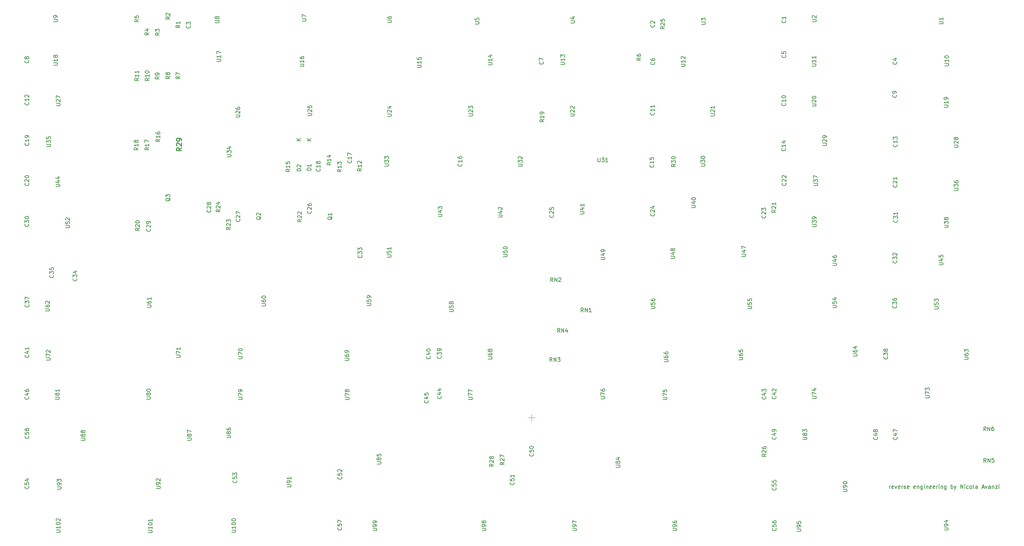
<source format=gbr>
%TF.GenerationSoftware,KiCad,Pcbnew,(5.1.12)-1*%
%TF.CreationDate,2023-01-17T10:30:05+01:00*%
%TF.ProjectId,Graphics,47726170-6869-4637-932e-6b696361645f,rev?*%
%TF.SameCoordinates,Original*%
%TF.FileFunction,Legend,Top*%
%TF.FilePolarity,Positive*%
%FSLAX46Y46*%
G04 Gerber Fmt 4.6, Leading zero omitted, Abs format (unit mm)*
G04 Created by KiCad (PCBNEW (5.1.12)-1) date 2023-01-17 10:30:05*
%MOMM*%
%LPD*%
G01*
G04 APERTURE LIST*
%ADD10C,0.150000*%
%ADD11C,0.120000*%
%ADD12C,0.254000*%
G04 APERTURE END LIST*
D10*
X245772857Y-145432380D02*
X245772857Y-144765714D01*
X245772857Y-144956190D02*
X245820476Y-144860952D01*
X245868095Y-144813333D01*
X245963333Y-144765714D01*
X246058571Y-144765714D01*
X246772857Y-145384761D02*
X246677619Y-145432380D01*
X246487142Y-145432380D01*
X246391904Y-145384761D01*
X246344285Y-145289523D01*
X246344285Y-144908571D01*
X246391904Y-144813333D01*
X246487142Y-144765714D01*
X246677619Y-144765714D01*
X246772857Y-144813333D01*
X246820476Y-144908571D01*
X246820476Y-145003809D01*
X246344285Y-145099047D01*
X247153809Y-144765714D02*
X247391904Y-145432380D01*
X247630000Y-144765714D01*
X248391904Y-145384761D02*
X248296666Y-145432380D01*
X248106190Y-145432380D01*
X248010952Y-145384761D01*
X247963333Y-145289523D01*
X247963333Y-144908571D01*
X248010952Y-144813333D01*
X248106190Y-144765714D01*
X248296666Y-144765714D01*
X248391904Y-144813333D01*
X248439523Y-144908571D01*
X248439523Y-145003809D01*
X247963333Y-145099047D01*
X248868095Y-145432380D02*
X248868095Y-144765714D01*
X248868095Y-144956190D02*
X248915714Y-144860952D01*
X248963333Y-144813333D01*
X249058571Y-144765714D01*
X249153809Y-144765714D01*
X249439523Y-145384761D02*
X249534761Y-145432380D01*
X249725238Y-145432380D01*
X249820476Y-145384761D01*
X249868095Y-145289523D01*
X249868095Y-145241904D01*
X249820476Y-145146666D01*
X249725238Y-145099047D01*
X249582380Y-145099047D01*
X249487142Y-145051428D01*
X249439523Y-144956190D01*
X249439523Y-144908571D01*
X249487142Y-144813333D01*
X249582380Y-144765714D01*
X249725238Y-144765714D01*
X249820476Y-144813333D01*
X250677619Y-145384761D02*
X250582380Y-145432380D01*
X250391904Y-145432380D01*
X250296666Y-145384761D01*
X250249047Y-145289523D01*
X250249047Y-144908571D01*
X250296666Y-144813333D01*
X250391904Y-144765714D01*
X250582380Y-144765714D01*
X250677619Y-144813333D01*
X250725238Y-144908571D01*
X250725238Y-145003809D01*
X250249047Y-145099047D01*
X252296666Y-145384761D02*
X252201428Y-145432380D01*
X252010952Y-145432380D01*
X251915714Y-145384761D01*
X251868095Y-145289523D01*
X251868095Y-144908571D01*
X251915714Y-144813333D01*
X252010952Y-144765714D01*
X252201428Y-144765714D01*
X252296666Y-144813333D01*
X252344285Y-144908571D01*
X252344285Y-145003809D01*
X251868095Y-145099047D01*
X252772857Y-144765714D02*
X252772857Y-145432380D01*
X252772857Y-144860952D02*
X252820476Y-144813333D01*
X252915714Y-144765714D01*
X253058571Y-144765714D01*
X253153809Y-144813333D01*
X253201428Y-144908571D01*
X253201428Y-145432380D01*
X254106190Y-144765714D02*
X254106190Y-145575238D01*
X254058571Y-145670476D01*
X254010952Y-145718095D01*
X253915714Y-145765714D01*
X253772857Y-145765714D01*
X253677619Y-145718095D01*
X254106190Y-145384761D02*
X254010952Y-145432380D01*
X253820476Y-145432380D01*
X253725238Y-145384761D01*
X253677619Y-145337142D01*
X253630000Y-145241904D01*
X253630000Y-144956190D01*
X253677619Y-144860952D01*
X253725238Y-144813333D01*
X253820476Y-144765714D01*
X254010952Y-144765714D01*
X254106190Y-144813333D01*
X254582380Y-145432380D02*
X254582380Y-144765714D01*
X254582380Y-144432380D02*
X254534761Y-144480000D01*
X254582380Y-144527619D01*
X254630000Y-144480000D01*
X254582380Y-144432380D01*
X254582380Y-144527619D01*
X255058571Y-144765714D02*
X255058571Y-145432380D01*
X255058571Y-144860952D02*
X255106190Y-144813333D01*
X255201428Y-144765714D01*
X255344285Y-144765714D01*
X255439523Y-144813333D01*
X255487142Y-144908571D01*
X255487142Y-145432380D01*
X256344285Y-145384761D02*
X256249047Y-145432380D01*
X256058571Y-145432380D01*
X255963333Y-145384761D01*
X255915714Y-145289523D01*
X255915714Y-144908571D01*
X255963333Y-144813333D01*
X256058571Y-144765714D01*
X256249047Y-144765714D01*
X256344285Y-144813333D01*
X256391904Y-144908571D01*
X256391904Y-145003809D01*
X255915714Y-145099047D01*
X257201428Y-145384761D02*
X257106190Y-145432380D01*
X256915714Y-145432380D01*
X256820476Y-145384761D01*
X256772857Y-145289523D01*
X256772857Y-144908571D01*
X256820476Y-144813333D01*
X256915714Y-144765714D01*
X257106190Y-144765714D01*
X257201428Y-144813333D01*
X257249047Y-144908571D01*
X257249047Y-145003809D01*
X256772857Y-145099047D01*
X257677619Y-145432380D02*
X257677619Y-144765714D01*
X257677619Y-144956190D02*
X257725238Y-144860952D01*
X257772857Y-144813333D01*
X257868095Y-144765714D01*
X257963333Y-144765714D01*
X258296666Y-145432380D02*
X258296666Y-144765714D01*
X258296666Y-144432380D02*
X258249047Y-144480000D01*
X258296666Y-144527619D01*
X258344285Y-144480000D01*
X258296666Y-144432380D01*
X258296666Y-144527619D01*
X258772857Y-144765714D02*
X258772857Y-145432380D01*
X258772857Y-144860952D02*
X258820476Y-144813333D01*
X258915714Y-144765714D01*
X259058571Y-144765714D01*
X259153809Y-144813333D01*
X259201428Y-144908571D01*
X259201428Y-145432380D01*
X260106190Y-144765714D02*
X260106190Y-145575238D01*
X260058571Y-145670476D01*
X260010952Y-145718095D01*
X259915714Y-145765714D01*
X259772857Y-145765714D01*
X259677619Y-145718095D01*
X260106190Y-145384761D02*
X260010952Y-145432380D01*
X259820476Y-145432380D01*
X259725238Y-145384761D01*
X259677619Y-145337142D01*
X259630000Y-145241904D01*
X259630000Y-144956190D01*
X259677619Y-144860952D01*
X259725238Y-144813333D01*
X259820476Y-144765714D01*
X260010952Y-144765714D01*
X260106190Y-144813333D01*
X261344285Y-145432380D02*
X261344285Y-144432380D01*
X261344285Y-144813333D02*
X261439523Y-144765714D01*
X261630000Y-144765714D01*
X261725238Y-144813333D01*
X261772857Y-144860952D01*
X261820476Y-144956190D01*
X261820476Y-145241904D01*
X261772857Y-145337142D01*
X261725238Y-145384761D01*
X261630000Y-145432380D01*
X261439523Y-145432380D01*
X261344285Y-145384761D01*
X262153809Y-144765714D02*
X262391904Y-145432380D01*
X262630000Y-144765714D02*
X262391904Y-145432380D01*
X262296666Y-145670476D01*
X262249047Y-145718095D01*
X262153809Y-145765714D01*
X263772857Y-145432380D02*
X263772857Y-144432380D01*
X264344285Y-145432380D01*
X264344285Y-144432380D01*
X264820476Y-145432380D02*
X264820476Y-144765714D01*
X264820476Y-144432380D02*
X264772857Y-144480000D01*
X264820476Y-144527619D01*
X264868095Y-144480000D01*
X264820476Y-144432380D01*
X264820476Y-144527619D01*
X265725238Y-145384761D02*
X265630000Y-145432380D01*
X265439523Y-145432380D01*
X265344285Y-145384761D01*
X265296666Y-145337142D01*
X265249047Y-145241904D01*
X265249047Y-144956190D01*
X265296666Y-144860952D01*
X265344285Y-144813333D01*
X265439523Y-144765714D01*
X265630000Y-144765714D01*
X265725238Y-144813333D01*
X266296666Y-145432380D02*
X266201428Y-145384761D01*
X266153809Y-145337142D01*
X266106190Y-145241904D01*
X266106190Y-144956190D01*
X266153809Y-144860952D01*
X266201428Y-144813333D01*
X266296666Y-144765714D01*
X266439523Y-144765714D01*
X266534761Y-144813333D01*
X266582380Y-144860952D01*
X266630000Y-144956190D01*
X266630000Y-145241904D01*
X266582380Y-145337142D01*
X266534761Y-145384761D01*
X266439523Y-145432380D01*
X266296666Y-145432380D01*
X267201428Y-145432380D02*
X267106190Y-145384761D01*
X267058571Y-145289523D01*
X267058571Y-144432380D01*
X268010952Y-145432380D02*
X268010952Y-144908571D01*
X267963333Y-144813333D01*
X267868095Y-144765714D01*
X267677619Y-144765714D01*
X267582380Y-144813333D01*
X268010952Y-145384761D02*
X267915714Y-145432380D01*
X267677619Y-145432380D01*
X267582380Y-145384761D01*
X267534761Y-145289523D01*
X267534761Y-145194285D01*
X267582380Y-145099047D01*
X267677619Y-145051428D01*
X267915714Y-145051428D01*
X268010952Y-145003809D01*
X269201428Y-145146666D02*
X269677619Y-145146666D01*
X269106190Y-145432380D02*
X269439523Y-144432380D01*
X269772857Y-145432380D01*
X270010952Y-144765714D02*
X270249047Y-145432380D01*
X270487142Y-144765714D01*
X271296666Y-145432380D02*
X271296666Y-144908571D01*
X271249047Y-144813333D01*
X271153809Y-144765714D01*
X270963333Y-144765714D01*
X270868095Y-144813333D01*
X271296666Y-145384761D02*
X271201428Y-145432380D01*
X270963333Y-145432380D01*
X270868095Y-145384761D01*
X270820476Y-145289523D01*
X270820476Y-145194285D01*
X270868095Y-145099047D01*
X270963333Y-145051428D01*
X271201428Y-145051428D01*
X271296666Y-145003809D01*
X271772857Y-144765714D02*
X271772857Y-145432380D01*
X271772857Y-144860952D02*
X271820476Y-144813333D01*
X271915714Y-144765714D01*
X272058571Y-144765714D01*
X272153809Y-144813333D01*
X272201428Y-144908571D01*
X272201428Y-145432380D01*
X272582380Y-144765714D02*
X273106190Y-144765714D01*
X272582380Y-145432380D01*
X273106190Y-145432380D01*
X273487142Y-145432380D02*
X273487142Y-144765714D01*
X273487142Y-144432380D02*
X273439523Y-144480000D01*
X273487142Y-144527619D01*
X273534761Y-144480000D01*
X273487142Y-144432380D01*
X273487142Y-144527619D01*
D11*
%TO.C,C50*%
X156050000Y-127490000D02*
X154250000Y-127490000D01*
X155150000Y-126590000D02*
X155150000Y-128390000D01*
%TO.C,U17*%
D10*
X75512380Y-37278095D02*
X76321904Y-37278095D01*
X76417142Y-37230476D01*
X76464761Y-37182857D01*
X76512380Y-37087619D01*
X76512380Y-36897142D01*
X76464761Y-36801904D01*
X76417142Y-36754285D01*
X76321904Y-36706666D01*
X75512380Y-36706666D01*
X76512380Y-35706666D02*
X76512380Y-36278095D01*
X76512380Y-35992380D02*
X75512380Y-35992380D01*
X75655238Y-36087619D01*
X75750476Y-36182857D01*
X75798095Y-36278095D01*
X75512380Y-35373333D02*
X75512380Y-34706666D01*
X76512380Y-35135238D01*
%TO.C,U8*%
X75112380Y-27451904D02*
X75921904Y-27451904D01*
X76017142Y-27404285D01*
X76064761Y-27356666D01*
X76112380Y-27261428D01*
X76112380Y-27070952D01*
X76064761Y-26975714D01*
X76017142Y-26928095D01*
X75921904Y-26880476D01*
X75112380Y-26880476D01*
X75540952Y-26261428D02*
X75493333Y-26356666D01*
X75445714Y-26404285D01*
X75350476Y-26451904D01*
X75302857Y-26451904D01*
X75207619Y-26404285D01*
X75160000Y-26356666D01*
X75112380Y-26261428D01*
X75112380Y-26070952D01*
X75160000Y-25975714D01*
X75207619Y-25928095D01*
X75302857Y-25880476D01*
X75350476Y-25880476D01*
X75445714Y-25928095D01*
X75493333Y-25975714D01*
X75540952Y-26070952D01*
X75540952Y-26261428D01*
X75588571Y-26356666D01*
X75636190Y-26404285D01*
X75731428Y-26451904D01*
X75921904Y-26451904D01*
X76017142Y-26404285D01*
X76064761Y-26356666D01*
X76112380Y-26261428D01*
X76112380Y-26070952D01*
X76064761Y-25975714D01*
X76017142Y-25928095D01*
X75921904Y-25880476D01*
X75731428Y-25880476D01*
X75636190Y-25928095D01*
X75588571Y-25975714D01*
X75540952Y-26070952D01*
%TO.C,C3*%
X68737142Y-28246666D02*
X68784761Y-28294285D01*
X68832380Y-28437142D01*
X68832380Y-28532380D01*
X68784761Y-28675238D01*
X68689523Y-28770476D01*
X68594285Y-28818095D01*
X68403809Y-28865714D01*
X68260952Y-28865714D01*
X68070476Y-28818095D01*
X67975238Y-28770476D01*
X67880000Y-28675238D01*
X67832380Y-28532380D01*
X67832380Y-28437142D01*
X67880000Y-28294285D01*
X67927619Y-28246666D01*
X67832380Y-27913333D02*
X67832380Y-27294285D01*
X68213333Y-27627619D01*
X68213333Y-27484761D01*
X68260952Y-27389523D01*
X68308571Y-27341904D01*
X68403809Y-27294285D01*
X68641904Y-27294285D01*
X68737142Y-27341904D01*
X68784761Y-27389523D01*
X68832380Y-27484761D01*
X68832380Y-27770476D01*
X68784761Y-27865714D01*
X68737142Y-27913333D01*
%TO.C,R1*%
X66182380Y-28126666D02*
X65706190Y-28460000D01*
X66182380Y-28698095D02*
X65182380Y-28698095D01*
X65182380Y-28317142D01*
X65230000Y-28221904D01*
X65277619Y-28174285D01*
X65372857Y-28126666D01*
X65515714Y-28126666D01*
X65610952Y-28174285D01*
X65658571Y-28221904D01*
X65706190Y-28317142D01*
X65706190Y-28698095D01*
X66182380Y-27174285D02*
X66182380Y-27745714D01*
X66182380Y-27460000D02*
X65182380Y-27460000D01*
X65325238Y-27555238D01*
X65420476Y-27650476D01*
X65468095Y-27745714D01*
%TO.C,R2*%
X63642380Y-25996666D02*
X63166190Y-26330000D01*
X63642380Y-26568095D02*
X62642380Y-26568095D01*
X62642380Y-26187142D01*
X62690000Y-26091904D01*
X62737619Y-26044285D01*
X62832857Y-25996666D01*
X62975714Y-25996666D01*
X63070952Y-26044285D01*
X63118571Y-26091904D01*
X63166190Y-26187142D01*
X63166190Y-26568095D01*
X62737619Y-25615714D02*
X62690000Y-25568095D01*
X62642380Y-25472857D01*
X62642380Y-25234761D01*
X62690000Y-25139523D01*
X62737619Y-25091904D01*
X62832857Y-25044285D01*
X62928095Y-25044285D01*
X63070952Y-25091904D01*
X63642380Y-25663333D01*
X63642380Y-25044285D01*
%TO.C,R4*%
X58312380Y-29986666D02*
X57836190Y-30320000D01*
X58312380Y-30558095D02*
X57312380Y-30558095D01*
X57312380Y-30177142D01*
X57360000Y-30081904D01*
X57407619Y-30034285D01*
X57502857Y-29986666D01*
X57645714Y-29986666D01*
X57740952Y-30034285D01*
X57788571Y-30081904D01*
X57836190Y-30177142D01*
X57836190Y-30558095D01*
X57645714Y-29129523D02*
X58312380Y-29129523D01*
X57264761Y-29367619D02*
X57979047Y-29605714D01*
X57979047Y-28986666D01*
%TO.C,R3*%
X60972380Y-30036666D02*
X60496190Y-30370000D01*
X60972380Y-30608095D02*
X59972380Y-30608095D01*
X59972380Y-30227142D01*
X60020000Y-30131904D01*
X60067619Y-30084285D01*
X60162857Y-30036666D01*
X60305714Y-30036666D01*
X60400952Y-30084285D01*
X60448571Y-30131904D01*
X60496190Y-30227142D01*
X60496190Y-30608095D01*
X59972380Y-29703333D02*
X59972380Y-29084285D01*
X60353333Y-29417619D01*
X60353333Y-29274761D01*
X60400952Y-29179523D01*
X60448571Y-29131904D01*
X60543809Y-29084285D01*
X60781904Y-29084285D01*
X60877142Y-29131904D01*
X60924761Y-29179523D01*
X60972380Y-29274761D01*
X60972380Y-29560476D01*
X60924761Y-29655714D01*
X60877142Y-29703333D01*
%TO.C,R5*%
X55722380Y-26666666D02*
X55246190Y-27000000D01*
X55722380Y-27238095D02*
X54722380Y-27238095D01*
X54722380Y-26857142D01*
X54770000Y-26761904D01*
X54817619Y-26714285D01*
X54912857Y-26666666D01*
X55055714Y-26666666D01*
X55150952Y-26714285D01*
X55198571Y-26761904D01*
X55246190Y-26857142D01*
X55246190Y-27238095D01*
X54722380Y-25761904D02*
X54722380Y-26238095D01*
X55198571Y-26285714D01*
X55150952Y-26238095D01*
X55103333Y-26142857D01*
X55103333Y-25904761D01*
X55150952Y-25809523D01*
X55198571Y-25761904D01*
X55293809Y-25714285D01*
X55531904Y-25714285D01*
X55627142Y-25761904D01*
X55674761Y-25809523D01*
X55722380Y-25904761D01*
X55722380Y-26142857D01*
X55674761Y-26238095D01*
X55627142Y-26285714D01*
%TO.C,U9*%
X34202380Y-27201904D02*
X35011904Y-27201904D01*
X35107142Y-27154285D01*
X35154761Y-27106666D01*
X35202380Y-27011428D01*
X35202380Y-26820952D01*
X35154761Y-26725714D01*
X35107142Y-26678095D01*
X35011904Y-26630476D01*
X34202380Y-26630476D01*
X35202380Y-26106666D02*
X35202380Y-25916190D01*
X35154761Y-25820952D01*
X35107142Y-25773333D01*
X34964285Y-25678095D01*
X34773809Y-25630476D01*
X34392857Y-25630476D01*
X34297619Y-25678095D01*
X34250000Y-25725714D01*
X34202380Y-25820952D01*
X34202380Y-26011428D01*
X34250000Y-26106666D01*
X34297619Y-26154285D01*
X34392857Y-26201904D01*
X34630952Y-26201904D01*
X34726190Y-26154285D01*
X34773809Y-26106666D01*
X34821428Y-26011428D01*
X34821428Y-25820952D01*
X34773809Y-25725714D01*
X34726190Y-25678095D01*
X34630952Y-25630476D01*
%TO.C,U18*%
X34212380Y-38208095D02*
X35021904Y-38208095D01*
X35117142Y-38160476D01*
X35164761Y-38112857D01*
X35212380Y-38017619D01*
X35212380Y-37827142D01*
X35164761Y-37731904D01*
X35117142Y-37684285D01*
X35021904Y-37636666D01*
X34212380Y-37636666D01*
X35212380Y-36636666D02*
X35212380Y-37208095D01*
X35212380Y-36922380D02*
X34212380Y-36922380D01*
X34355238Y-37017619D01*
X34450476Y-37112857D01*
X34498095Y-37208095D01*
X34640952Y-36065238D02*
X34593333Y-36160476D01*
X34545714Y-36208095D01*
X34450476Y-36255714D01*
X34402857Y-36255714D01*
X34307619Y-36208095D01*
X34260000Y-36160476D01*
X34212380Y-36065238D01*
X34212380Y-35874761D01*
X34260000Y-35779523D01*
X34307619Y-35731904D01*
X34402857Y-35684285D01*
X34450476Y-35684285D01*
X34545714Y-35731904D01*
X34593333Y-35779523D01*
X34640952Y-35874761D01*
X34640952Y-36065238D01*
X34688571Y-36160476D01*
X34736190Y-36208095D01*
X34831428Y-36255714D01*
X35021904Y-36255714D01*
X35117142Y-36208095D01*
X35164761Y-36160476D01*
X35212380Y-36065238D01*
X35212380Y-35874761D01*
X35164761Y-35779523D01*
X35117142Y-35731904D01*
X35021904Y-35684285D01*
X34831428Y-35684285D01*
X34736190Y-35731904D01*
X34688571Y-35779523D01*
X34640952Y-35874761D01*
%TO.C,R11*%
X55752380Y-41542857D02*
X55276190Y-41876190D01*
X55752380Y-42114285D02*
X54752380Y-42114285D01*
X54752380Y-41733333D01*
X54800000Y-41638095D01*
X54847619Y-41590476D01*
X54942857Y-41542857D01*
X55085714Y-41542857D01*
X55180952Y-41590476D01*
X55228571Y-41638095D01*
X55276190Y-41733333D01*
X55276190Y-42114285D01*
X55752380Y-40590476D02*
X55752380Y-41161904D01*
X55752380Y-40876190D02*
X54752380Y-40876190D01*
X54895238Y-40971428D01*
X54990476Y-41066666D01*
X55038095Y-41161904D01*
X55752380Y-39638095D02*
X55752380Y-40209523D01*
X55752380Y-39923809D02*
X54752380Y-39923809D01*
X54895238Y-40019047D01*
X54990476Y-40114285D01*
X55038095Y-40209523D01*
%TO.C,R10*%
X58372380Y-41562857D02*
X57896190Y-41896190D01*
X58372380Y-42134285D02*
X57372380Y-42134285D01*
X57372380Y-41753333D01*
X57420000Y-41658095D01*
X57467619Y-41610476D01*
X57562857Y-41562857D01*
X57705714Y-41562857D01*
X57800952Y-41610476D01*
X57848571Y-41658095D01*
X57896190Y-41753333D01*
X57896190Y-42134285D01*
X58372380Y-40610476D02*
X58372380Y-41181904D01*
X58372380Y-40896190D02*
X57372380Y-40896190D01*
X57515238Y-40991428D01*
X57610476Y-41086666D01*
X57658095Y-41181904D01*
X57372380Y-39991428D02*
X57372380Y-39896190D01*
X57420000Y-39800952D01*
X57467619Y-39753333D01*
X57562857Y-39705714D01*
X57753333Y-39658095D01*
X57991428Y-39658095D01*
X58181904Y-39705714D01*
X58277142Y-39753333D01*
X58324761Y-39800952D01*
X58372380Y-39896190D01*
X58372380Y-39991428D01*
X58324761Y-40086666D01*
X58277142Y-40134285D01*
X58181904Y-40181904D01*
X57991428Y-40229523D01*
X57753333Y-40229523D01*
X57562857Y-40181904D01*
X57467619Y-40134285D01*
X57420000Y-40086666D01*
X57372380Y-39991428D01*
%TO.C,R9*%
X60962380Y-41146666D02*
X60486190Y-41480000D01*
X60962380Y-41718095D02*
X59962380Y-41718095D01*
X59962380Y-41337142D01*
X60010000Y-41241904D01*
X60057619Y-41194285D01*
X60152857Y-41146666D01*
X60295714Y-41146666D01*
X60390952Y-41194285D01*
X60438571Y-41241904D01*
X60486190Y-41337142D01*
X60486190Y-41718095D01*
X60962380Y-40670476D02*
X60962380Y-40480000D01*
X60914761Y-40384761D01*
X60867142Y-40337142D01*
X60724285Y-40241904D01*
X60533809Y-40194285D01*
X60152857Y-40194285D01*
X60057619Y-40241904D01*
X60010000Y-40289523D01*
X59962380Y-40384761D01*
X59962380Y-40575238D01*
X60010000Y-40670476D01*
X60057619Y-40718095D01*
X60152857Y-40765714D01*
X60390952Y-40765714D01*
X60486190Y-40718095D01*
X60533809Y-40670476D01*
X60581428Y-40575238D01*
X60581428Y-40384761D01*
X60533809Y-40289523D01*
X60486190Y-40241904D01*
X60390952Y-40194285D01*
%TO.C,R8*%
X63622380Y-41006666D02*
X63146190Y-41340000D01*
X63622380Y-41578095D02*
X62622380Y-41578095D01*
X62622380Y-41197142D01*
X62670000Y-41101904D01*
X62717619Y-41054285D01*
X62812857Y-41006666D01*
X62955714Y-41006666D01*
X63050952Y-41054285D01*
X63098571Y-41101904D01*
X63146190Y-41197142D01*
X63146190Y-41578095D01*
X63050952Y-40435238D02*
X63003333Y-40530476D01*
X62955714Y-40578095D01*
X62860476Y-40625714D01*
X62812857Y-40625714D01*
X62717619Y-40578095D01*
X62670000Y-40530476D01*
X62622380Y-40435238D01*
X62622380Y-40244761D01*
X62670000Y-40149523D01*
X62717619Y-40101904D01*
X62812857Y-40054285D01*
X62860476Y-40054285D01*
X62955714Y-40101904D01*
X63003333Y-40149523D01*
X63050952Y-40244761D01*
X63050952Y-40435238D01*
X63098571Y-40530476D01*
X63146190Y-40578095D01*
X63241428Y-40625714D01*
X63431904Y-40625714D01*
X63527142Y-40578095D01*
X63574761Y-40530476D01*
X63622380Y-40435238D01*
X63622380Y-40244761D01*
X63574761Y-40149523D01*
X63527142Y-40101904D01*
X63431904Y-40054285D01*
X63241428Y-40054285D01*
X63146190Y-40101904D01*
X63098571Y-40149523D01*
X63050952Y-40244761D01*
%TO.C,R7*%
X66152380Y-41086666D02*
X65676190Y-41420000D01*
X66152380Y-41658095D02*
X65152380Y-41658095D01*
X65152380Y-41277142D01*
X65200000Y-41181904D01*
X65247619Y-41134285D01*
X65342857Y-41086666D01*
X65485714Y-41086666D01*
X65580952Y-41134285D01*
X65628571Y-41181904D01*
X65676190Y-41277142D01*
X65676190Y-41658095D01*
X65152380Y-40753333D02*
X65152380Y-40086666D01*
X66152380Y-40515238D01*
%TO.C,C8*%
X27832142Y-37021666D02*
X27879761Y-37069285D01*
X27927380Y-37212142D01*
X27927380Y-37307380D01*
X27879761Y-37450238D01*
X27784523Y-37545476D01*
X27689285Y-37593095D01*
X27498809Y-37640714D01*
X27355952Y-37640714D01*
X27165476Y-37593095D01*
X27070238Y-37545476D01*
X26975000Y-37450238D01*
X26927380Y-37307380D01*
X26927380Y-37212142D01*
X26975000Y-37069285D01*
X27022619Y-37021666D01*
X27355952Y-36450238D02*
X27308333Y-36545476D01*
X27260714Y-36593095D01*
X27165476Y-36640714D01*
X27117857Y-36640714D01*
X27022619Y-36593095D01*
X26975000Y-36545476D01*
X26927380Y-36450238D01*
X26927380Y-36259761D01*
X26975000Y-36164523D01*
X27022619Y-36116904D01*
X27117857Y-36069285D01*
X27165476Y-36069285D01*
X27260714Y-36116904D01*
X27308333Y-36164523D01*
X27355952Y-36259761D01*
X27355952Y-36450238D01*
X27403571Y-36545476D01*
X27451190Y-36593095D01*
X27546428Y-36640714D01*
X27736904Y-36640714D01*
X27832142Y-36593095D01*
X27879761Y-36545476D01*
X27927380Y-36450238D01*
X27927380Y-36259761D01*
X27879761Y-36164523D01*
X27832142Y-36116904D01*
X27736904Y-36069285D01*
X27546428Y-36069285D01*
X27451190Y-36116904D01*
X27403571Y-36164523D01*
X27355952Y-36259761D01*
%TO.C,U27*%
X34872380Y-48468095D02*
X35681904Y-48468095D01*
X35777142Y-48420476D01*
X35824761Y-48372857D01*
X35872380Y-48277619D01*
X35872380Y-48087142D01*
X35824761Y-47991904D01*
X35777142Y-47944285D01*
X35681904Y-47896666D01*
X34872380Y-47896666D01*
X34967619Y-47468095D02*
X34920000Y-47420476D01*
X34872380Y-47325238D01*
X34872380Y-47087142D01*
X34920000Y-46991904D01*
X34967619Y-46944285D01*
X35062857Y-46896666D01*
X35158095Y-46896666D01*
X35300952Y-46944285D01*
X35872380Y-47515714D01*
X35872380Y-46896666D01*
X34872380Y-46563333D02*
X34872380Y-45896666D01*
X35872380Y-46325238D01*
%TO.C,C12*%
X27847142Y-47657857D02*
X27894761Y-47705476D01*
X27942380Y-47848333D01*
X27942380Y-47943571D01*
X27894761Y-48086428D01*
X27799523Y-48181666D01*
X27704285Y-48229285D01*
X27513809Y-48276904D01*
X27370952Y-48276904D01*
X27180476Y-48229285D01*
X27085238Y-48181666D01*
X26990000Y-48086428D01*
X26942380Y-47943571D01*
X26942380Y-47848333D01*
X26990000Y-47705476D01*
X27037619Y-47657857D01*
X27942380Y-46705476D02*
X27942380Y-47276904D01*
X27942380Y-46991190D02*
X26942380Y-46991190D01*
X27085238Y-47086428D01*
X27180476Y-47181666D01*
X27228095Y-47276904D01*
X27037619Y-46324523D02*
X26990000Y-46276904D01*
X26942380Y-46181666D01*
X26942380Y-45943571D01*
X26990000Y-45848333D01*
X27037619Y-45800714D01*
X27132857Y-45753095D01*
X27228095Y-45753095D01*
X27370952Y-45800714D01*
X27942380Y-46372142D01*
X27942380Y-45753095D01*
%TO.C,U26*%
X80342380Y-51378095D02*
X81151904Y-51378095D01*
X81247142Y-51330476D01*
X81294761Y-51282857D01*
X81342380Y-51187619D01*
X81342380Y-50997142D01*
X81294761Y-50901904D01*
X81247142Y-50854285D01*
X81151904Y-50806666D01*
X80342380Y-50806666D01*
X80437619Y-50378095D02*
X80390000Y-50330476D01*
X80342380Y-50235238D01*
X80342380Y-49997142D01*
X80390000Y-49901904D01*
X80437619Y-49854285D01*
X80532857Y-49806666D01*
X80628095Y-49806666D01*
X80770952Y-49854285D01*
X81342380Y-50425714D01*
X81342380Y-49806666D01*
X80342380Y-48949523D02*
X80342380Y-49140000D01*
X80390000Y-49235238D01*
X80437619Y-49282857D01*
X80580476Y-49378095D01*
X80770952Y-49425714D01*
X81151904Y-49425714D01*
X81247142Y-49378095D01*
X81294761Y-49330476D01*
X81342380Y-49235238D01*
X81342380Y-49044761D01*
X81294761Y-48949523D01*
X81247142Y-48901904D01*
X81151904Y-48854285D01*
X80913809Y-48854285D01*
X80818571Y-48901904D01*
X80770952Y-48949523D01*
X80723333Y-49044761D01*
X80723333Y-49235238D01*
X80770952Y-49330476D01*
X80818571Y-49378095D01*
X80913809Y-49425714D01*
%TO.C,U34*%
X78102380Y-61398095D02*
X78911904Y-61398095D01*
X79007142Y-61350476D01*
X79054761Y-61302857D01*
X79102380Y-61207619D01*
X79102380Y-61017142D01*
X79054761Y-60921904D01*
X79007142Y-60874285D01*
X78911904Y-60826666D01*
X78102380Y-60826666D01*
X78102380Y-60445714D02*
X78102380Y-59826666D01*
X78483333Y-60160000D01*
X78483333Y-60017142D01*
X78530952Y-59921904D01*
X78578571Y-59874285D01*
X78673809Y-59826666D01*
X78911904Y-59826666D01*
X79007142Y-59874285D01*
X79054761Y-59921904D01*
X79102380Y-60017142D01*
X79102380Y-60302857D01*
X79054761Y-60398095D01*
X79007142Y-60445714D01*
X78435714Y-58969523D02*
X79102380Y-58969523D01*
X78054761Y-59207619D02*
X78769047Y-59445714D01*
X78769047Y-58826666D01*
%TO.C,R29*%
D12*
X66554523Y-59126428D02*
X65949761Y-59549761D01*
X66554523Y-59852142D02*
X65284523Y-59852142D01*
X65284523Y-59368333D01*
X65345000Y-59247380D01*
X65405476Y-59186904D01*
X65526428Y-59126428D01*
X65707857Y-59126428D01*
X65828809Y-59186904D01*
X65889285Y-59247380D01*
X65949761Y-59368333D01*
X65949761Y-59852142D01*
X65405476Y-58642619D02*
X65345000Y-58582142D01*
X65284523Y-58461190D01*
X65284523Y-58158809D01*
X65345000Y-58037857D01*
X65405476Y-57977380D01*
X65526428Y-57916904D01*
X65647380Y-57916904D01*
X65828809Y-57977380D01*
X66554523Y-58703095D01*
X66554523Y-57916904D01*
X66554523Y-57312142D02*
X66554523Y-57070238D01*
X66494047Y-56949285D01*
X66433571Y-56888809D01*
X66252142Y-56767857D01*
X66010238Y-56707380D01*
X65526428Y-56707380D01*
X65405476Y-56767857D01*
X65345000Y-56828333D01*
X65284523Y-56949285D01*
X65284523Y-57191190D01*
X65345000Y-57312142D01*
X65405476Y-57372619D01*
X65526428Y-57433095D01*
X65828809Y-57433095D01*
X65949761Y-57372619D01*
X66010238Y-57312142D01*
X66070714Y-57191190D01*
X66070714Y-56949285D01*
X66010238Y-56828333D01*
X65949761Y-56767857D01*
X65828809Y-56707380D01*
%TO.C,R16*%
D10*
X61102380Y-57002857D02*
X60626190Y-57336190D01*
X61102380Y-57574285D02*
X60102380Y-57574285D01*
X60102380Y-57193333D01*
X60150000Y-57098095D01*
X60197619Y-57050476D01*
X60292857Y-57002857D01*
X60435714Y-57002857D01*
X60530952Y-57050476D01*
X60578571Y-57098095D01*
X60626190Y-57193333D01*
X60626190Y-57574285D01*
X61102380Y-56050476D02*
X61102380Y-56621904D01*
X61102380Y-56336190D02*
X60102380Y-56336190D01*
X60245238Y-56431428D01*
X60340476Y-56526666D01*
X60388095Y-56621904D01*
X60102380Y-55193333D02*
X60102380Y-55383809D01*
X60150000Y-55479047D01*
X60197619Y-55526666D01*
X60340476Y-55621904D01*
X60530952Y-55669523D01*
X60911904Y-55669523D01*
X61007142Y-55621904D01*
X61054761Y-55574285D01*
X61102380Y-55479047D01*
X61102380Y-55288571D01*
X61054761Y-55193333D01*
X61007142Y-55145714D01*
X60911904Y-55098095D01*
X60673809Y-55098095D01*
X60578571Y-55145714D01*
X60530952Y-55193333D01*
X60483333Y-55288571D01*
X60483333Y-55479047D01*
X60530952Y-55574285D01*
X60578571Y-55621904D01*
X60673809Y-55669523D01*
%TO.C,R17*%
X58322380Y-59092857D02*
X57846190Y-59426190D01*
X58322380Y-59664285D02*
X57322380Y-59664285D01*
X57322380Y-59283333D01*
X57370000Y-59188095D01*
X57417619Y-59140476D01*
X57512857Y-59092857D01*
X57655714Y-59092857D01*
X57750952Y-59140476D01*
X57798571Y-59188095D01*
X57846190Y-59283333D01*
X57846190Y-59664285D01*
X58322380Y-58140476D02*
X58322380Y-58711904D01*
X58322380Y-58426190D02*
X57322380Y-58426190D01*
X57465238Y-58521428D01*
X57560476Y-58616666D01*
X57608095Y-58711904D01*
X57322380Y-57807142D02*
X57322380Y-57140476D01*
X58322380Y-57569047D01*
%TO.C,R18*%
X55622380Y-59122857D02*
X55146190Y-59456190D01*
X55622380Y-59694285D02*
X54622380Y-59694285D01*
X54622380Y-59313333D01*
X54670000Y-59218095D01*
X54717619Y-59170476D01*
X54812857Y-59122857D01*
X54955714Y-59122857D01*
X55050952Y-59170476D01*
X55098571Y-59218095D01*
X55146190Y-59313333D01*
X55146190Y-59694285D01*
X55622380Y-58170476D02*
X55622380Y-58741904D01*
X55622380Y-58456190D02*
X54622380Y-58456190D01*
X54765238Y-58551428D01*
X54860476Y-58646666D01*
X54908095Y-58741904D01*
X55050952Y-57599047D02*
X55003333Y-57694285D01*
X54955714Y-57741904D01*
X54860476Y-57789523D01*
X54812857Y-57789523D01*
X54717619Y-57741904D01*
X54670000Y-57694285D01*
X54622380Y-57599047D01*
X54622380Y-57408571D01*
X54670000Y-57313333D01*
X54717619Y-57265714D01*
X54812857Y-57218095D01*
X54860476Y-57218095D01*
X54955714Y-57265714D01*
X55003333Y-57313333D01*
X55050952Y-57408571D01*
X55050952Y-57599047D01*
X55098571Y-57694285D01*
X55146190Y-57741904D01*
X55241428Y-57789523D01*
X55431904Y-57789523D01*
X55527142Y-57741904D01*
X55574761Y-57694285D01*
X55622380Y-57599047D01*
X55622380Y-57408571D01*
X55574761Y-57313333D01*
X55527142Y-57265714D01*
X55431904Y-57218095D01*
X55241428Y-57218095D01*
X55146190Y-57265714D01*
X55098571Y-57313333D01*
X55050952Y-57408571D01*
%TO.C,U35*%
X32432380Y-58848095D02*
X33241904Y-58848095D01*
X33337142Y-58800476D01*
X33384761Y-58752857D01*
X33432380Y-58657619D01*
X33432380Y-58467142D01*
X33384761Y-58371904D01*
X33337142Y-58324285D01*
X33241904Y-58276666D01*
X32432380Y-58276666D01*
X32432380Y-57895714D02*
X32432380Y-57276666D01*
X32813333Y-57610000D01*
X32813333Y-57467142D01*
X32860952Y-57371904D01*
X32908571Y-57324285D01*
X33003809Y-57276666D01*
X33241904Y-57276666D01*
X33337142Y-57324285D01*
X33384761Y-57371904D01*
X33432380Y-57467142D01*
X33432380Y-57752857D01*
X33384761Y-57848095D01*
X33337142Y-57895714D01*
X32432380Y-56371904D02*
X32432380Y-56848095D01*
X32908571Y-56895714D01*
X32860952Y-56848095D01*
X32813333Y-56752857D01*
X32813333Y-56514761D01*
X32860952Y-56419523D01*
X32908571Y-56371904D01*
X33003809Y-56324285D01*
X33241904Y-56324285D01*
X33337142Y-56371904D01*
X33384761Y-56419523D01*
X33432380Y-56514761D01*
X33432380Y-56752857D01*
X33384761Y-56848095D01*
X33337142Y-56895714D01*
%TO.C,C19*%
X27852142Y-57912857D02*
X27899761Y-57960476D01*
X27947380Y-58103333D01*
X27947380Y-58198571D01*
X27899761Y-58341428D01*
X27804523Y-58436666D01*
X27709285Y-58484285D01*
X27518809Y-58531904D01*
X27375952Y-58531904D01*
X27185476Y-58484285D01*
X27090238Y-58436666D01*
X26995000Y-58341428D01*
X26947380Y-58198571D01*
X26947380Y-58103333D01*
X26995000Y-57960476D01*
X27042619Y-57912857D01*
X27947380Y-56960476D02*
X27947380Y-57531904D01*
X27947380Y-57246190D02*
X26947380Y-57246190D01*
X27090238Y-57341428D01*
X27185476Y-57436666D01*
X27233095Y-57531904D01*
X27947380Y-56484285D02*
X27947380Y-56293809D01*
X27899761Y-56198571D01*
X27852142Y-56150952D01*
X27709285Y-56055714D01*
X27518809Y-56008095D01*
X27137857Y-56008095D01*
X27042619Y-56055714D01*
X26995000Y-56103333D01*
X26947380Y-56198571D01*
X26947380Y-56389047D01*
X26995000Y-56484285D01*
X27042619Y-56531904D01*
X27137857Y-56579523D01*
X27375952Y-56579523D01*
X27471190Y-56531904D01*
X27518809Y-56484285D01*
X27566428Y-56389047D01*
X27566428Y-56198571D01*
X27518809Y-56103333D01*
X27471190Y-56055714D01*
X27375952Y-56008095D01*
%TO.C,C20*%
X27842142Y-68092857D02*
X27889761Y-68140476D01*
X27937380Y-68283333D01*
X27937380Y-68378571D01*
X27889761Y-68521428D01*
X27794523Y-68616666D01*
X27699285Y-68664285D01*
X27508809Y-68711904D01*
X27365952Y-68711904D01*
X27175476Y-68664285D01*
X27080238Y-68616666D01*
X26985000Y-68521428D01*
X26937380Y-68378571D01*
X26937380Y-68283333D01*
X26985000Y-68140476D01*
X27032619Y-68092857D01*
X27032619Y-67711904D02*
X26985000Y-67664285D01*
X26937380Y-67569047D01*
X26937380Y-67330952D01*
X26985000Y-67235714D01*
X27032619Y-67188095D01*
X27127857Y-67140476D01*
X27223095Y-67140476D01*
X27365952Y-67188095D01*
X27937380Y-67759523D01*
X27937380Y-67140476D01*
X26937380Y-66521428D02*
X26937380Y-66426190D01*
X26985000Y-66330952D01*
X27032619Y-66283333D01*
X27127857Y-66235714D01*
X27318333Y-66188095D01*
X27556428Y-66188095D01*
X27746904Y-66235714D01*
X27842142Y-66283333D01*
X27889761Y-66330952D01*
X27937380Y-66426190D01*
X27937380Y-66521428D01*
X27889761Y-66616666D01*
X27842142Y-66664285D01*
X27746904Y-66711904D01*
X27556428Y-66759523D01*
X27318333Y-66759523D01*
X27127857Y-66711904D01*
X27032619Y-66664285D01*
X26985000Y-66616666D01*
X26937380Y-66521428D01*
%TO.C,U44*%
X34752380Y-68998095D02*
X35561904Y-68998095D01*
X35657142Y-68950476D01*
X35704761Y-68902857D01*
X35752380Y-68807619D01*
X35752380Y-68617142D01*
X35704761Y-68521904D01*
X35657142Y-68474285D01*
X35561904Y-68426666D01*
X34752380Y-68426666D01*
X35085714Y-67521904D02*
X35752380Y-67521904D01*
X34704761Y-67760000D02*
X35419047Y-67998095D01*
X35419047Y-67379047D01*
X35085714Y-66569523D02*
X35752380Y-66569523D01*
X34704761Y-66807619D02*
X35419047Y-67045714D01*
X35419047Y-66426666D01*
%TO.C,C30*%
X27812142Y-78447857D02*
X27859761Y-78495476D01*
X27907380Y-78638333D01*
X27907380Y-78733571D01*
X27859761Y-78876428D01*
X27764523Y-78971666D01*
X27669285Y-79019285D01*
X27478809Y-79066904D01*
X27335952Y-79066904D01*
X27145476Y-79019285D01*
X27050238Y-78971666D01*
X26955000Y-78876428D01*
X26907380Y-78733571D01*
X26907380Y-78638333D01*
X26955000Y-78495476D01*
X27002619Y-78447857D01*
X26907380Y-78114523D02*
X26907380Y-77495476D01*
X27288333Y-77828809D01*
X27288333Y-77685952D01*
X27335952Y-77590714D01*
X27383571Y-77543095D01*
X27478809Y-77495476D01*
X27716904Y-77495476D01*
X27812142Y-77543095D01*
X27859761Y-77590714D01*
X27907380Y-77685952D01*
X27907380Y-77971666D01*
X27859761Y-78066904D01*
X27812142Y-78114523D01*
X26907380Y-76876428D02*
X26907380Y-76781190D01*
X26955000Y-76685952D01*
X27002619Y-76638333D01*
X27097857Y-76590714D01*
X27288333Y-76543095D01*
X27526428Y-76543095D01*
X27716904Y-76590714D01*
X27812142Y-76638333D01*
X27859761Y-76685952D01*
X27907380Y-76781190D01*
X27907380Y-76876428D01*
X27859761Y-76971666D01*
X27812142Y-77019285D01*
X27716904Y-77066904D01*
X27526428Y-77114523D01*
X27288333Y-77114523D01*
X27097857Y-77066904D01*
X27002619Y-77019285D01*
X26955000Y-76971666D01*
X26907380Y-76876428D01*
%TO.C,U52*%
X37262380Y-79388095D02*
X38071904Y-79388095D01*
X38167142Y-79340476D01*
X38214761Y-79292857D01*
X38262380Y-79197619D01*
X38262380Y-79007142D01*
X38214761Y-78911904D01*
X38167142Y-78864285D01*
X38071904Y-78816666D01*
X37262380Y-78816666D01*
X37262380Y-77864285D02*
X37262380Y-78340476D01*
X37738571Y-78388095D01*
X37690952Y-78340476D01*
X37643333Y-78245238D01*
X37643333Y-78007142D01*
X37690952Y-77911904D01*
X37738571Y-77864285D01*
X37833809Y-77816666D01*
X38071904Y-77816666D01*
X38167142Y-77864285D01*
X38214761Y-77911904D01*
X38262380Y-78007142D01*
X38262380Y-78245238D01*
X38214761Y-78340476D01*
X38167142Y-78388095D01*
X37357619Y-77435714D02*
X37310000Y-77388095D01*
X37262380Y-77292857D01*
X37262380Y-77054761D01*
X37310000Y-76959523D01*
X37357619Y-76911904D01*
X37452857Y-76864285D01*
X37548095Y-76864285D01*
X37690952Y-76911904D01*
X38262380Y-77483333D01*
X38262380Y-76864285D01*
%TO.C,C27*%
X81287142Y-77202857D02*
X81334761Y-77250476D01*
X81382380Y-77393333D01*
X81382380Y-77488571D01*
X81334761Y-77631428D01*
X81239523Y-77726666D01*
X81144285Y-77774285D01*
X80953809Y-77821904D01*
X80810952Y-77821904D01*
X80620476Y-77774285D01*
X80525238Y-77726666D01*
X80430000Y-77631428D01*
X80382380Y-77488571D01*
X80382380Y-77393333D01*
X80430000Y-77250476D01*
X80477619Y-77202857D01*
X80477619Y-76821904D02*
X80430000Y-76774285D01*
X80382380Y-76679047D01*
X80382380Y-76440952D01*
X80430000Y-76345714D01*
X80477619Y-76298095D01*
X80572857Y-76250476D01*
X80668095Y-76250476D01*
X80810952Y-76298095D01*
X81382380Y-76869523D01*
X81382380Y-76250476D01*
X80382380Y-75917142D02*
X80382380Y-75250476D01*
X81382380Y-75679047D01*
%TO.C,R23*%
X78992380Y-79242857D02*
X78516190Y-79576190D01*
X78992380Y-79814285D02*
X77992380Y-79814285D01*
X77992380Y-79433333D01*
X78040000Y-79338095D01*
X78087619Y-79290476D01*
X78182857Y-79242857D01*
X78325714Y-79242857D01*
X78420952Y-79290476D01*
X78468571Y-79338095D01*
X78516190Y-79433333D01*
X78516190Y-79814285D01*
X78087619Y-78861904D02*
X78040000Y-78814285D01*
X77992380Y-78719047D01*
X77992380Y-78480952D01*
X78040000Y-78385714D01*
X78087619Y-78338095D01*
X78182857Y-78290476D01*
X78278095Y-78290476D01*
X78420952Y-78338095D01*
X78992380Y-78909523D01*
X78992380Y-78290476D01*
X77992380Y-77957142D02*
X77992380Y-77338095D01*
X78373333Y-77671428D01*
X78373333Y-77528571D01*
X78420952Y-77433333D01*
X78468571Y-77385714D01*
X78563809Y-77338095D01*
X78801904Y-77338095D01*
X78897142Y-77385714D01*
X78944761Y-77433333D01*
X78992380Y-77528571D01*
X78992380Y-77814285D01*
X78944761Y-77909523D01*
X78897142Y-77957142D01*
%TO.C,R24*%
X76352380Y-74782857D02*
X75876190Y-75116190D01*
X76352380Y-75354285D02*
X75352380Y-75354285D01*
X75352380Y-74973333D01*
X75400000Y-74878095D01*
X75447619Y-74830476D01*
X75542857Y-74782857D01*
X75685714Y-74782857D01*
X75780952Y-74830476D01*
X75828571Y-74878095D01*
X75876190Y-74973333D01*
X75876190Y-75354285D01*
X75447619Y-74401904D02*
X75400000Y-74354285D01*
X75352380Y-74259047D01*
X75352380Y-74020952D01*
X75400000Y-73925714D01*
X75447619Y-73878095D01*
X75542857Y-73830476D01*
X75638095Y-73830476D01*
X75780952Y-73878095D01*
X76352380Y-74449523D01*
X76352380Y-73830476D01*
X75685714Y-72973333D02*
X76352380Y-72973333D01*
X75304761Y-73211428D02*
X76019047Y-73449523D01*
X76019047Y-72830476D01*
%TO.C,C28*%
X73917142Y-74852857D02*
X73964761Y-74900476D01*
X74012380Y-75043333D01*
X74012380Y-75138571D01*
X73964761Y-75281428D01*
X73869523Y-75376666D01*
X73774285Y-75424285D01*
X73583809Y-75471904D01*
X73440952Y-75471904D01*
X73250476Y-75424285D01*
X73155238Y-75376666D01*
X73060000Y-75281428D01*
X73012380Y-75138571D01*
X73012380Y-75043333D01*
X73060000Y-74900476D01*
X73107619Y-74852857D01*
X73107619Y-74471904D02*
X73060000Y-74424285D01*
X73012380Y-74329047D01*
X73012380Y-74090952D01*
X73060000Y-73995714D01*
X73107619Y-73948095D01*
X73202857Y-73900476D01*
X73298095Y-73900476D01*
X73440952Y-73948095D01*
X74012380Y-74519523D01*
X74012380Y-73900476D01*
X73440952Y-73329047D02*
X73393333Y-73424285D01*
X73345714Y-73471904D01*
X73250476Y-73519523D01*
X73202857Y-73519523D01*
X73107619Y-73471904D01*
X73060000Y-73424285D01*
X73012380Y-73329047D01*
X73012380Y-73138571D01*
X73060000Y-73043333D01*
X73107619Y-72995714D01*
X73202857Y-72948095D01*
X73250476Y-72948095D01*
X73345714Y-72995714D01*
X73393333Y-73043333D01*
X73440952Y-73138571D01*
X73440952Y-73329047D01*
X73488571Y-73424285D01*
X73536190Y-73471904D01*
X73631428Y-73519523D01*
X73821904Y-73519523D01*
X73917142Y-73471904D01*
X73964761Y-73424285D01*
X74012380Y-73329047D01*
X74012380Y-73138571D01*
X73964761Y-73043333D01*
X73917142Y-72995714D01*
X73821904Y-72948095D01*
X73631428Y-72948095D01*
X73536190Y-72995714D01*
X73488571Y-73043333D01*
X73440952Y-73138571D01*
%TO.C,C29*%
X58617142Y-79662857D02*
X58664761Y-79710476D01*
X58712380Y-79853333D01*
X58712380Y-79948571D01*
X58664761Y-80091428D01*
X58569523Y-80186666D01*
X58474285Y-80234285D01*
X58283809Y-80281904D01*
X58140952Y-80281904D01*
X57950476Y-80234285D01*
X57855238Y-80186666D01*
X57760000Y-80091428D01*
X57712380Y-79948571D01*
X57712380Y-79853333D01*
X57760000Y-79710476D01*
X57807619Y-79662857D01*
X57807619Y-79281904D02*
X57760000Y-79234285D01*
X57712380Y-79139047D01*
X57712380Y-78900952D01*
X57760000Y-78805714D01*
X57807619Y-78758095D01*
X57902857Y-78710476D01*
X57998095Y-78710476D01*
X58140952Y-78758095D01*
X58712380Y-79329523D01*
X58712380Y-78710476D01*
X58712380Y-78234285D02*
X58712380Y-78043809D01*
X58664761Y-77948571D01*
X58617142Y-77900952D01*
X58474285Y-77805714D01*
X58283809Y-77758095D01*
X57902857Y-77758095D01*
X57807619Y-77805714D01*
X57760000Y-77853333D01*
X57712380Y-77948571D01*
X57712380Y-78139047D01*
X57760000Y-78234285D01*
X57807619Y-78281904D01*
X57902857Y-78329523D01*
X58140952Y-78329523D01*
X58236190Y-78281904D01*
X58283809Y-78234285D01*
X58331428Y-78139047D01*
X58331428Y-77948571D01*
X58283809Y-77853333D01*
X58236190Y-77805714D01*
X58140952Y-77758095D01*
%TO.C,R20*%
X55942380Y-79502857D02*
X55466190Y-79836190D01*
X55942380Y-80074285D02*
X54942380Y-80074285D01*
X54942380Y-79693333D01*
X54990000Y-79598095D01*
X55037619Y-79550476D01*
X55132857Y-79502857D01*
X55275714Y-79502857D01*
X55370952Y-79550476D01*
X55418571Y-79598095D01*
X55466190Y-79693333D01*
X55466190Y-80074285D01*
X55037619Y-79121904D02*
X54990000Y-79074285D01*
X54942380Y-78979047D01*
X54942380Y-78740952D01*
X54990000Y-78645714D01*
X55037619Y-78598095D01*
X55132857Y-78550476D01*
X55228095Y-78550476D01*
X55370952Y-78598095D01*
X55942380Y-79169523D01*
X55942380Y-78550476D01*
X54942380Y-77931428D02*
X54942380Y-77836190D01*
X54990000Y-77740952D01*
X55037619Y-77693333D01*
X55132857Y-77645714D01*
X55323333Y-77598095D01*
X55561428Y-77598095D01*
X55751904Y-77645714D01*
X55847142Y-77693333D01*
X55894761Y-77740952D01*
X55942380Y-77836190D01*
X55942380Y-77931428D01*
X55894761Y-78026666D01*
X55847142Y-78074285D01*
X55751904Y-78121904D01*
X55561428Y-78169523D01*
X55323333Y-78169523D01*
X55132857Y-78121904D01*
X55037619Y-78074285D01*
X54990000Y-78026666D01*
X54942380Y-77931428D01*
%TO.C,C35*%
X34077142Y-91382857D02*
X34124761Y-91430476D01*
X34172380Y-91573333D01*
X34172380Y-91668571D01*
X34124761Y-91811428D01*
X34029523Y-91906666D01*
X33934285Y-91954285D01*
X33743809Y-92001904D01*
X33600952Y-92001904D01*
X33410476Y-91954285D01*
X33315238Y-91906666D01*
X33220000Y-91811428D01*
X33172380Y-91668571D01*
X33172380Y-91573333D01*
X33220000Y-91430476D01*
X33267619Y-91382857D01*
X33172380Y-91049523D02*
X33172380Y-90430476D01*
X33553333Y-90763809D01*
X33553333Y-90620952D01*
X33600952Y-90525714D01*
X33648571Y-90478095D01*
X33743809Y-90430476D01*
X33981904Y-90430476D01*
X34077142Y-90478095D01*
X34124761Y-90525714D01*
X34172380Y-90620952D01*
X34172380Y-90906666D01*
X34124761Y-91001904D01*
X34077142Y-91049523D01*
X33172380Y-89525714D02*
X33172380Y-90001904D01*
X33648571Y-90049523D01*
X33600952Y-90001904D01*
X33553333Y-89906666D01*
X33553333Y-89668571D01*
X33600952Y-89573333D01*
X33648571Y-89525714D01*
X33743809Y-89478095D01*
X33981904Y-89478095D01*
X34077142Y-89525714D01*
X34124761Y-89573333D01*
X34172380Y-89668571D01*
X34172380Y-89906666D01*
X34124761Y-90001904D01*
X34077142Y-90049523D01*
%TO.C,C34*%
X40017142Y-92232857D02*
X40064761Y-92280476D01*
X40112380Y-92423333D01*
X40112380Y-92518571D01*
X40064761Y-92661428D01*
X39969523Y-92756666D01*
X39874285Y-92804285D01*
X39683809Y-92851904D01*
X39540952Y-92851904D01*
X39350476Y-92804285D01*
X39255238Y-92756666D01*
X39160000Y-92661428D01*
X39112380Y-92518571D01*
X39112380Y-92423333D01*
X39160000Y-92280476D01*
X39207619Y-92232857D01*
X39112380Y-91899523D02*
X39112380Y-91280476D01*
X39493333Y-91613809D01*
X39493333Y-91470952D01*
X39540952Y-91375714D01*
X39588571Y-91328095D01*
X39683809Y-91280476D01*
X39921904Y-91280476D01*
X40017142Y-91328095D01*
X40064761Y-91375714D01*
X40112380Y-91470952D01*
X40112380Y-91756666D01*
X40064761Y-91851904D01*
X40017142Y-91899523D01*
X39445714Y-90423333D02*
X40112380Y-90423333D01*
X39064761Y-90661428D02*
X39779047Y-90899523D01*
X39779047Y-90280476D01*
%TO.C,U100*%
X79272380Y-156544285D02*
X80081904Y-156544285D01*
X80177142Y-156496666D01*
X80224761Y-156449047D01*
X80272380Y-156353809D01*
X80272380Y-156163333D01*
X80224761Y-156068095D01*
X80177142Y-156020476D01*
X80081904Y-155972857D01*
X79272380Y-155972857D01*
X80272380Y-154972857D02*
X80272380Y-155544285D01*
X80272380Y-155258571D02*
X79272380Y-155258571D01*
X79415238Y-155353809D01*
X79510476Y-155449047D01*
X79558095Y-155544285D01*
X79272380Y-154353809D02*
X79272380Y-154258571D01*
X79320000Y-154163333D01*
X79367619Y-154115714D01*
X79462857Y-154068095D01*
X79653333Y-154020476D01*
X79891428Y-154020476D01*
X80081904Y-154068095D01*
X80177142Y-154115714D01*
X80224761Y-154163333D01*
X80272380Y-154258571D01*
X80272380Y-154353809D01*
X80224761Y-154449047D01*
X80177142Y-154496666D01*
X80081904Y-154544285D01*
X79891428Y-154591904D01*
X79653333Y-154591904D01*
X79462857Y-154544285D01*
X79367619Y-154496666D01*
X79320000Y-154449047D01*
X79272380Y-154353809D01*
X79272380Y-153401428D02*
X79272380Y-153306190D01*
X79320000Y-153210952D01*
X79367619Y-153163333D01*
X79462857Y-153115714D01*
X79653333Y-153068095D01*
X79891428Y-153068095D01*
X80081904Y-153115714D01*
X80177142Y-153163333D01*
X80224761Y-153210952D01*
X80272380Y-153306190D01*
X80272380Y-153401428D01*
X80224761Y-153496666D01*
X80177142Y-153544285D01*
X80081904Y-153591904D01*
X79891428Y-153639523D01*
X79653333Y-153639523D01*
X79462857Y-153591904D01*
X79367619Y-153544285D01*
X79320000Y-153496666D01*
X79272380Y-153401428D01*
%TO.C,U91*%
X93272380Y-145008095D02*
X94081904Y-145008095D01*
X94177142Y-144960476D01*
X94224761Y-144912857D01*
X94272380Y-144817619D01*
X94272380Y-144627142D01*
X94224761Y-144531904D01*
X94177142Y-144484285D01*
X94081904Y-144436666D01*
X93272380Y-144436666D01*
X94272380Y-143912857D02*
X94272380Y-143722380D01*
X94224761Y-143627142D01*
X94177142Y-143579523D01*
X94034285Y-143484285D01*
X93843809Y-143436666D01*
X93462857Y-143436666D01*
X93367619Y-143484285D01*
X93320000Y-143531904D01*
X93272380Y-143627142D01*
X93272380Y-143817619D01*
X93320000Y-143912857D01*
X93367619Y-143960476D01*
X93462857Y-144008095D01*
X93700952Y-144008095D01*
X93796190Y-143960476D01*
X93843809Y-143912857D01*
X93891428Y-143817619D01*
X93891428Y-143627142D01*
X93843809Y-143531904D01*
X93796190Y-143484285D01*
X93700952Y-143436666D01*
X94272380Y-142484285D02*
X94272380Y-143055714D01*
X94272380Y-142770000D02*
X93272380Y-142770000D01*
X93415238Y-142865238D01*
X93510476Y-142960476D01*
X93558095Y-143055714D01*
%TO.C,C53*%
X80487142Y-143362857D02*
X80534761Y-143410476D01*
X80582380Y-143553333D01*
X80582380Y-143648571D01*
X80534761Y-143791428D01*
X80439523Y-143886666D01*
X80344285Y-143934285D01*
X80153809Y-143981904D01*
X80010952Y-143981904D01*
X79820476Y-143934285D01*
X79725238Y-143886666D01*
X79630000Y-143791428D01*
X79582380Y-143648571D01*
X79582380Y-143553333D01*
X79630000Y-143410476D01*
X79677619Y-143362857D01*
X79582380Y-142458095D02*
X79582380Y-142934285D01*
X80058571Y-142981904D01*
X80010952Y-142934285D01*
X79963333Y-142839047D01*
X79963333Y-142600952D01*
X80010952Y-142505714D01*
X80058571Y-142458095D01*
X80153809Y-142410476D01*
X80391904Y-142410476D01*
X80487142Y-142458095D01*
X80534761Y-142505714D01*
X80582380Y-142600952D01*
X80582380Y-142839047D01*
X80534761Y-142934285D01*
X80487142Y-142981904D01*
X79582380Y-142077142D02*
X79582380Y-141458095D01*
X79963333Y-141791428D01*
X79963333Y-141648571D01*
X80010952Y-141553333D01*
X80058571Y-141505714D01*
X80153809Y-141458095D01*
X80391904Y-141458095D01*
X80487142Y-141505714D01*
X80534761Y-141553333D01*
X80582380Y-141648571D01*
X80582380Y-141934285D01*
X80534761Y-142029523D01*
X80487142Y-142077142D01*
%TO.C,U101*%
X58142380Y-156614285D02*
X58951904Y-156614285D01*
X59047142Y-156566666D01*
X59094761Y-156519047D01*
X59142380Y-156423809D01*
X59142380Y-156233333D01*
X59094761Y-156138095D01*
X59047142Y-156090476D01*
X58951904Y-156042857D01*
X58142380Y-156042857D01*
X59142380Y-155042857D02*
X59142380Y-155614285D01*
X59142380Y-155328571D02*
X58142380Y-155328571D01*
X58285238Y-155423809D01*
X58380476Y-155519047D01*
X58428095Y-155614285D01*
X58142380Y-154423809D02*
X58142380Y-154328571D01*
X58190000Y-154233333D01*
X58237619Y-154185714D01*
X58332857Y-154138095D01*
X58523333Y-154090476D01*
X58761428Y-154090476D01*
X58951904Y-154138095D01*
X59047142Y-154185714D01*
X59094761Y-154233333D01*
X59142380Y-154328571D01*
X59142380Y-154423809D01*
X59094761Y-154519047D01*
X59047142Y-154566666D01*
X58951904Y-154614285D01*
X58761428Y-154661904D01*
X58523333Y-154661904D01*
X58332857Y-154614285D01*
X58237619Y-154566666D01*
X58190000Y-154519047D01*
X58142380Y-154423809D01*
X59142380Y-153138095D02*
X59142380Y-153709523D01*
X59142380Y-153423809D02*
X58142380Y-153423809D01*
X58285238Y-153519047D01*
X58380476Y-153614285D01*
X58428095Y-153709523D01*
%TO.C,U92*%
X60202380Y-145438095D02*
X61011904Y-145438095D01*
X61107142Y-145390476D01*
X61154761Y-145342857D01*
X61202380Y-145247619D01*
X61202380Y-145057142D01*
X61154761Y-144961904D01*
X61107142Y-144914285D01*
X61011904Y-144866666D01*
X60202380Y-144866666D01*
X61202380Y-144342857D02*
X61202380Y-144152380D01*
X61154761Y-144057142D01*
X61107142Y-144009523D01*
X60964285Y-143914285D01*
X60773809Y-143866666D01*
X60392857Y-143866666D01*
X60297619Y-143914285D01*
X60250000Y-143961904D01*
X60202380Y-144057142D01*
X60202380Y-144247619D01*
X60250000Y-144342857D01*
X60297619Y-144390476D01*
X60392857Y-144438095D01*
X60630952Y-144438095D01*
X60726190Y-144390476D01*
X60773809Y-144342857D01*
X60821428Y-144247619D01*
X60821428Y-144057142D01*
X60773809Y-143961904D01*
X60726190Y-143914285D01*
X60630952Y-143866666D01*
X60297619Y-143485714D02*
X60250000Y-143438095D01*
X60202380Y-143342857D01*
X60202380Y-143104761D01*
X60250000Y-143009523D01*
X60297619Y-142961904D01*
X60392857Y-142914285D01*
X60488095Y-142914285D01*
X60630952Y-142961904D01*
X61202380Y-143533333D01*
X61202380Y-142914285D01*
%TO.C,U93*%
X35112380Y-145548095D02*
X35921904Y-145548095D01*
X36017142Y-145500476D01*
X36064761Y-145452857D01*
X36112380Y-145357619D01*
X36112380Y-145167142D01*
X36064761Y-145071904D01*
X36017142Y-145024285D01*
X35921904Y-144976666D01*
X35112380Y-144976666D01*
X36112380Y-144452857D02*
X36112380Y-144262380D01*
X36064761Y-144167142D01*
X36017142Y-144119523D01*
X35874285Y-144024285D01*
X35683809Y-143976666D01*
X35302857Y-143976666D01*
X35207619Y-144024285D01*
X35160000Y-144071904D01*
X35112380Y-144167142D01*
X35112380Y-144357619D01*
X35160000Y-144452857D01*
X35207619Y-144500476D01*
X35302857Y-144548095D01*
X35540952Y-144548095D01*
X35636190Y-144500476D01*
X35683809Y-144452857D01*
X35731428Y-144357619D01*
X35731428Y-144167142D01*
X35683809Y-144071904D01*
X35636190Y-144024285D01*
X35540952Y-143976666D01*
X35112380Y-143643333D02*
X35112380Y-143024285D01*
X35493333Y-143357619D01*
X35493333Y-143214761D01*
X35540952Y-143119523D01*
X35588571Y-143071904D01*
X35683809Y-143024285D01*
X35921904Y-143024285D01*
X36017142Y-143071904D01*
X36064761Y-143119523D01*
X36112380Y-143214761D01*
X36112380Y-143500476D01*
X36064761Y-143595714D01*
X36017142Y-143643333D01*
%TO.C,U102*%
X34852380Y-156524285D02*
X35661904Y-156524285D01*
X35757142Y-156476666D01*
X35804761Y-156429047D01*
X35852380Y-156333809D01*
X35852380Y-156143333D01*
X35804761Y-156048095D01*
X35757142Y-156000476D01*
X35661904Y-155952857D01*
X34852380Y-155952857D01*
X35852380Y-154952857D02*
X35852380Y-155524285D01*
X35852380Y-155238571D02*
X34852380Y-155238571D01*
X34995238Y-155333809D01*
X35090476Y-155429047D01*
X35138095Y-155524285D01*
X34852380Y-154333809D02*
X34852380Y-154238571D01*
X34900000Y-154143333D01*
X34947619Y-154095714D01*
X35042857Y-154048095D01*
X35233333Y-154000476D01*
X35471428Y-154000476D01*
X35661904Y-154048095D01*
X35757142Y-154095714D01*
X35804761Y-154143333D01*
X35852380Y-154238571D01*
X35852380Y-154333809D01*
X35804761Y-154429047D01*
X35757142Y-154476666D01*
X35661904Y-154524285D01*
X35471428Y-154571904D01*
X35233333Y-154571904D01*
X35042857Y-154524285D01*
X34947619Y-154476666D01*
X34900000Y-154429047D01*
X34852380Y-154333809D01*
X34947619Y-153619523D02*
X34900000Y-153571904D01*
X34852380Y-153476666D01*
X34852380Y-153238571D01*
X34900000Y-153143333D01*
X34947619Y-153095714D01*
X35042857Y-153048095D01*
X35138095Y-153048095D01*
X35280952Y-153095714D01*
X35852380Y-153667142D01*
X35852380Y-153048095D01*
%TO.C,C54*%
X27837142Y-144852857D02*
X27884761Y-144900476D01*
X27932380Y-145043333D01*
X27932380Y-145138571D01*
X27884761Y-145281428D01*
X27789523Y-145376666D01*
X27694285Y-145424285D01*
X27503809Y-145471904D01*
X27360952Y-145471904D01*
X27170476Y-145424285D01*
X27075238Y-145376666D01*
X26980000Y-145281428D01*
X26932380Y-145138571D01*
X26932380Y-145043333D01*
X26980000Y-144900476D01*
X27027619Y-144852857D01*
X26932380Y-143948095D02*
X26932380Y-144424285D01*
X27408571Y-144471904D01*
X27360952Y-144424285D01*
X27313333Y-144329047D01*
X27313333Y-144090952D01*
X27360952Y-143995714D01*
X27408571Y-143948095D01*
X27503809Y-143900476D01*
X27741904Y-143900476D01*
X27837142Y-143948095D01*
X27884761Y-143995714D01*
X27932380Y-144090952D01*
X27932380Y-144329047D01*
X27884761Y-144424285D01*
X27837142Y-144471904D01*
X27265714Y-143043333D02*
X27932380Y-143043333D01*
X26884761Y-143281428D02*
X27599047Y-143519523D01*
X27599047Y-142900476D01*
%TO.C,U81*%
X34642380Y-122838095D02*
X35451904Y-122838095D01*
X35547142Y-122790476D01*
X35594761Y-122742857D01*
X35642380Y-122647619D01*
X35642380Y-122457142D01*
X35594761Y-122361904D01*
X35547142Y-122314285D01*
X35451904Y-122266666D01*
X34642380Y-122266666D01*
X35070952Y-121647619D02*
X35023333Y-121742857D01*
X34975714Y-121790476D01*
X34880476Y-121838095D01*
X34832857Y-121838095D01*
X34737619Y-121790476D01*
X34690000Y-121742857D01*
X34642380Y-121647619D01*
X34642380Y-121457142D01*
X34690000Y-121361904D01*
X34737619Y-121314285D01*
X34832857Y-121266666D01*
X34880476Y-121266666D01*
X34975714Y-121314285D01*
X35023333Y-121361904D01*
X35070952Y-121457142D01*
X35070952Y-121647619D01*
X35118571Y-121742857D01*
X35166190Y-121790476D01*
X35261428Y-121838095D01*
X35451904Y-121838095D01*
X35547142Y-121790476D01*
X35594761Y-121742857D01*
X35642380Y-121647619D01*
X35642380Y-121457142D01*
X35594761Y-121361904D01*
X35547142Y-121314285D01*
X35451904Y-121266666D01*
X35261428Y-121266666D01*
X35166190Y-121314285D01*
X35118571Y-121361904D01*
X35070952Y-121457142D01*
X35642380Y-120314285D02*
X35642380Y-120885714D01*
X35642380Y-120600000D02*
X34642380Y-120600000D01*
X34785238Y-120695238D01*
X34880476Y-120790476D01*
X34928095Y-120885714D01*
%TO.C,C46*%
X27837142Y-122212857D02*
X27884761Y-122260476D01*
X27932380Y-122403333D01*
X27932380Y-122498571D01*
X27884761Y-122641428D01*
X27789523Y-122736666D01*
X27694285Y-122784285D01*
X27503809Y-122831904D01*
X27360952Y-122831904D01*
X27170476Y-122784285D01*
X27075238Y-122736666D01*
X26980000Y-122641428D01*
X26932380Y-122498571D01*
X26932380Y-122403333D01*
X26980000Y-122260476D01*
X27027619Y-122212857D01*
X27265714Y-121355714D02*
X27932380Y-121355714D01*
X26884761Y-121593809D02*
X27599047Y-121831904D01*
X27599047Y-121212857D01*
X26932380Y-120403333D02*
X26932380Y-120593809D01*
X26980000Y-120689047D01*
X27027619Y-120736666D01*
X27170476Y-120831904D01*
X27360952Y-120879523D01*
X27741904Y-120879523D01*
X27837142Y-120831904D01*
X27884761Y-120784285D01*
X27932380Y-120689047D01*
X27932380Y-120498571D01*
X27884761Y-120403333D01*
X27837142Y-120355714D01*
X27741904Y-120308095D01*
X27503809Y-120308095D01*
X27408571Y-120355714D01*
X27360952Y-120403333D01*
X27313333Y-120498571D01*
X27313333Y-120689047D01*
X27360952Y-120784285D01*
X27408571Y-120831904D01*
X27503809Y-120879523D01*
%TO.C,C58*%
X27857142Y-132122857D02*
X27904761Y-132170476D01*
X27952380Y-132313333D01*
X27952380Y-132408571D01*
X27904761Y-132551428D01*
X27809523Y-132646666D01*
X27714285Y-132694285D01*
X27523809Y-132741904D01*
X27380952Y-132741904D01*
X27190476Y-132694285D01*
X27095238Y-132646666D01*
X27000000Y-132551428D01*
X26952380Y-132408571D01*
X26952380Y-132313333D01*
X27000000Y-132170476D01*
X27047619Y-132122857D01*
X26952380Y-131218095D02*
X26952380Y-131694285D01*
X27428571Y-131741904D01*
X27380952Y-131694285D01*
X27333333Y-131599047D01*
X27333333Y-131360952D01*
X27380952Y-131265714D01*
X27428571Y-131218095D01*
X27523809Y-131170476D01*
X27761904Y-131170476D01*
X27857142Y-131218095D01*
X27904761Y-131265714D01*
X27952380Y-131360952D01*
X27952380Y-131599047D01*
X27904761Y-131694285D01*
X27857142Y-131741904D01*
X27380952Y-130599047D02*
X27333333Y-130694285D01*
X27285714Y-130741904D01*
X27190476Y-130789523D01*
X27142857Y-130789523D01*
X27047619Y-130741904D01*
X27000000Y-130694285D01*
X26952380Y-130599047D01*
X26952380Y-130408571D01*
X27000000Y-130313333D01*
X27047619Y-130265714D01*
X27142857Y-130218095D01*
X27190476Y-130218095D01*
X27285714Y-130265714D01*
X27333333Y-130313333D01*
X27380952Y-130408571D01*
X27380952Y-130599047D01*
X27428571Y-130694285D01*
X27476190Y-130741904D01*
X27571428Y-130789523D01*
X27761904Y-130789523D01*
X27857142Y-130741904D01*
X27904761Y-130694285D01*
X27952380Y-130599047D01*
X27952380Y-130408571D01*
X27904761Y-130313333D01*
X27857142Y-130265714D01*
X27761904Y-130218095D01*
X27571428Y-130218095D01*
X27476190Y-130265714D01*
X27428571Y-130313333D01*
X27380952Y-130408571D01*
%TO.C,U88*%
X41162380Y-133248095D02*
X41971904Y-133248095D01*
X42067142Y-133200476D01*
X42114761Y-133152857D01*
X42162380Y-133057619D01*
X42162380Y-132867142D01*
X42114761Y-132771904D01*
X42067142Y-132724285D01*
X41971904Y-132676666D01*
X41162380Y-132676666D01*
X41590952Y-132057619D02*
X41543333Y-132152857D01*
X41495714Y-132200476D01*
X41400476Y-132248095D01*
X41352857Y-132248095D01*
X41257619Y-132200476D01*
X41210000Y-132152857D01*
X41162380Y-132057619D01*
X41162380Y-131867142D01*
X41210000Y-131771904D01*
X41257619Y-131724285D01*
X41352857Y-131676666D01*
X41400476Y-131676666D01*
X41495714Y-131724285D01*
X41543333Y-131771904D01*
X41590952Y-131867142D01*
X41590952Y-132057619D01*
X41638571Y-132152857D01*
X41686190Y-132200476D01*
X41781428Y-132248095D01*
X41971904Y-132248095D01*
X42067142Y-132200476D01*
X42114761Y-132152857D01*
X42162380Y-132057619D01*
X42162380Y-131867142D01*
X42114761Y-131771904D01*
X42067142Y-131724285D01*
X41971904Y-131676666D01*
X41781428Y-131676666D01*
X41686190Y-131724285D01*
X41638571Y-131771904D01*
X41590952Y-131867142D01*
X41590952Y-131105238D02*
X41543333Y-131200476D01*
X41495714Y-131248095D01*
X41400476Y-131295714D01*
X41352857Y-131295714D01*
X41257619Y-131248095D01*
X41210000Y-131200476D01*
X41162380Y-131105238D01*
X41162380Y-130914761D01*
X41210000Y-130819523D01*
X41257619Y-130771904D01*
X41352857Y-130724285D01*
X41400476Y-130724285D01*
X41495714Y-130771904D01*
X41543333Y-130819523D01*
X41590952Y-130914761D01*
X41590952Y-131105238D01*
X41638571Y-131200476D01*
X41686190Y-131248095D01*
X41781428Y-131295714D01*
X41971904Y-131295714D01*
X42067142Y-131248095D01*
X42114761Y-131200476D01*
X42162380Y-131105238D01*
X42162380Y-130914761D01*
X42114761Y-130819523D01*
X42067142Y-130771904D01*
X41971904Y-130724285D01*
X41781428Y-130724285D01*
X41686190Y-130771904D01*
X41638571Y-130819523D01*
X41590952Y-130914761D01*
%TO.C,U87*%
X68052380Y-133198095D02*
X68861904Y-133198095D01*
X68957142Y-133150476D01*
X69004761Y-133102857D01*
X69052380Y-133007619D01*
X69052380Y-132817142D01*
X69004761Y-132721904D01*
X68957142Y-132674285D01*
X68861904Y-132626666D01*
X68052380Y-132626666D01*
X68480952Y-132007619D02*
X68433333Y-132102857D01*
X68385714Y-132150476D01*
X68290476Y-132198095D01*
X68242857Y-132198095D01*
X68147619Y-132150476D01*
X68100000Y-132102857D01*
X68052380Y-132007619D01*
X68052380Y-131817142D01*
X68100000Y-131721904D01*
X68147619Y-131674285D01*
X68242857Y-131626666D01*
X68290476Y-131626666D01*
X68385714Y-131674285D01*
X68433333Y-131721904D01*
X68480952Y-131817142D01*
X68480952Y-132007619D01*
X68528571Y-132102857D01*
X68576190Y-132150476D01*
X68671428Y-132198095D01*
X68861904Y-132198095D01*
X68957142Y-132150476D01*
X69004761Y-132102857D01*
X69052380Y-132007619D01*
X69052380Y-131817142D01*
X69004761Y-131721904D01*
X68957142Y-131674285D01*
X68861904Y-131626666D01*
X68671428Y-131626666D01*
X68576190Y-131674285D01*
X68528571Y-131721904D01*
X68480952Y-131817142D01*
X68052380Y-131293333D02*
X68052380Y-130626666D01*
X69052380Y-131055238D01*
%TO.C,U86*%
X78012380Y-132588095D02*
X78821904Y-132588095D01*
X78917142Y-132540476D01*
X78964761Y-132492857D01*
X79012380Y-132397619D01*
X79012380Y-132207142D01*
X78964761Y-132111904D01*
X78917142Y-132064285D01*
X78821904Y-132016666D01*
X78012380Y-132016666D01*
X78440952Y-131397619D02*
X78393333Y-131492857D01*
X78345714Y-131540476D01*
X78250476Y-131588095D01*
X78202857Y-131588095D01*
X78107619Y-131540476D01*
X78060000Y-131492857D01*
X78012380Y-131397619D01*
X78012380Y-131207142D01*
X78060000Y-131111904D01*
X78107619Y-131064285D01*
X78202857Y-131016666D01*
X78250476Y-131016666D01*
X78345714Y-131064285D01*
X78393333Y-131111904D01*
X78440952Y-131207142D01*
X78440952Y-131397619D01*
X78488571Y-131492857D01*
X78536190Y-131540476D01*
X78631428Y-131588095D01*
X78821904Y-131588095D01*
X78917142Y-131540476D01*
X78964761Y-131492857D01*
X79012380Y-131397619D01*
X79012380Y-131207142D01*
X78964761Y-131111904D01*
X78917142Y-131064285D01*
X78821904Y-131016666D01*
X78631428Y-131016666D01*
X78536190Y-131064285D01*
X78488571Y-131111904D01*
X78440952Y-131207142D01*
X78012380Y-130159523D02*
X78012380Y-130350000D01*
X78060000Y-130445238D01*
X78107619Y-130492857D01*
X78250476Y-130588095D01*
X78440952Y-130635714D01*
X78821904Y-130635714D01*
X78917142Y-130588095D01*
X78964761Y-130540476D01*
X79012380Y-130445238D01*
X79012380Y-130254761D01*
X78964761Y-130159523D01*
X78917142Y-130111904D01*
X78821904Y-130064285D01*
X78583809Y-130064285D01*
X78488571Y-130111904D01*
X78440952Y-130159523D01*
X78393333Y-130254761D01*
X78393333Y-130445238D01*
X78440952Y-130540476D01*
X78488571Y-130588095D01*
X78583809Y-130635714D01*
%TO.C,U80*%
X57742380Y-122778095D02*
X58551904Y-122778095D01*
X58647142Y-122730476D01*
X58694761Y-122682857D01*
X58742380Y-122587619D01*
X58742380Y-122397142D01*
X58694761Y-122301904D01*
X58647142Y-122254285D01*
X58551904Y-122206666D01*
X57742380Y-122206666D01*
X58170952Y-121587619D02*
X58123333Y-121682857D01*
X58075714Y-121730476D01*
X57980476Y-121778095D01*
X57932857Y-121778095D01*
X57837619Y-121730476D01*
X57790000Y-121682857D01*
X57742380Y-121587619D01*
X57742380Y-121397142D01*
X57790000Y-121301904D01*
X57837619Y-121254285D01*
X57932857Y-121206666D01*
X57980476Y-121206666D01*
X58075714Y-121254285D01*
X58123333Y-121301904D01*
X58170952Y-121397142D01*
X58170952Y-121587619D01*
X58218571Y-121682857D01*
X58266190Y-121730476D01*
X58361428Y-121778095D01*
X58551904Y-121778095D01*
X58647142Y-121730476D01*
X58694761Y-121682857D01*
X58742380Y-121587619D01*
X58742380Y-121397142D01*
X58694761Y-121301904D01*
X58647142Y-121254285D01*
X58551904Y-121206666D01*
X58361428Y-121206666D01*
X58266190Y-121254285D01*
X58218571Y-121301904D01*
X58170952Y-121397142D01*
X57742380Y-120587619D02*
X57742380Y-120492380D01*
X57790000Y-120397142D01*
X57837619Y-120349523D01*
X57932857Y-120301904D01*
X58123333Y-120254285D01*
X58361428Y-120254285D01*
X58551904Y-120301904D01*
X58647142Y-120349523D01*
X58694761Y-120397142D01*
X58742380Y-120492380D01*
X58742380Y-120587619D01*
X58694761Y-120682857D01*
X58647142Y-120730476D01*
X58551904Y-120778095D01*
X58361428Y-120825714D01*
X58123333Y-120825714D01*
X57932857Y-120778095D01*
X57837619Y-120730476D01*
X57790000Y-120682857D01*
X57742380Y-120587619D01*
%TO.C,U79*%
X80972380Y-122918095D02*
X81781904Y-122918095D01*
X81877142Y-122870476D01*
X81924761Y-122822857D01*
X81972380Y-122727619D01*
X81972380Y-122537142D01*
X81924761Y-122441904D01*
X81877142Y-122394285D01*
X81781904Y-122346666D01*
X80972380Y-122346666D01*
X80972380Y-121965714D02*
X80972380Y-121299047D01*
X81972380Y-121727619D01*
X81972380Y-120870476D02*
X81972380Y-120680000D01*
X81924761Y-120584761D01*
X81877142Y-120537142D01*
X81734285Y-120441904D01*
X81543809Y-120394285D01*
X81162857Y-120394285D01*
X81067619Y-120441904D01*
X81020000Y-120489523D01*
X80972380Y-120584761D01*
X80972380Y-120775238D01*
X81020000Y-120870476D01*
X81067619Y-120918095D01*
X81162857Y-120965714D01*
X81400952Y-120965714D01*
X81496190Y-120918095D01*
X81543809Y-120870476D01*
X81591428Y-120775238D01*
X81591428Y-120584761D01*
X81543809Y-120489523D01*
X81496190Y-120441904D01*
X81400952Y-120394285D01*
%TO.C,U70*%
X80972380Y-112528095D02*
X81781904Y-112528095D01*
X81877142Y-112480476D01*
X81924761Y-112432857D01*
X81972380Y-112337619D01*
X81972380Y-112147142D01*
X81924761Y-112051904D01*
X81877142Y-112004285D01*
X81781904Y-111956666D01*
X80972380Y-111956666D01*
X80972380Y-111575714D02*
X80972380Y-110909047D01*
X81972380Y-111337619D01*
X80972380Y-110337619D02*
X80972380Y-110242380D01*
X81020000Y-110147142D01*
X81067619Y-110099523D01*
X81162857Y-110051904D01*
X81353333Y-110004285D01*
X81591428Y-110004285D01*
X81781904Y-110051904D01*
X81877142Y-110099523D01*
X81924761Y-110147142D01*
X81972380Y-110242380D01*
X81972380Y-110337619D01*
X81924761Y-110432857D01*
X81877142Y-110480476D01*
X81781904Y-110528095D01*
X81591428Y-110575714D01*
X81353333Y-110575714D01*
X81162857Y-110528095D01*
X81067619Y-110480476D01*
X81020000Y-110432857D01*
X80972380Y-110337619D01*
%TO.C,U71*%
X65272380Y-112228095D02*
X66081904Y-112228095D01*
X66177142Y-112180476D01*
X66224761Y-112132857D01*
X66272380Y-112037619D01*
X66272380Y-111847142D01*
X66224761Y-111751904D01*
X66177142Y-111704285D01*
X66081904Y-111656666D01*
X65272380Y-111656666D01*
X65272380Y-111275714D02*
X65272380Y-110609047D01*
X66272380Y-111037619D01*
X66272380Y-109704285D02*
X66272380Y-110275714D01*
X66272380Y-109990000D02*
X65272380Y-109990000D01*
X65415238Y-110085238D01*
X65510476Y-110180476D01*
X65558095Y-110275714D01*
%TO.C,U72*%
X32352380Y-112928095D02*
X33161904Y-112928095D01*
X33257142Y-112880476D01*
X33304761Y-112832857D01*
X33352380Y-112737619D01*
X33352380Y-112547142D01*
X33304761Y-112451904D01*
X33257142Y-112404285D01*
X33161904Y-112356666D01*
X32352380Y-112356666D01*
X32352380Y-111975714D02*
X32352380Y-111309047D01*
X33352380Y-111737619D01*
X32447619Y-110975714D02*
X32400000Y-110928095D01*
X32352380Y-110832857D01*
X32352380Y-110594761D01*
X32400000Y-110499523D01*
X32447619Y-110451904D01*
X32542857Y-110404285D01*
X32638095Y-110404285D01*
X32780952Y-110451904D01*
X33352380Y-111023333D01*
X33352380Y-110404285D01*
%TO.C,C41*%
X27867142Y-111592857D02*
X27914761Y-111640476D01*
X27962380Y-111783333D01*
X27962380Y-111878571D01*
X27914761Y-112021428D01*
X27819523Y-112116666D01*
X27724285Y-112164285D01*
X27533809Y-112211904D01*
X27390952Y-112211904D01*
X27200476Y-112164285D01*
X27105238Y-112116666D01*
X27010000Y-112021428D01*
X26962380Y-111878571D01*
X26962380Y-111783333D01*
X27010000Y-111640476D01*
X27057619Y-111592857D01*
X27295714Y-110735714D02*
X27962380Y-110735714D01*
X26914761Y-110973809D02*
X27629047Y-111211904D01*
X27629047Y-110592857D01*
X27962380Y-109688095D02*
X27962380Y-110259523D01*
X27962380Y-109973809D02*
X26962380Y-109973809D01*
X27105238Y-110069047D01*
X27200476Y-110164285D01*
X27248095Y-110259523D01*
%TO.C,C37*%
X27877142Y-98852857D02*
X27924761Y-98900476D01*
X27972380Y-99043333D01*
X27972380Y-99138571D01*
X27924761Y-99281428D01*
X27829523Y-99376666D01*
X27734285Y-99424285D01*
X27543809Y-99471904D01*
X27400952Y-99471904D01*
X27210476Y-99424285D01*
X27115238Y-99376666D01*
X27020000Y-99281428D01*
X26972380Y-99138571D01*
X26972380Y-99043333D01*
X27020000Y-98900476D01*
X27067619Y-98852857D01*
X26972380Y-98519523D02*
X26972380Y-97900476D01*
X27353333Y-98233809D01*
X27353333Y-98090952D01*
X27400952Y-97995714D01*
X27448571Y-97948095D01*
X27543809Y-97900476D01*
X27781904Y-97900476D01*
X27877142Y-97948095D01*
X27924761Y-97995714D01*
X27972380Y-98090952D01*
X27972380Y-98376666D01*
X27924761Y-98471904D01*
X27877142Y-98519523D01*
X26972380Y-97567142D02*
X26972380Y-96900476D01*
X27972380Y-97329047D01*
%TO.C,U62*%
X32162380Y-100488095D02*
X32971904Y-100488095D01*
X33067142Y-100440476D01*
X33114761Y-100392857D01*
X33162380Y-100297619D01*
X33162380Y-100107142D01*
X33114761Y-100011904D01*
X33067142Y-99964285D01*
X32971904Y-99916666D01*
X32162380Y-99916666D01*
X32162380Y-99011904D02*
X32162380Y-99202380D01*
X32210000Y-99297619D01*
X32257619Y-99345238D01*
X32400476Y-99440476D01*
X32590952Y-99488095D01*
X32971904Y-99488095D01*
X33067142Y-99440476D01*
X33114761Y-99392857D01*
X33162380Y-99297619D01*
X33162380Y-99107142D01*
X33114761Y-99011904D01*
X33067142Y-98964285D01*
X32971904Y-98916666D01*
X32733809Y-98916666D01*
X32638571Y-98964285D01*
X32590952Y-99011904D01*
X32543333Y-99107142D01*
X32543333Y-99297619D01*
X32590952Y-99392857D01*
X32638571Y-99440476D01*
X32733809Y-99488095D01*
X32257619Y-98535714D02*
X32210000Y-98488095D01*
X32162380Y-98392857D01*
X32162380Y-98154761D01*
X32210000Y-98059523D01*
X32257619Y-98011904D01*
X32352857Y-97964285D01*
X32448095Y-97964285D01*
X32590952Y-98011904D01*
X33162380Y-98583333D01*
X33162380Y-97964285D01*
%TO.C,U61*%
X57872380Y-99548095D02*
X58681904Y-99548095D01*
X58777142Y-99500476D01*
X58824761Y-99452857D01*
X58872380Y-99357619D01*
X58872380Y-99167142D01*
X58824761Y-99071904D01*
X58777142Y-99024285D01*
X58681904Y-98976666D01*
X57872380Y-98976666D01*
X57872380Y-98071904D02*
X57872380Y-98262380D01*
X57920000Y-98357619D01*
X57967619Y-98405238D01*
X58110476Y-98500476D01*
X58300952Y-98548095D01*
X58681904Y-98548095D01*
X58777142Y-98500476D01*
X58824761Y-98452857D01*
X58872380Y-98357619D01*
X58872380Y-98167142D01*
X58824761Y-98071904D01*
X58777142Y-98024285D01*
X58681904Y-97976666D01*
X58443809Y-97976666D01*
X58348571Y-98024285D01*
X58300952Y-98071904D01*
X58253333Y-98167142D01*
X58253333Y-98357619D01*
X58300952Y-98452857D01*
X58348571Y-98500476D01*
X58443809Y-98548095D01*
X58872380Y-97024285D02*
X58872380Y-97595714D01*
X58872380Y-97310000D02*
X57872380Y-97310000D01*
X58015238Y-97405238D01*
X58110476Y-97500476D01*
X58158095Y-97595714D01*
%TO.C,U60*%
X86872380Y-99178095D02*
X87681904Y-99178095D01*
X87777142Y-99130476D01*
X87824761Y-99082857D01*
X87872380Y-98987619D01*
X87872380Y-98797142D01*
X87824761Y-98701904D01*
X87777142Y-98654285D01*
X87681904Y-98606666D01*
X86872380Y-98606666D01*
X86872380Y-97701904D02*
X86872380Y-97892380D01*
X86920000Y-97987619D01*
X86967619Y-98035238D01*
X87110476Y-98130476D01*
X87300952Y-98178095D01*
X87681904Y-98178095D01*
X87777142Y-98130476D01*
X87824761Y-98082857D01*
X87872380Y-97987619D01*
X87872380Y-97797142D01*
X87824761Y-97701904D01*
X87777142Y-97654285D01*
X87681904Y-97606666D01*
X87443809Y-97606666D01*
X87348571Y-97654285D01*
X87300952Y-97701904D01*
X87253333Y-97797142D01*
X87253333Y-97987619D01*
X87300952Y-98082857D01*
X87348571Y-98130476D01*
X87443809Y-98178095D01*
X86872380Y-96987619D02*
X86872380Y-96892380D01*
X86920000Y-96797142D01*
X86967619Y-96749523D01*
X87062857Y-96701904D01*
X87253333Y-96654285D01*
X87491428Y-96654285D01*
X87681904Y-96701904D01*
X87777142Y-96749523D01*
X87824761Y-96797142D01*
X87872380Y-96892380D01*
X87872380Y-96987619D01*
X87824761Y-97082857D01*
X87777142Y-97130476D01*
X87681904Y-97178095D01*
X87491428Y-97225714D01*
X87253333Y-97225714D01*
X87062857Y-97178095D01*
X86967619Y-97130476D01*
X86920000Y-97082857D01*
X86872380Y-96987619D01*
%TO.C,U59*%
X113532380Y-99118095D02*
X114341904Y-99118095D01*
X114437142Y-99070476D01*
X114484761Y-99022857D01*
X114532380Y-98927619D01*
X114532380Y-98737142D01*
X114484761Y-98641904D01*
X114437142Y-98594285D01*
X114341904Y-98546666D01*
X113532380Y-98546666D01*
X113532380Y-97594285D02*
X113532380Y-98070476D01*
X114008571Y-98118095D01*
X113960952Y-98070476D01*
X113913333Y-97975238D01*
X113913333Y-97737142D01*
X113960952Y-97641904D01*
X114008571Y-97594285D01*
X114103809Y-97546666D01*
X114341904Y-97546666D01*
X114437142Y-97594285D01*
X114484761Y-97641904D01*
X114532380Y-97737142D01*
X114532380Y-97975238D01*
X114484761Y-98070476D01*
X114437142Y-98118095D01*
X114532380Y-97070476D02*
X114532380Y-96880000D01*
X114484761Y-96784761D01*
X114437142Y-96737142D01*
X114294285Y-96641904D01*
X114103809Y-96594285D01*
X113722857Y-96594285D01*
X113627619Y-96641904D01*
X113580000Y-96689523D01*
X113532380Y-96784761D01*
X113532380Y-96975238D01*
X113580000Y-97070476D01*
X113627619Y-97118095D01*
X113722857Y-97165714D01*
X113960952Y-97165714D01*
X114056190Y-97118095D01*
X114103809Y-97070476D01*
X114151428Y-96975238D01*
X114151428Y-96784761D01*
X114103809Y-96689523D01*
X114056190Y-96641904D01*
X113960952Y-96594285D01*
%TO.C,U58*%
X134352380Y-100638095D02*
X135161904Y-100638095D01*
X135257142Y-100590476D01*
X135304761Y-100542857D01*
X135352380Y-100447619D01*
X135352380Y-100257142D01*
X135304761Y-100161904D01*
X135257142Y-100114285D01*
X135161904Y-100066666D01*
X134352380Y-100066666D01*
X134352380Y-99114285D02*
X134352380Y-99590476D01*
X134828571Y-99638095D01*
X134780952Y-99590476D01*
X134733333Y-99495238D01*
X134733333Y-99257142D01*
X134780952Y-99161904D01*
X134828571Y-99114285D01*
X134923809Y-99066666D01*
X135161904Y-99066666D01*
X135257142Y-99114285D01*
X135304761Y-99161904D01*
X135352380Y-99257142D01*
X135352380Y-99495238D01*
X135304761Y-99590476D01*
X135257142Y-99638095D01*
X134780952Y-98495238D02*
X134733333Y-98590476D01*
X134685714Y-98638095D01*
X134590476Y-98685714D01*
X134542857Y-98685714D01*
X134447619Y-98638095D01*
X134400000Y-98590476D01*
X134352380Y-98495238D01*
X134352380Y-98304761D01*
X134400000Y-98209523D01*
X134447619Y-98161904D01*
X134542857Y-98114285D01*
X134590476Y-98114285D01*
X134685714Y-98161904D01*
X134733333Y-98209523D01*
X134780952Y-98304761D01*
X134780952Y-98495238D01*
X134828571Y-98590476D01*
X134876190Y-98638095D01*
X134971428Y-98685714D01*
X135161904Y-98685714D01*
X135257142Y-98638095D01*
X135304761Y-98590476D01*
X135352380Y-98495238D01*
X135352380Y-98304761D01*
X135304761Y-98209523D01*
X135257142Y-98161904D01*
X135161904Y-98114285D01*
X134971428Y-98114285D01*
X134876190Y-98161904D01*
X134828571Y-98209523D01*
X134780952Y-98304761D01*
%TO.C,U68*%
X144182380Y-112668095D02*
X144991904Y-112668095D01*
X145087142Y-112620476D01*
X145134761Y-112572857D01*
X145182380Y-112477619D01*
X145182380Y-112287142D01*
X145134761Y-112191904D01*
X145087142Y-112144285D01*
X144991904Y-112096666D01*
X144182380Y-112096666D01*
X144182380Y-111191904D02*
X144182380Y-111382380D01*
X144230000Y-111477619D01*
X144277619Y-111525238D01*
X144420476Y-111620476D01*
X144610952Y-111668095D01*
X144991904Y-111668095D01*
X145087142Y-111620476D01*
X145134761Y-111572857D01*
X145182380Y-111477619D01*
X145182380Y-111287142D01*
X145134761Y-111191904D01*
X145087142Y-111144285D01*
X144991904Y-111096666D01*
X144753809Y-111096666D01*
X144658571Y-111144285D01*
X144610952Y-111191904D01*
X144563333Y-111287142D01*
X144563333Y-111477619D01*
X144610952Y-111572857D01*
X144658571Y-111620476D01*
X144753809Y-111668095D01*
X144610952Y-110525238D02*
X144563333Y-110620476D01*
X144515714Y-110668095D01*
X144420476Y-110715714D01*
X144372857Y-110715714D01*
X144277619Y-110668095D01*
X144230000Y-110620476D01*
X144182380Y-110525238D01*
X144182380Y-110334761D01*
X144230000Y-110239523D01*
X144277619Y-110191904D01*
X144372857Y-110144285D01*
X144420476Y-110144285D01*
X144515714Y-110191904D01*
X144563333Y-110239523D01*
X144610952Y-110334761D01*
X144610952Y-110525238D01*
X144658571Y-110620476D01*
X144706190Y-110668095D01*
X144801428Y-110715714D01*
X144991904Y-110715714D01*
X145087142Y-110668095D01*
X145134761Y-110620476D01*
X145182380Y-110525238D01*
X145182380Y-110334761D01*
X145134761Y-110239523D01*
X145087142Y-110191904D01*
X144991904Y-110144285D01*
X144801428Y-110144285D01*
X144706190Y-110191904D01*
X144658571Y-110239523D01*
X144610952Y-110334761D01*
%TO.C,C39*%
X132227142Y-111902857D02*
X132274761Y-111950476D01*
X132322380Y-112093333D01*
X132322380Y-112188571D01*
X132274761Y-112331428D01*
X132179523Y-112426666D01*
X132084285Y-112474285D01*
X131893809Y-112521904D01*
X131750952Y-112521904D01*
X131560476Y-112474285D01*
X131465238Y-112426666D01*
X131370000Y-112331428D01*
X131322380Y-112188571D01*
X131322380Y-112093333D01*
X131370000Y-111950476D01*
X131417619Y-111902857D01*
X131322380Y-111569523D02*
X131322380Y-110950476D01*
X131703333Y-111283809D01*
X131703333Y-111140952D01*
X131750952Y-111045714D01*
X131798571Y-110998095D01*
X131893809Y-110950476D01*
X132131904Y-110950476D01*
X132227142Y-110998095D01*
X132274761Y-111045714D01*
X132322380Y-111140952D01*
X132322380Y-111426666D01*
X132274761Y-111521904D01*
X132227142Y-111569523D01*
X132322380Y-110474285D02*
X132322380Y-110283809D01*
X132274761Y-110188571D01*
X132227142Y-110140952D01*
X132084285Y-110045714D01*
X131893809Y-109998095D01*
X131512857Y-109998095D01*
X131417619Y-110045714D01*
X131370000Y-110093333D01*
X131322380Y-110188571D01*
X131322380Y-110379047D01*
X131370000Y-110474285D01*
X131417619Y-110521904D01*
X131512857Y-110569523D01*
X131750952Y-110569523D01*
X131846190Y-110521904D01*
X131893809Y-110474285D01*
X131941428Y-110379047D01*
X131941428Y-110188571D01*
X131893809Y-110093333D01*
X131846190Y-110045714D01*
X131750952Y-109998095D01*
%TO.C,C40*%
X129457142Y-111972857D02*
X129504761Y-112020476D01*
X129552380Y-112163333D01*
X129552380Y-112258571D01*
X129504761Y-112401428D01*
X129409523Y-112496666D01*
X129314285Y-112544285D01*
X129123809Y-112591904D01*
X128980952Y-112591904D01*
X128790476Y-112544285D01*
X128695238Y-112496666D01*
X128600000Y-112401428D01*
X128552380Y-112258571D01*
X128552380Y-112163333D01*
X128600000Y-112020476D01*
X128647619Y-111972857D01*
X128885714Y-111115714D02*
X129552380Y-111115714D01*
X128504761Y-111353809D02*
X129219047Y-111591904D01*
X129219047Y-110972857D01*
X128552380Y-110401428D02*
X128552380Y-110306190D01*
X128600000Y-110210952D01*
X128647619Y-110163333D01*
X128742857Y-110115714D01*
X128933333Y-110068095D01*
X129171428Y-110068095D01*
X129361904Y-110115714D01*
X129457142Y-110163333D01*
X129504761Y-110210952D01*
X129552380Y-110306190D01*
X129552380Y-110401428D01*
X129504761Y-110496666D01*
X129457142Y-110544285D01*
X129361904Y-110591904D01*
X129171428Y-110639523D01*
X128933333Y-110639523D01*
X128742857Y-110591904D01*
X128647619Y-110544285D01*
X128600000Y-110496666D01*
X128552380Y-110401428D01*
%TO.C,U69*%
X107942380Y-112988095D02*
X108751904Y-112988095D01*
X108847142Y-112940476D01*
X108894761Y-112892857D01*
X108942380Y-112797619D01*
X108942380Y-112607142D01*
X108894761Y-112511904D01*
X108847142Y-112464285D01*
X108751904Y-112416666D01*
X107942380Y-112416666D01*
X107942380Y-111511904D02*
X107942380Y-111702380D01*
X107990000Y-111797619D01*
X108037619Y-111845238D01*
X108180476Y-111940476D01*
X108370952Y-111988095D01*
X108751904Y-111988095D01*
X108847142Y-111940476D01*
X108894761Y-111892857D01*
X108942380Y-111797619D01*
X108942380Y-111607142D01*
X108894761Y-111511904D01*
X108847142Y-111464285D01*
X108751904Y-111416666D01*
X108513809Y-111416666D01*
X108418571Y-111464285D01*
X108370952Y-111511904D01*
X108323333Y-111607142D01*
X108323333Y-111797619D01*
X108370952Y-111892857D01*
X108418571Y-111940476D01*
X108513809Y-111988095D01*
X108942380Y-110940476D02*
X108942380Y-110750000D01*
X108894761Y-110654761D01*
X108847142Y-110607142D01*
X108704285Y-110511904D01*
X108513809Y-110464285D01*
X108132857Y-110464285D01*
X108037619Y-110511904D01*
X107990000Y-110559523D01*
X107942380Y-110654761D01*
X107942380Y-110845238D01*
X107990000Y-110940476D01*
X108037619Y-110988095D01*
X108132857Y-111035714D01*
X108370952Y-111035714D01*
X108466190Y-110988095D01*
X108513809Y-110940476D01*
X108561428Y-110845238D01*
X108561428Y-110654761D01*
X108513809Y-110559523D01*
X108466190Y-110511904D01*
X108370952Y-110464285D01*
%TO.C,U78*%
X107992380Y-122908095D02*
X108801904Y-122908095D01*
X108897142Y-122860476D01*
X108944761Y-122812857D01*
X108992380Y-122717619D01*
X108992380Y-122527142D01*
X108944761Y-122431904D01*
X108897142Y-122384285D01*
X108801904Y-122336666D01*
X107992380Y-122336666D01*
X107992380Y-121955714D02*
X107992380Y-121289047D01*
X108992380Y-121717619D01*
X108420952Y-120765238D02*
X108373333Y-120860476D01*
X108325714Y-120908095D01*
X108230476Y-120955714D01*
X108182857Y-120955714D01*
X108087619Y-120908095D01*
X108040000Y-120860476D01*
X107992380Y-120765238D01*
X107992380Y-120574761D01*
X108040000Y-120479523D01*
X108087619Y-120431904D01*
X108182857Y-120384285D01*
X108230476Y-120384285D01*
X108325714Y-120431904D01*
X108373333Y-120479523D01*
X108420952Y-120574761D01*
X108420952Y-120765238D01*
X108468571Y-120860476D01*
X108516190Y-120908095D01*
X108611428Y-120955714D01*
X108801904Y-120955714D01*
X108897142Y-120908095D01*
X108944761Y-120860476D01*
X108992380Y-120765238D01*
X108992380Y-120574761D01*
X108944761Y-120479523D01*
X108897142Y-120431904D01*
X108801904Y-120384285D01*
X108611428Y-120384285D01*
X108516190Y-120431904D01*
X108468571Y-120479523D01*
X108420952Y-120574761D01*
%TO.C,C45*%
X128957142Y-123132857D02*
X129004761Y-123180476D01*
X129052380Y-123323333D01*
X129052380Y-123418571D01*
X129004761Y-123561428D01*
X128909523Y-123656666D01*
X128814285Y-123704285D01*
X128623809Y-123751904D01*
X128480952Y-123751904D01*
X128290476Y-123704285D01*
X128195238Y-123656666D01*
X128100000Y-123561428D01*
X128052380Y-123418571D01*
X128052380Y-123323333D01*
X128100000Y-123180476D01*
X128147619Y-123132857D01*
X128385714Y-122275714D02*
X129052380Y-122275714D01*
X128004761Y-122513809D02*
X128719047Y-122751904D01*
X128719047Y-122132857D01*
X128052380Y-121275714D02*
X128052380Y-121751904D01*
X128528571Y-121799523D01*
X128480952Y-121751904D01*
X128433333Y-121656666D01*
X128433333Y-121418571D01*
X128480952Y-121323333D01*
X128528571Y-121275714D01*
X128623809Y-121228095D01*
X128861904Y-121228095D01*
X128957142Y-121275714D01*
X129004761Y-121323333D01*
X129052380Y-121418571D01*
X129052380Y-121656666D01*
X129004761Y-121751904D01*
X128957142Y-121799523D01*
%TO.C,C44*%
X132247142Y-122062857D02*
X132294761Y-122110476D01*
X132342380Y-122253333D01*
X132342380Y-122348571D01*
X132294761Y-122491428D01*
X132199523Y-122586666D01*
X132104285Y-122634285D01*
X131913809Y-122681904D01*
X131770952Y-122681904D01*
X131580476Y-122634285D01*
X131485238Y-122586666D01*
X131390000Y-122491428D01*
X131342380Y-122348571D01*
X131342380Y-122253333D01*
X131390000Y-122110476D01*
X131437619Y-122062857D01*
X131675714Y-121205714D02*
X132342380Y-121205714D01*
X131294761Y-121443809D02*
X132009047Y-121681904D01*
X132009047Y-121062857D01*
X131675714Y-120253333D02*
X132342380Y-120253333D01*
X131294761Y-120491428D02*
X132009047Y-120729523D01*
X132009047Y-120110476D01*
%TO.C,U77*%
X139172380Y-122908095D02*
X139981904Y-122908095D01*
X140077142Y-122860476D01*
X140124761Y-122812857D01*
X140172380Y-122717619D01*
X140172380Y-122527142D01*
X140124761Y-122431904D01*
X140077142Y-122384285D01*
X139981904Y-122336666D01*
X139172380Y-122336666D01*
X139172380Y-121955714D02*
X139172380Y-121289047D01*
X140172380Y-121717619D01*
X139172380Y-121003333D02*
X139172380Y-120336666D01*
X140172380Y-120765238D01*
%TO.C,C52*%
X107047142Y-142472857D02*
X107094761Y-142520476D01*
X107142380Y-142663333D01*
X107142380Y-142758571D01*
X107094761Y-142901428D01*
X106999523Y-142996666D01*
X106904285Y-143044285D01*
X106713809Y-143091904D01*
X106570952Y-143091904D01*
X106380476Y-143044285D01*
X106285238Y-142996666D01*
X106190000Y-142901428D01*
X106142380Y-142758571D01*
X106142380Y-142663333D01*
X106190000Y-142520476D01*
X106237619Y-142472857D01*
X106142380Y-141568095D02*
X106142380Y-142044285D01*
X106618571Y-142091904D01*
X106570952Y-142044285D01*
X106523333Y-141949047D01*
X106523333Y-141710952D01*
X106570952Y-141615714D01*
X106618571Y-141568095D01*
X106713809Y-141520476D01*
X106951904Y-141520476D01*
X107047142Y-141568095D01*
X107094761Y-141615714D01*
X107142380Y-141710952D01*
X107142380Y-141949047D01*
X107094761Y-142044285D01*
X107047142Y-142091904D01*
X106237619Y-141139523D02*
X106190000Y-141091904D01*
X106142380Y-140996666D01*
X106142380Y-140758571D01*
X106190000Y-140663333D01*
X106237619Y-140615714D01*
X106332857Y-140568095D01*
X106428095Y-140568095D01*
X106570952Y-140615714D01*
X107142380Y-141187142D01*
X107142380Y-140568095D01*
%TO.C,C57*%
X107027142Y-155322857D02*
X107074761Y-155370476D01*
X107122380Y-155513333D01*
X107122380Y-155608571D01*
X107074761Y-155751428D01*
X106979523Y-155846666D01*
X106884285Y-155894285D01*
X106693809Y-155941904D01*
X106550952Y-155941904D01*
X106360476Y-155894285D01*
X106265238Y-155846666D01*
X106170000Y-155751428D01*
X106122380Y-155608571D01*
X106122380Y-155513333D01*
X106170000Y-155370476D01*
X106217619Y-155322857D01*
X106122380Y-154418095D02*
X106122380Y-154894285D01*
X106598571Y-154941904D01*
X106550952Y-154894285D01*
X106503333Y-154799047D01*
X106503333Y-154560952D01*
X106550952Y-154465714D01*
X106598571Y-154418095D01*
X106693809Y-154370476D01*
X106931904Y-154370476D01*
X107027142Y-154418095D01*
X107074761Y-154465714D01*
X107122380Y-154560952D01*
X107122380Y-154799047D01*
X107074761Y-154894285D01*
X107027142Y-154941904D01*
X106122380Y-154037142D02*
X106122380Y-153370476D01*
X107122380Y-153799047D01*
%TO.C,U85*%
X116052380Y-139198095D02*
X116861904Y-139198095D01*
X116957142Y-139150476D01*
X117004761Y-139102857D01*
X117052380Y-139007619D01*
X117052380Y-138817142D01*
X117004761Y-138721904D01*
X116957142Y-138674285D01*
X116861904Y-138626666D01*
X116052380Y-138626666D01*
X116480952Y-138007619D02*
X116433333Y-138102857D01*
X116385714Y-138150476D01*
X116290476Y-138198095D01*
X116242857Y-138198095D01*
X116147619Y-138150476D01*
X116100000Y-138102857D01*
X116052380Y-138007619D01*
X116052380Y-137817142D01*
X116100000Y-137721904D01*
X116147619Y-137674285D01*
X116242857Y-137626666D01*
X116290476Y-137626666D01*
X116385714Y-137674285D01*
X116433333Y-137721904D01*
X116480952Y-137817142D01*
X116480952Y-138007619D01*
X116528571Y-138102857D01*
X116576190Y-138150476D01*
X116671428Y-138198095D01*
X116861904Y-138198095D01*
X116957142Y-138150476D01*
X117004761Y-138102857D01*
X117052380Y-138007619D01*
X117052380Y-137817142D01*
X117004761Y-137721904D01*
X116957142Y-137674285D01*
X116861904Y-137626666D01*
X116671428Y-137626666D01*
X116576190Y-137674285D01*
X116528571Y-137721904D01*
X116480952Y-137817142D01*
X116052380Y-136721904D02*
X116052380Y-137198095D01*
X116528571Y-137245714D01*
X116480952Y-137198095D01*
X116433333Y-137102857D01*
X116433333Y-136864761D01*
X116480952Y-136769523D01*
X116528571Y-136721904D01*
X116623809Y-136674285D01*
X116861904Y-136674285D01*
X116957142Y-136721904D01*
X117004761Y-136769523D01*
X117052380Y-136864761D01*
X117052380Y-137102857D01*
X117004761Y-137198095D01*
X116957142Y-137245714D01*
%TO.C,R28*%
X145542380Y-139202857D02*
X145066190Y-139536190D01*
X145542380Y-139774285D02*
X144542380Y-139774285D01*
X144542380Y-139393333D01*
X144590000Y-139298095D01*
X144637619Y-139250476D01*
X144732857Y-139202857D01*
X144875714Y-139202857D01*
X144970952Y-139250476D01*
X145018571Y-139298095D01*
X145066190Y-139393333D01*
X145066190Y-139774285D01*
X144637619Y-138821904D02*
X144590000Y-138774285D01*
X144542380Y-138679047D01*
X144542380Y-138440952D01*
X144590000Y-138345714D01*
X144637619Y-138298095D01*
X144732857Y-138250476D01*
X144828095Y-138250476D01*
X144970952Y-138298095D01*
X145542380Y-138869523D01*
X145542380Y-138250476D01*
X144970952Y-137679047D02*
X144923333Y-137774285D01*
X144875714Y-137821904D01*
X144780476Y-137869523D01*
X144732857Y-137869523D01*
X144637619Y-137821904D01*
X144590000Y-137774285D01*
X144542380Y-137679047D01*
X144542380Y-137488571D01*
X144590000Y-137393333D01*
X144637619Y-137345714D01*
X144732857Y-137298095D01*
X144780476Y-137298095D01*
X144875714Y-137345714D01*
X144923333Y-137393333D01*
X144970952Y-137488571D01*
X144970952Y-137679047D01*
X145018571Y-137774285D01*
X145066190Y-137821904D01*
X145161428Y-137869523D01*
X145351904Y-137869523D01*
X145447142Y-137821904D01*
X145494761Y-137774285D01*
X145542380Y-137679047D01*
X145542380Y-137488571D01*
X145494761Y-137393333D01*
X145447142Y-137345714D01*
X145351904Y-137298095D01*
X145161428Y-137298095D01*
X145066190Y-137345714D01*
X145018571Y-137393333D01*
X144970952Y-137488571D01*
%TO.C,R27*%
X148222380Y-138782857D02*
X147746190Y-139116190D01*
X148222380Y-139354285D02*
X147222380Y-139354285D01*
X147222380Y-138973333D01*
X147270000Y-138878095D01*
X147317619Y-138830476D01*
X147412857Y-138782857D01*
X147555714Y-138782857D01*
X147650952Y-138830476D01*
X147698571Y-138878095D01*
X147746190Y-138973333D01*
X147746190Y-139354285D01*
X147317619Y-138401904D02*
X147270000Y-138354285D01*
X147222380Y-138259047D01*
X147222380Y-138020952D01*
X147270000Y-137925714D01*
X147317619Y-137878095D01*
X147412857Y-137830476D01*
X147508095Y-137830476D01*
X147650952Y-137878095D01*
X148222380Y-138449523D01*
X148222380Y-137830476D01*
X147222380Y-137497142D02*
X147222380Y-136830476D01*
X148222380Y-137259047D01*
%TO.C,C51*%
X150657142Y-143842857D02*
X150704761Y-143890476D01*
X150752380Y-144033333D01*
X150752380Y-144128571D01*
X150704761Y-144271428D01*
X150609523Y-144366666D01*
X150514285Y-144414285D01*
X150323809Y-144461904D01*
X150180952Y-144461904D01*
X149990476Y-144414285D01*
X149895238Y-144366666D01*
X149800000Y-144271428D01*
X149752380Y-144128571D01*
X149752380Y-144033333D01*
X149800000Y-143890476D01*
X149847619Y-143842857D01*
X149752380Y-142938095D02*
X149752380Y-143414285D01*
X150228571Y-143461904D01*
X150180952Y-143414285D01*
X150133333Y-143319047D01*
X150133333Y-143080952D01*
X150180952Y-142985714D01*
X150228571Y-142938095D01*
X150323809Y-142890476D01*
X150561904Y-142890476D01*
X150657142Y-142938095D01*
X150704761Y-142985714D01*
X150752380Y-143080952D01*
X150752380Y-143319047D01*
X150704761Y-143414285D01*
X150657142Y-143461904D01*
X150752380Y-141938095D02*
X150752380Y-142509523D01*
X150752380Y-142223809D02*
X149752380Y-142223809D01*
X149895238Y-142319047D01*
X149990476Y-142414285D01*
X150038095Y-142509523D01*
%TO.C,U99*%
X115002380Y-156118095D02*
X115811904Y-156118095D01*
X115907142Y-156070476D01*
X115954761Y-156022857D01*
X116002380Y-155927619D01*
X116002380Y-155737142D01*
X115954761Y-155641904D01*
X115907142Y-155594285D01*
X115811904Y-155546666D01*
X115002380Y-155546666D01*
X116002380Y-155022857D02*
X116002380Y-154832380D01*
X115954761Y-154737142D01*
X115907142Y-154689523D01*
X115764285Y-154594285D01*
X115573809Y-154546666D01*
X115192857Y-154546666D01*
X115097619Y-154594285D01*
X115050000Y-154641904D01*
X115002380Y-154737142D01*
X115002380Y-154927619D01*
X115050000Y-155022857D01*
X115097619Y-155070476D01*
X115192857Y-155118095D01*
X115430952Y-155118095D01*
X115526190Y-155070476D01*
X115573809Y-155022857D01*
X115621428Y-154927619D01*
X115621428Y-154737142D01*
X115573809Y-154641904D01*
X115526190Y-154594285D01*
X115430952Y-154546666D01*
X116002380Y-154070476D02*
X116002380Y-153880000D01*
X115954761Y-153784761D01*
X115907142Y-153737142D01*
X115764285Y-153641904D01*
X115573809Y-153594285D01*
X115192857Y-153594285D01*
X115097619Y-153641904D01*
X115050000Y-153689523D01*
X115002380Y-153784761D01*
X115002380Y-153975238D01*
X115050000Y-154070476D01*
X115097619Y-154118095D01*
X115192857Y-154165714D01*
X115430952Y-154165714D01*
X115526190Y-154118095D01*
X115573809Y-154070476D01*
X115621428Y-153975238D01*
X115621428Y-153784761D01*
X115573809Y-153689523D01*
X115526190Y-153641904D01*
X115430952Y-153594285D01*
%TO.C,U98*%
X142612380Y-156128095D02*
X143421904Y-156128095D01*
X143517142Y-156080476D01*
X143564761Y-156032857D01*
X143612380Y-155937619D01*
X143612380Y-155747142D01*
X143564761Y-155651904D01*
X143517142Y-155604285D01*
X143421904Y-155556666D01*
X142612380Y-155556666D01*
X143612380Y-155032857D02*
X143612380Y-154842380D01*
X143564761Y-154747142D01*
X143517142Y-154699523D01*
X143374285Y-154604285D01*
X143183809Y-154556666D01*
X142802857Y-154556666D01*
X142707619Y-154604285D01*
X142660000Y-154651904D01*
X142612380Y-154747142D01*
X142612380Y-154937619D01*
X142660000Y-155032857D01*
X142707619Y-155080476D01*
X142802857Y-155128095D01*
X143040952Y-155128095D01*
X143136190Y-155080476D01*
X143183809Y-155032857D01*
X143231428Y-154937619D01*
X143231428Y-154747142D01*
X143183809Y-154651904D01*
X143136190Y-154604285D01*
X143040952Y-154556666D01*
X143040952Y-153985238D02*
X142993333Y-154080476D01*
X142945714Y-154128095D01*
X142850476Y-154175714D01*
X142802857Y-154175714D01*
X142707619Y-154128095D01*
X142660000Y-154080476D01*
X142612380Y-153985238D01*
X142612380Y-153794761D01*
X142660000Y-153699523D01*
X142707619Y-153651904D01*
X142802857Y-153604285D01*
X142850476Y-153604285D01*
X142945714Y-153651904D01*
X142993333Y-153699523D01*
X143040952Y-153794761D01*
X143040952Y-153985238D01*
X143088571Y-154080476D01*
X143136190Y-154128095D01*
X143231428Y-154175714D01*
X143421904Y-154175714D01*
X143517142Y-154128095D01*
X143564761Y-154080476D01*
X143612380Y-153985238D01*
X143612380Y-153794761D01*
X143564761Y-153699523D01*
X143517142Y-153651904D01*
X143421904Y-153604285D01*
X143231428Y-153604285D01*
X143136190Y-153651904D01*
X143088571Y-153699523D01*
X143040952Y-153794761D01*
%TO.C,U97*%
X165552380Y-156128095D02*
X166361904Y-156128095D01*
X166457142Y-156080476D01*
X166504761Y-156032857D01*
X166552380Y-155937619D01*
X166552380Y-155747142D01*
X166504761Y-155651904D01*
X166457142Y-155604285D01*
X166361904Y-155556666D01*
X165552380Y-155556666D01*
X166552380Y-155032857D02*
X166552380Y-154842380D01*
X166504761Y-154747142D01*
X166457142Y-154699523D01*
X166314285Y-154604285D01*
X166123809Y-154556666D01*
X165742857Y-154556666D01*
X165647619Y-154604285D01*
X165600000Y-154651904D01*
X165552380Y-154747142D01*
X165552380Y-154937619D01*
X165600000Y-155032857D01*
X165647619Y-155080476D01*
X165742857Y-155128095D01*
X165980952Y-155128095D01*
X166076190Y-155080476D01*
X166123809Y-155032857D01*
X166171428Y-154937619D01*
X166171428Y-154747142D01*
X166123809Y-154651904D01*
X166076190Y-154604285D01*
X165980952Y-154556666D01*
X165552380Y-154223333D02*
X165552380Y-153556666D01*
X166552380Y-153985238D01*
%TO.C,C50*%
X155557142Y-136612857D02*
X155604761Y-136660476D01*
X155652380Y-136803333D01*
X155652380Y-136898571D01*
X155604761Y-137041428D01*
X155509523Y-137136666D01*
X155414285Y-137184285D01*
X155223809Y-137231904D01*
X155080952Y-137231904D01*
X154890476Y-137184285D01*
X154795238Y-137136666D01*
X154700000Y-137041428D01*
X154652380Y-136898571D01*
X154652380Y-136803333D01*
X154700000Y-136660476D01*
X154747619Y-136612857D01*
X154652380Y-135708095D02*
X154652380Y-136184285D01*
X155128571Y-136231904D01*
X155080952Y-136184285D01*
X155033333Y-136089047D01*
X155033333Y-135850952D01*
X155080952Y-135755714D01*
X155128571Y-135708095D01*
X155223809Y-135660476D01*
X155461904Y-135660476D01*
X155557142Y-135708095D01*
X155604761Y-135755714D01*
X155652380Y-135850952D01*
X155652380Y-136089047D01*
X155604761Y-136184285D01*
X155557142Y-136231904D01*
X154652380Y-135041428D02*
X154652380Y-134946190D01*
X154700000Y-134850952D01*
X154747619Y-134803333D01*
X154842857Y-134755714D01*
X155033333Y-134708095D01*
X155271428Y-134708095D01*
X155461904Y-134755714D01*
X155557142Y-134803333D01*
X155604761Y-134850952D01*
X155652380Y-134946190D01*
X155652380Y-135041428D01*
X155604761Y-135136666D01*
X155557142Y-135184285D01*
X155461904Y-135231904D01*
X155271428Y-135279523D01*
X155033333Y-135279523D01*
X154842857Y-135231904D01*
X154747619Y-135184285D01*
X154700000Y-135136666D01*
X154652380Y-135041428D01*
%TO.C,U76*%
X172742380Y-122728095D02*
X173551904Y-122728095D01*
X173647142Y-122680476D01*
X173694761Y-122632857D01*
X173742380Y-122537619D01*
X173742380Y-122347142D01*
X173694761Y-122251904D01*
X173647142Y-122204285D01*
X173551904Y-122156666D01*
X172742380Y-122156666D01*
X172742380Y-121775714D02*
X172742380Y-121109047D01*
X173742380Y-121537619D01*
X172742380Y-120299523D02*
X172742380Y-120490000D01*
X172790000Y-120585238D01*
X172837619Y-120632857D01*
X172980476Y-120728095D01*
X173170952Y-120775714D01*
X173551904Y-120775714D01*
X173647142Y-120728095D01*
X173694761Y-120680476D01*
X173742380Y-120585238D01*
X173742380Y-120394761D01*
X173694761Y-120299523D01*
X173647142Y-120251904D01*
X173551904Y-120204285D01*
X173313809Y-120204285D01*
X173218571Y-120251904D01*
X173170952Y-120299523D01*
X173123333Y-120394761D01*
X173123333Y-120585238D01*
X173170952Y-120680476D01*
X173218571Y-120728095D01*
X173313809Y-120775714D01*
%TO.C,RN3*%
X160379523Y-113242380D02*
X160046190Y-112766190D01*
X159808095Y-113242380D02*
X159808095Y-112242380D01*
X160189047Y-112242380D01*
X160284285Y-112290000D01*
X160331904Y-112337619D01*
X160379523Y-112432857D01*
X160379523Y-112575714D01*
X160331904Y-112670952D01*
X160284285Y-112718571D01*
X160189047Y-112766190D01*
X159808095Y-112766190D01*
X160808095Y-113242380D02*
X160808095Y-112242380D01*
X161379523Y-113242380D01*
X161379523Y-112242380D01*
X161760476Y-112242380D02*
X162379523Y-112242380D01*
X162046190Y-112623333D01*
X162189047Y-112623333D01*
X162284285Y-112670952D01*
X162331904Y-112718571D01*
X162379523Y-112813809D01*
X162379523Y-113051904D01*
X162331904Y-113147142D01*
X162284285Y-113194761D01*
X162189047Y-113242380D01*
X161903333Y-113242380D01*
X161808095Y-113194761D01*
X161760476Y-113147142D01*
%TO.C,RN4*%
X162329523Y-105872380D02*
X161996190Y-105396190D01*
X161758095Y-105872380D02*
X161758095Y-104872380D01*
X162139047Y-104872380D01*
X162234285Y-104920000D01*
X162281904Y-104967619D01*
X162329523Y-105062857D01*
X162329523Y-105205714D01*
X162281904Y-105300952D01*
X162234285Y-105348571D01*
X162139047Y-105396190D01*
X161758095Y-105396190D01*
X162758095Y-105872380D02*
X162758095Y-104872380D01*
X163329523Y-105872380D01*
X163329523Y-104872380D01*
X164234285Y-105205714D02*
X164234285Y-105872380D01*
X163996190Y-104824761D02*
X163758095Y-105539047D01*
X164377142Y-105539047D01*
%TO.C,RN1*%
X168299523Y-100732380D02*
X167966190Y-100256190D01*
X167728095Y-100732380D02*
X167728095Y-99732380D01*
X168109047Y-99732380D01*
X168204285Y-99780000D01*
X168251904Y-99827619D01*
X168299523Y-99922857D01*
X168299523Y-100065714D01*
X168251904Y-100160952D01*
X168204285Y-100208571D01*
X168109047Y-100256190D01*
X167728095Y-100256190D01*
X168728095Y-100732380D02*
X168728095Y-99732380D01*
X169299523Y-100732380D01*
X169299523Y-99732380D01*
X170299523Y-100732380D02*
X169728095Y-100732380D01*
X170013809Y-100732380D02*
X170013809Y-99732380D01*
X169918571Y-99875238D01*
X169823333Y-99970476D01*
X169728095Y-100018095D01*
%TO.C,RN2*%
X160589523Y-93052380D02*
X160256190Y-92576190D01*
X160018095Y-93052380D02*
X160018095Y-92052380D01*
X160399047Y-92052380D01*
X160494285Y-92100000D01*
X160541904Y-92147619D01*
X160589523Y-92242857D01*
X160589523Y-92385714D01*
X160541904Y-92480952D01*
X160494285Y-92528571D01*
X160399047Y-92576190D01*
X160018095Y-92576190D01*
X161018095Y-93052380D02*
X161018095Y-92052380D01*
X161589523Y-93052380D01*
X161589523Y-92052380D01*
X162018095Y-92147619D02*
X162065714Y-92100000D01*
X162160952Y-92052380D01*
X162399047Y-92052380D01*
X162494285Y-92100000D01*
X162541904Y-92147619D01*
X162589523Y-92242857D01*
X162589523Y-92338095D01*
X162541904Y-92480952D01*
X161970476Y-93052380D01*
X162589523Y-93052380D01*
%TO.C,U49*%
X172732380Y-87448095D02*
X173541904Y-87448095D01*
X173637142Y-87400476D01*
X173684761Y-87352857D01*
X173732380Y-87257619D01*
X173732380Y-87067142D01*
X173684761Y-86971904D01*
X173637142Y-86924285D01*
X173541904Y-86876666D01*
X172732380Y-86876666D01*
X173065714Y-85971904D02*
X173732380Y-85971904D01*
X172684761Y-86210000D02*
X173399047Y-86448095D01*
X173399047Y-85829047D01*
X173732380Y-85400476D02*
X173732380Y-85210000D01*
X173684761Y-85114761D01*
X173637142Y-85067142D01*
X173494285Y-84971904D01*
X173303809Y-84924285D01*
X172922857Y-84924285D01*
X172827619Y-84971904D01*
X172780000Y-85019523D01*
X172732380Y-85114761D01*
X172732380Y-85305238D01*
X172780000Y-85400476D01*
X172827619Y-85448095D01*
X172922857Y-85495714D01*
X173160952Y-85495714D01*
X173256190Y-85448095D01*
X173303809Y-85400476D01*
X173351428Y-85305238D01*
X173351428Y-85114761D01*
X173303809Y-85019523D01*
X173256190Y-84971904D01*
X173160952Y-84924285D01*
%TO.C,U50*%
X148012380Y-86708095D02*
X148821904Y-86708095D01*
X148917142Y-86660476D01*
X148964761Y-86612857D01*
X149012380Y-86517619D01*
X149012380Y-86327142D01*
X148964761Y-86231904D01*
X148917142Y-86184285D01*
X148821904Y-86136666D01*
X148012380Y-86136666D01*
X148012380Y-85184285D02*
X148012380Y-85660476D01*
X148488571Y-85708095D01*
X148440952Y-85660476D01*
X148393333Y-85565238D01*
X148393333Y-85327142D01*
X148440952Y-85231904D01*
X148488571Y-85184285D01*
X148583809Y-85136666D01*
X148821904Y-85136666D01*
X148917142Y-85184285D01*
X148964761Y-85231904D01*
X149012380Y-85327142D01*
X149012380Y-85565238D01*
X148964761Y-85660476D01*
X148917142Y-85708095D01*
X148012380Y-84517619D02*
X148012380Y-84422380D01*
X148060000Y-84327142D01*
X148107619Y-84279523D01*
X148202857Y-84231904D01*
X148393333Y-84184285D01*
X148631428Y-84184285D01*
X148821904Y-84231904D01*
X148917142Y-84279523D01*
X148964761Y-84327142D01*
X149012380Y-84422380D01*
X149012380Y-84517619D01*
X148964761Y-84612857D01*
X148917142Y-84660476D01*
X148821904Y-84708095D01*
X148631428Y-84755714D01*
X148393333Y-84755714D01*
X148202857Y-84708095D01*
X148107619Y-84660476D01*
X148060000Y-84612857D01*
X148012380Y-84517619D01*
%TO.C,U51*%
X118632380Y-86848095D02*
X119441904Y-86848095D01*
X119537142Y-86800476D01*
X119584761Y-86752857D01*
X119632380Y-86657619D01*
X119632380Y-86467142D01*
X119584761Y-86371904D01*
X119537142Y-86324285D01*
X119441904Y-86276666D01*
X118632380Y-86276666D01*
X118632380Y-85324285D02*
X118632380Y-85800476D01*
X119108571Y-85848095D01*
X119060952Y-85800476D01*
X119013333Y-85705238D01*
X119013333Y-85467142D01*
X119060952Y-85371904D01*
X119108571Y-85324285D01*
X119203809Y-85276666D01*
X119441904Y-85276666D01*
X119537142Y-85324285D01*
X119584761Y-85371904D01*
X119632380Y-85467142D01*
X119632380Y-85705238D01*
X119584761Y-85800476D01*
X119537142Y-85848095D01*
X119632380Y-84324285D02*
X119632380Y-84895714D01*
X119632380Y-84610000D02*
X118632380Y-84610000D01*
X118775238Y-84705238D01*
X118870476Y-84800476D01*
X118918095Y-84895714D01*
%TO.C,C33*%
X112177142Y-86362857D02*
X112224761Y-86410476D01*
X112272380Y-86553333D01*
X112272380Y-86648571D01*
X112224761Y-86791428D01*
X112129523Y-86886666D01*
X112034285Y-86934285D01*
X111843809Y-86981904D01*
X111700952Y-86981904D01*
X111510476Y-86934285D01*
X111415238Y-86886666D01*
X111320000Y-86791428D01*
X111272380Y-86648571D01*
X111272380Y-86553333D01*
X111320000Y-86410476D01*
X111367619Y-86362857D01*
X111272380Y-86029523D02*
X111272380Y-85410476D01*
X111653333Y-85743809D01*
X111653333Y-85600952D01*
X111700952Y-85505714D01*
X111748571Y-85458095D01*
X111843809Y-85410476D01*
X112081904Y-85410476D01*
X112177142Y-85458095D01*
X112224761Y-85505714D01*
X112272380Y-85600952D01*
X112272380Y-85886666D01*
X112224761Y-85981904D01*
X112177142Y-86029523D01*
X111272380Y-85077142D02*
X111272380Y-84458095D01*
X111653333Y-84791428D01*
X111653333Y-84648571D01*
X111700952Y-84553333D01*
X111748571Y-84505714D01*
X111843809Y-84458095D01*
X112081904Y-84458095D01*
X112177142Y-84505714D01*
X112224761Y-84553333D01*
X112272380Y-84648571D01*
X112272380Y-84934285D01*
X112224761Y-85029523D01*
X112177142Y-85077142D01*
%TO.C,U41*%
X167472380Y-75878095D02*
X168281904Y-75878095D01*
X168377142Y-75830476D01*
X168424761Y-75782857D01*
X168472380Y-75687619D01*
X168472380Y-75497142D01*
X168424761Y-75401904D01*
X168377142Y-75354285D01*
X168281904Y-75306666D01*
X167472380Y-75306666D01*
X167805714Y-74401904D02*
X168472380Y-74401904D01*
X167424761Y-74640000D02*
X168139047Y-74878095D01*
X168139047Y-74259047D01*
X168472380Y-73354285D02*
X168472380Y-73925714D01*
X168472380Y-73640000D02*
X167472380Y-73640000D01*
X167615238Y-73735238D01*
X167710476Y-73830476D01*
X167758095Y-73925714D01*
%TO.C,C25*%
X160677142Y-76152857D02*
X160724761Y-76200476D01*
X160772380Y-76343333D01*
X160772380Y-76438571D01*
X160724761Y-76581428D01*
X160629523Y-76676666D01*
X160534285Y-76724285D01*
X160343809Y-76771904D01*
X160200952Y-76771904D01*
X160010476Y-76724285D01*
X159915238Y-76676666D01*
X159820000Y-76581428D01*
X159772380Y-76438571D01*
X159772380Y-76343333D01*
X159820000Y-76200476D01*
X159867619Y-76152857D01*
X159867619Y-75771904D02*
X159820000Y-75724285D01*
X159772380Y-75629047D01*
X159772380Y-75390952D01*
X159820000Y-75295714D01*
X159867619Y-75248095D01*
X159962857Y-75200476D01*
X160058095Y-75200476D01*
X160200952Y-75248095D01*
X160772380Y-75819523D01*
X160772380Y-75200476D01*
X159772380Y-74295714D02*
X159772380Y-74771904D01*
X160248571Y-74819523D01*
X160200952Y-74771904D01*
X160153333Y-74676666D01*
X160153333Y-74438571D01*
X160200952Y-74343333D01*
X160248571Y-74295714D01*
X160343809Y-74248095D01*
X160581904Y-74248095D01*
X160677142Y-74295714D01*
X160724761Y-74343333D01*
X160772380Y-74438571D01*
X160772380Y-74676666D01*
X160724761Y-74771904D01*
X160677142Y-74819523D01*
%TO.C,U42*%
X146762380Y-76708095D02*
X147571904Y-76708095D01*
X147667142Y-76660476D01*
X147714761Y-76612857D01*
X147762380Y-76517619D01*
X147762380Y-76327142D01*
X147714761Y-76231904D01*
X147667142Y-76184285D01*
X147571904Y-76136666D01*
X146762380Y-76136666D01*
X147095714Y-75231904D02*
X147762380Y-75231904D01*
X146714761Y-75470000D02*
X147429047Y-75708095D01*
X147429047Y-75089047D01*
X146857619Y-74755714D02*
X146810000Y-74708095D01*
X146762380Y-74612857D01*
X146762380Y-74374761D01*
X146810000Y-74279523D01*
X146857619Y-74231904D01*
X146952857Y-74184285D01*
X147048095Y-74184285D01*
X147190952Y-74231904D01*
X147762380Y-74803333D01*
X147762380Y-74184285D01*
%TO.C,U43*%
X131512380Y-76528095D02*
X132321904Y-76528095D01*
X132417142Y-76480476D01*
X132464761Y-76432857D01*
X132512380Y-76337619D01*
X132512380Y-76147142D01*
X132464761Y-76051904D01*
X132417142Y-76004285D01*
X132321904Y-75956666D01*
X131512380Y-75956666D01*
X131845714Y-75051904D02*
X132512380Y-75051904D01*
X131464761Y-75290000D02*
X132179047Y-75528095D01*
X132179047Y-74909047D01*
X131512380Y-74623333D02*
X131512380Y-74004285D01*
X131893333Y-74337619D01*
X131893333Y-74194761D01*
X131940952Y-74099523D01*
X131988571Y-74051904D01*
X132083809Y-74004285D01*
X132321904Y-74004285D01*
X132417142Y-74051904D01*
X132464761Y-74099523D01*
X132512380Y-74194761D01*
X132512380Y-74480476D01*
X132464761Y-74575714D01*
X132417142Y-74623333D01*
%TO.C,C26*%
X99347142Y-75142857D02*
X99394761Y-75190476D01*
X99442380Y-75333333D01*
X99442380Y-75428571D01*
X99394761Y-75571428D01*
X99299523Y-75666666D01*
X99204285Y-75714285D01*
X99013809Y-75761904D01*
X98870952Y-75761904D01*
X98680476Y-75714285D01*
X98585238Y-75666666D01*
X98490000Y-75571428D01*
X98442380Y-75428571D01*
X98442380Y-75333333D01*
X98490000Y-75190476D01*
X98537619Y-75142857D01*
X98537619Y-74761904D02*
X98490000Y-74714285D01*
X98442380Y-74619047D01*
X98442380Y-74380952D01*
X98490000Y-74285714D01*
X98537619Y-74238095D01*
X98632857Y-74190476D01*
X98728095Y-74190476D01*
X98870952Y-74238095D01*
X99442380Y-74809523D01*
X99442380Y-74190476D01*
X98442380Y-73333333D02*
X98442380Y-73523809D01*
X98490000Y-73619047D01*
X98537619Y-73666666D01*
X98680476Y-73761904D01*
X98870952Y-73809523D01*
X99251904Y-73809523D01*
X99347142Y-73761904D01*
X99394761Y-73714285D01*
X99442380Y-73619047D01*
X99442380Y-73428571D01*
X99394761Y-73333333D01*
X99347142Y-73285714D01*
X99251904Y-73238095D01*
X99013809Y-73238095D01*
X98918571Y-73285714D01*
X98870952Y-73333333D01*
X98823333Y-73428571D01*
X98823333Y-73619047D01*
X98870952Y-73714285D01*
X98918571Y-73761904D01*
X99013809Y-73809523D01*
%TO.C,R22*%
X96962380Y-77262857D02*
X96486190Y-77596190D01*
X96962380Y-77834285D02*
X95962380Y-77834285D01*
X95962380Y-77453333D01*
X96010000Y-77358095D01*
X96057619Y-77310476D01*
X96152857Y-77262857D01*
X96295714Y-77262857D01*
X96390952Y-77310476D01*
X96438571Y-77358095D01*
X96486190Y-77453333D01*
X96486190Y-77834285D01*
X96057619Y-76881904D02*
X96010000Y-76834285D01*
X95962380Y-76739047D01*
X95962380Y-76500952D01*
X96010000Y-76405714D01*
X96057619Y-76358095D01*
X96152857Y-76310476D01*
X96248095Y-76310476D01*
X96390952Y-76358095D01*
X96962380Y-76929523D01*
X96962380Y-76310476D01*
X96057619Y-75929523D02*
X96010000Y-75881904D01*
X95962380Y-75786666D01*
X95962380Y-75548571D01*
X96010000Y-75453333D01*
X96057619Y-75405714D01*
X96152857Y-75358095D01*
X96248095Y-75358095D01*
X96390952Y-75405714D01*
X96962380Y-75977142D01*
X96962380Y-75358095D01*
%TO.C,U31*%
X171971904Y-61712380D02*
X171971904Y-62521904D01*
X172019523Y-62617142D01*
X172067142Y-62664761D01*
X172162380Y-62712380D01*
X172352857Y-62712380D01*
X172448095Y-62664761D01*
X172495714Y-62617142D01*
X172543333Y-62521904D01*
X172543333Y-61712380D01*
X172924285Y-61712380D02*
X173543333Y-61712380D01*
X173210000Y-62093333D01*
X173352857Y-62093333D01*
X173448095Y-62140952D01*
X173495714Y-62188571D01*
X173543333Y-62283809D01*
X173543333Y-62521904D01*
X173495714Y-62617142D01*
X173448095Y-62664761D01*
X173352857Y-62712380D01*
X173067142Y-62712380D01*
X172971904Y-62664761D01*
X172924285Y-62617142D01*
X174495714Y-62712380D02*
X173924285Y-62712380D01*
X174210000Y-62712380D02*
X174210000Y-61712380D01*
X174114761Y-61855238D01*
X174019523Y-61950476D01*
X173924285Y-61998095D01*
%TO.C,U32*%
X151822380Y-63838095D02*
X152631904Y-63838095D01*
X152727142Y-63790476D01*
X152774761Y-63742857D01*
X152822380Y-63647619D01*
X152822380Y-63457142D01*
X152774761Y-63361904D01*
X152727142Y-63314285D01*
X152631904Y-63266666D01*
X151822380Y-63266666D01*
X151822380Y-62885714D02*
X151822380Y-62266666D01*
X152203333Y-62600000D01*
X152203333Y-62457142D01*
X152250952Y-62361904D01*
X152298571Y-62314285D01*
X152393809Y-62266666D01*
X152631904Y-62266666D01*
X152727142Y-62314285D01*
X152774761Y-62361904D01*
X152822380Y-62457142D01*
X152822380Y-62742857D01*
X152774761Y-62838095D01*
X152727142Y-62885714D01*
X151917619Y-61885714D02*
X151870000Y-61838095D01*
X151822380Y-61742857D01*
X151822380Y-61504761D01*
X151870000Y-61409523D01*
X151917619Y-61361904D01*
X152012857Y-61314285D01*
X152108095Y-61314285D01*
X152250952Y-61361904D01*
X152822380Y-61933333D01*
X152822380Y-61314285D01*
%TO.C,C16*%
X137437142Y-63192857D02*
X137484761Y-63240476D01*
X137532380Y-63383333D01*
X137532380Y-63478571D01*
X137484761Y-63621428D01*
X137389523Y-63716666D01*
X137294285Y-63764285D01*
X137103809Y-63811904D01*
X136960952Y-63811904D01*
X136770476Y-63764285D01*
X136675238Y-63716666D01*
X136580000Y-63621428D01*
X136532380Y-63478571D01*
X136532380Y-63383333D01*
X136580000Y-63240476D01*
X136627619Y-63192857D01*
X137532380Y-62240476D02*
X137532380Y-62811904D01*
X137532380Y-62526190D02*
X136532380Y-62526190D01*
X136675238Y-62621428D01*
X136770476Y-62716666D01*
X136818095Y-62811904D01*
X136532380Y-61383333D02*
X136532380Y-61573809D01*
X136580000Y-61669047D01*
X136627619Y-61716666D01*
X136770476Y-61811904D01*
X136960952Y-61859523D01*
X137341904Y-61859523D01*
X137437142Y-61811904D01*
X137484761Y-61764285D01*
X137532380Y-61669047D01*
X137532380Y-61478571D01*
X137484761Y-61383333D01*
X137437142Y-61335714D01*
X137341904Y-61288095D01*
X137103809Y-61288095D01*
X137008571Y-61335714D01*
X136960952Y-61383333D01*
X136913333Y-61478571D01*
X136913333Y-61669047D01*
X136960952Y-61764285D01*
X137008571Y-61811904D01*
X137103809Y-61859523D01*
%TO.C,U33*%
X117982380Y-63808095D02*
X118791904Y-63808095D01*
X118887142Y-63760476D01*
X118934761Y-63712857D01*
X118982380Y-63617619D01*
X118982380Y-63427142D01*
X118934761Y-63331904D01*
X118887142Y-63284285D01*
X118791904Y-63236666D01*
X117982380Y-63236666D01*
X117982380Y-62855714D02*
X117982380Y-62236666D01*
X118363333Y-62570000D01*
X118363333Y-62427142D01*
X118410952Y-62331904D01*
X118458571Y-62284285D01*
X118553809Y-62236666D01*
X118791904Y-62236666D01*
X118887142Y-62284285D01*
X118934761Y-62331904D01*
X118982380Y-62427142D01*
X118982380Y-62712857D01*
X118934761Y-62808095D01*
X118887142Y-62855714D01*
X117982380Y-61903333D02*
X117982380Y-61284285D01*
X118363333Y-61617619D01*
X118363333Y-61474761D01*
X118410952Y-61379523D01*
X118458571Y-61331904D01*
X118553809Y-61284285D01*
X118791904Y-61284285D01*
X118887142Y-61331904D01*
X118934761Y-61379523D01*
X118982380Y-61474761D01*
X118982380Y-61760476D01*
X118934761Y-61855714D01*
X118887142Y-61903333D01*
%TO.C,R12*%
X112142380Y-64402857D02*
X111666190Y-64736190D01*
X112142380Y-64974285D02*
X111142380Y-64974285D01*
X111142380Y-64593333D01*
X111190000Y-64498095D01*
X111237619Y-64450476D01*
X111332857Y-64402857D01*
X111475714Y-64402857D01*
X111570952Y-64450476D01*
X111618571Y-64498095D01*
X111666190Y-64593333D01*
X111666190Y-64974285D01*
X112142380Y-63450476D02*
X112142380Y-64021904D01*
X112142380Y-63736190D02*
X111142380Y-63736190D01*
X111285238Y-63831428D01*
X111380476Y-63926666D01*
X111428095Y-64021904D01*
X111237619Y-63069523D02*
X111190000Y-63021904D01*
X111142380Y-62926666D01*
X111142380Y-62688571D01*
X111190000Y-62593333D01*
X111237619Y-62545714D01*
X111332857Y-62498095D01*
X111428095Y-62498095D01*
X111570952Y-62545714D01*
X112142380Y-63117142D01*
X112142380Y-62498095D01*
%TO.C,C17*%
X109537142Y-62362857D02*
X109584761Y-62410476D01*
X109632380Y-62553333D01*
X109632380Y-62648571D01*
X109584761Y-62791428D01*
X109489523Y-62886666D01*
X109394285Y-62934285D01*
X109203809Y-62981904D01*
X109060952Y-62981904D01*
X108870476Y-62934285D01*
X108775238Y-62886666D01*
X108680000Y-62791428D01*
X108632380Y-62648571D01*
X108632380Y-62553333D01*
X108680000Y-62410476D01*
X108727619Y-62362857D01*
X109632380Y-61410476D02*
X109632380Y-61981904D01*
X109632380Y-61696190D02*
X108632380Y-61696190D01*
X108775238Y-61791428D01*
X108870476Y-61886666D01*
X108918095Y-61981904D01*
X108632380Y-61077142D02*
X108632380Y-60410476D01*
X109632380Y-60839047D01*
%TO.C,R13*%
X107032380Y-64622857D02*
X106556190Y-64956190D01*
X107032380Y-65194285D02*
X106032380Y-65194285D01*
X106032380Y-64813333D01*
X106080000Y-64718095D01*
X106127619Y-64670476D01*
X106222857Y-64622857D01*
X106365714Y-64622857D01*
X106460952Y-64670476D01*
X106508571Y-64718095D01*
X106556190Y-64813333D01*
X106556190Y-65194285D01*
X107032380Y-63670476D02*
X107032380Y-64241904D01*
X107032380Y-63956190D02*
X106032380Y-63956190D01*
X106175238Y-64051428D01*
X106270476Y-64146666D01*
X106318095Y-64241904D01*
X106032380Y-63337142D02*
X106032380Y-62718095D01*
X106413333Y-63051428D01*
X106413333Y-62908571D01*
X106460952Y-62813333D01*
X106508571Y-62765714D01*
X106603809Y-62718095D01*
X106841904Y-62718095D01*
X106937142Y-62765714D01*
X106984761Y-62813333D01*
X107032380Y-62908571D01*
X107032380Y-63194285D01*
X106984761Y-63289523D01*
X106937142Y-63337142D01*
%TO.C,R14*%
X104412380Y-62872857D02*
X103936190Y-63206190D01*
X104412380Y-63444285D02*
X103412380Y-63444285D01*
X103412380Y-63063333D01*
X103460000Y-62968095D01*
X103507619Y-62920476D01*
X103602857Y-62872857D01*
X103745714Y-62872857D01*
X103840952Y-62920476D01*
X103888571Y-62968095D01*
X103936190Y-63063333D01*
X103936190Y-63444285D01*
X104412380Y-61920476D02*
X104412380Y-62491904D01*
X104412380Y-62206190D02*
X103412380Y-62206190D01*
X103555238Y-62301428D01*
X103650476Y-62396666D01*
X103698095Y-62491904D01*
X103745714Y-61063333D02*
X104412380Y-61063333D01*
X103364761Y-61301428D02*
X104079047Y-61539523D01*
X104079047Y-60920476D01*
%TO.C,C18*%
X101587142Y-64492857D02*
X101634761Y-64540476D01*
X101682380Y-64683333D01*
X101682380Y-64778571D01*
X101634761Y-64921428D01*
X101539523Y-65016666D01*
X101444285Y-65064285D01*
X101253809Y-65111904D01*
X101110952Y-65111904D01*
X100920476Y-65064285D01*
X100825238Y-65016666D01*
X100730000Y-64921428D01*
X100682380Y-64778571D01*
X100682380Y-64683333D01*
X100730000Y-64540476D01*
X100777619Y-64492857D01*
X101682380Y-63540476D02*
X101682380Y-64111904D01*
X101682380Y-63826190D02*
X100682380Y-63826190D01*
X100825238Y-63921428D01*
X100920476Y-64016666D01*
X100968095Y-64111904D01*
X101110952Y-62969047D02*
X101063333Y-63064285D01*
X101015714Y-63111904D01*
X100920476Y-63159523D01*
X100872857Y-63159523D01*
X100777619Y-63111904D01*
X100730000Y-63064285D01*
X100682380Y-62969047D01*
X100682380Y-62778571D01*
X100730000Y-62683333D01*
X100777619Y-62635714D01*
X100872857Y-62588095D01*
X100920476Y-62588095D01*
X101015714Y-62635714D01*
X101063333Y-62683333D01*
X101110952Y-62778571D01*
X101110952Y-62969047D01*
X101158571Y-63064285D01*
X101206190Y-63111904D01*
X101301428Y-63159523D01*
X101491904Y-63159523D01*
X101587142Y-63111904D01*
X101634761Y-63064285D01*
X101682380Y-62969047D01*
X101682380Y-62778571D01*
X101634761Y-62683333D01*
X101587142Y-62635714D01*
X101491904Y-62588095D01*
X101301428Y-62588095D01*
X101206190Y-62635714D01*
X101158571Y-62683333D01*
X101110952Y-62778571D01*
%TO.C,D1*%
X99342380Y-64828095D02*
X98342380Y-64828095D01*
X98342380Y-64590000D01*
X98390000Y-64447142D01*
X98485238Y-64351904D01*
X98580476Y-64304285D01*
X98770952Y-64256666D01*
X98913809Y-64256666D01*
X99104285Y-64304285D01*
X99199523Y-64351904D01*
X99294761Y-64447142D01*
X99342380Y-64590000D01*
X99342380Y-64828095D01*
X99342380Y-63304285D02*
X99342380Y-63875714D01*
X99342380Y-63590000D02*
X98342380Y-63590000D01*
X98485238Y-63685238D01*
X98580476Y-63780476D01*
X98628095Y-63875714D01*
X99362380Y-57351904D02*
X98362380Y-57351904D01*
X99362380Y-56780476D02*
X98790952Y-57209047D01*
X98362380Y-56780476D02*
X98933809Y-57351904D01*
%TO.C,D2*%
X96792380Y-64978095D02*
X95792380Y-64978095D01*
X95792380Y-64740000D01*
X95840000Y-64597142D01*
X95935238Y-64501904D01*
X96030476Y-64454285D01*
X96220952Y-64406666D01*
X96363809Y-64406666D01*
X96554285Y-64454285D01*
X96649523Y-64501904D01*
X96744761Y-64597142D01*
X96792380Y-64740000D01*
X96792380Y-64978095D01*
X95887619Y-64025714D02*
X95840000Y-63978095D01*
X95792380Y-63882857D01*
X95792380Y-63644761D01*
X95840000Y-63549523D01*
X95887619Y-63501904D01*
X95982857Y-63454285D01*
X96078095Y-63454285D01*
X96220952Y-63501904D01*
X96792380Y-64073333D01*
X96792380Y-63454285D01*
X96732380Y-57371904D02*
X95732380Y-57371904D01*
X96732380Y-56800476D02*
X96160952Y-57229047D01*
X95732380Y-56800476D02*
X96303809Y-57371904D01*
%TO.C,R15*%
X94002380Y-64582857D02*
X93526190Y-64916190D01*
X94002380Y-65154285D02*
X93002380Y-65154285D01*
X93002380Y-64773333D01*
X93050000Y-64678095D01*
X93097619Y-64630476D01*
X93192857Y-64582857D01*
X93335714Y-64582857D01*
X93430952Y-64630476D01*
X93478571Y-64678095D01*
X93526190Y-64773333D01*
X93526190Y-65154285D01*
X94002380Y-63630476D02*
X94002380Y-64201904D01*
X94002380Y-63916190D02*
X93002380Y-63916190D01*
X93145238Y-64011428D01*
X93240476Y-64106666D01*
X93288095Y-64201904D01*
X93002380Y-62725714D02*
X93002380Y-63201904D01*
X93478571Y-63249523D01*
X93430952Y-63201904D01*
X93383333Y-63106666D01*
X93383333Y-62868571D01*
X93430952Y-62773333D01*
X93478571Y-62725714D01*
X93573809Y-62678095D01*
X93811904Y-62678095D01*
X93907142Y-62725714D01*
X93954761Y-62773333D01*
X94002380Y-62868571D01*
X94002380Y-63106666D01*
X93954761Y-63201904D01*
X93907142Y-63249523D01*
%TO.C,U25*%
X98522380Y-50998095D02*
X99331904Y-50998095D01*
X99427142Y-50950476D01*
X99474761Y-50902857D01*
X99522380Y-50807619D01*
X99522380Y-50617142D01*
X99474761Y-50521904D01*
X99427142Y-50474285D01*
X99331904Y-50426666D01*
X98522380Y-50426666D01*
X98617619Y-49998095D02*
X98570000Y-49950476D01*
X98522380Y-49855238D01*
X98522380Y-49617142D01*
X98570000Y-49521904D01*
X98617619Y-49474285D01*
X98712857Y-49426666D01*
X98808095Y-49426666D01*
X98950952Y-49474285D01*
X99522380Y-50045714D01*
X99522380Y-49426666D01*
X98522380Y-48521904D02*
X98522380Y-48998095D01*
X98998571Y-49045714D01*
X98950952Y-48998095D01*
X98903333Y-48902857D01*
X98903333Y-48664761D01*
X98950952Y-48569523D01*
X98998571Y-48521904D01*
X99093809Y-48474285D01*
X99331904Y-48474285D01*
X99427142Y-48521904D01*
X99474761Y-48569523D01*
X99522380Y-48664761D01*
X99522380Y-48902857D01*
X99474761Y-48998095D01*
X99427142Y-49045714D01*
%TO.C,U24*%
X118692380Y-51148095D02*
X119501904Y-51148095D01*
X119597142Y-51100476D01*
X119644761Y-51052857D01*
X119692380Y-50957619D01*
X119692380Y-50767142D01*
X119644761Y-50671904D01*
X119597142Y-50624285D01*
X119501904Y-50576666D01*
X118692380Y-50576666D01*
X118787619Y-50148095D02*
X118740000Y-50100476D01*
X118692380Y-50005238D01*
X118692380Y-49767142D01*
X118740000Y-49671904D01*
X118787619Y-49624285D01*
X118882857Y-49576666D01*
X118978095Y-49576666D01*
X119120952Y-49624285D01*
X119692380Y-50195714D01*
X119692380Y-49576666D01*
X119025714Y-48719523D02*
X119692380Y-48719523D01*
X118644761Y-48957619D02*
X119359047Y-49195714D01*
X119359047Y-48576666D01*
%TO.C,U23*%
X139292380Y-51088095D02*
X140101904Y-51088095D01*
X140197142Y-51040476D01*
X140244761Y-50992857D01*
X140292380Y-50897619D01*
X140292380Y-50707142D01*
X140244761Y-50611904D01*
X140197142Y-50564285D01*
X140101904Y-50516666D01*
X139292380Y-50516666D01*
X139387619Y-50088095D02*
X139340000Y-50040476D01*
X139292380Y-49945238D01*
X139292380Y-49707142D01*
X139340000Y-49611904D01*
X139387619Y-49564285D01*
X139482857Y-49516666D01*
X139578095Y-49516666D01*
X139720952Y-49564285D01*
X140292380Y-50135714D01*
X140292380Y-49516666D01*
X139292380Y-49183333D02*
X139292380Y-48564285D01*
X139673333Y-48897619D01*
X139673333Y-48754761D01*
X139720952Y-48659523D01*
X139768571Y-48611904D01*
X139863809Y-48564285D01*
X140101904Y-48564285D01*
X140197142Y-48611904D01*
X140244761Y-48659523D01*
X140292380Y-48754761D01*
X140292380Y-49040476D01*
X140244761Y-49135714D01*
X140197142Y-49183333D01*
%TO.C,R19*%
X158282380Y-51962857D02*
X157806190Y-52296190D01*
X158282380Y-52534285D02*
X157282380Y-52534285D01*
X157282380Y-52153333D01*
X157330000Y-52058095D01*
X157377619Y-52010476D01*
X157472857Y-51962857D01*
X157615714Y-51962857D01*
X157710952Y-52010476D01*
X157758571Y-52058095D01*
X157806190Y-52153333D01*
X157806190Y-52534285D01*
X158282380Y-51010476D02*
X158282380Y-51581904D01*
X158282380Y-51296190D02*
X157282380Y-51296190D01*
X157425238Y-51391428D01*
X157520476Y-51486666D01*
X157568095Y-51581904D01*
X158282380Y-50534285D02*
X158282380Y-50343809D01*
X158234761Y-50248571D01*
X158187142Y-50200952D01*
X158044285Y-50105714D01*
X157853809Y-50058095D01*
X157472857Y-50058095D01*
X157377619Y-50105714D01*
X157330000Y-50153333D01*
X157282380Y-50248571D01*
X157282380Y-50439047D01*
X157330000Y-50534285D01*
X157377619Y-50581904D01*
X157472857Y-50629523D01*
X157710952Y-50629523D01*
X157806190Y-50581904D01*
X157853809Y-50534285D01*
X157901428Y-50439047D01*
X157901428Y-50248571D01*
X157853809Y-50153333D01*
X157806190Y-50105714D01*
X157710952Y-50058095D01*
%TO.C,U22*%
X164982380Y-51128095D02*
X165791904Y-51128095D01*
X165887142Y-51080476D01*
X165934761Y-51032857D01*
X165982380Y-50937619D01*
X165982380Y-50747142D01*
X165934761Y-50651904D01*
X165887142Y-50604285D01*
X165791904Y-50556666D01*
X164982380Y-50556666D01*
X165077619Y-50128095D02*
X165030000Y-50080476D01*
X164982380Y-49985238D01*
X164982380Y-49747142D01*
X165030000Y-49651904D01*
X165077619Y-49604285D01*
X165172857Y-49556666D01*
X165268095Y-49556666D01*
X165410952Y-49604285D01*
X165982380Y-50175714D01*
X165982380Y-49556666D01*
X165077619Y-49175714D02*
X165030000Y-49128095D01*
X164982380Y-49032857D01*
X164982380Y-48794761D01*
X165030000Y-48699523D01*
X165077619Y-48651904D01*
X165172857Y-48604285D01*
X165268095Y-48604285D01*
X165410952Y-48651904D01*
X165982380Y-49223333D01*
X165982380Y-48604285D01*
%TO.C,U7*%
X97102380Y-27021904D02*
X97911904Y-27021904D01*
X98007142Y-26974285D01*
X98054761Y-26926666D01*
X98102380Y-26831428D01*
X98102380Y-26640952D01*
X98054761Y-26545714D01*
X98007142Y-26498095D01*
X97911904Y-26450476D01*
X97102380Y-26450476D01*
X97102380Y-26069523D02*
X97102380Y-25402857D01*
X98102380Y-25831428D01*
%TO.C,U15*%
X126242380Y-38798095D02*
X127051904Y-38798095D01*
X127147142Y-38750476D01*
X127194761Y-38702857D01*
X127242380Y-38607619D01*
X127242380Y-38417142D01*
X127194761Y-38321904D01*
X127147142Y-38274285D01*
X127051904Y-38226666D01*
X126242380Y-38226666D01*
X127242380Y-37226666D02*
X127242380Y-37798095D01*
X127242380Y-37512380D02*
X126242380Y-37512380D01*
X126385238Y-37607619D01*
X126480476Y-37702857D01*
X126528095Y-37798095D01*
X126242380Y-36321904D02*
X126242380Y-36798095D01*
X126718571Y-36845714D01*
X126670952Y-36798095D01*
X126623333Y-36702857D01*
X126623333Y-36464761D01*
X126670952Y-36369523D01*
X126718571Y-36321904D01*
X126813809Y-36274285D01*
X127051904Y-36274285D01*
X127147142Y-36321904D01*
X127194761Y-36369523D01*
X127242380Y-36464761D01*
X127242380Y-36702857D01*
X127194761Y-36798095D01*
X127147142Y-36845714D01*
%TO.C,U16*%
X96552380Y-38528095D02*
X97361904Y-38528095D01*
X97457142Y-38480476D01*
X97504761Y-38432857D01*
X97552380Y-38337619D01*
X97552380Y-38147142D01*
X97504761Y-38051904D01*
X97457142Y-38004285D01*
X97361904Y-37956666D01*
X96552380Y-37956666D01*
X97552380Y-36956666D02*
X97552380Y-37528095D01*
X97552380Y-37242380D02*
X96552380Y-37242380D01*
X96695238Y-37337619D01*
X96790476Y-37432857D01*
X96838095Y-37528095D01*
X96552380Y-36099523D02*
X96552380Y-36290000D01*
X96600000Y-36385238D01*
X96647619Y-36432857D01*
X96790476Y-36528095D01*
X96980952Y-36575714D01*
X97361904Y-36575714D01*
X97457142Y-36528095D01*
X97504761Y-36480476D01*
X97552380Y-36385238D01*
X97552380Y-36194761D01*
X97504761Y-36099523D01*
X97457142Y-36051904D01*
X97361904Y-36004285D01*
X97123809Y-36004285D01*
X97028571Y-36051904D01*
X96980952Y-36099523D01*
X96933333Y-36194761D01*
X96933333Y-36385238D01*
X96980952Y-36480476D01*
X97028571Y-36528095D01*
X97123809Y-36575714D01*
%TO.C,U14*%
X144202380Y-38138095D02*
X145011904Y-38138095D01*
X145107142Y-38090476D01*
X145154761Y-38042857D01*
X145202380Y-37947619D01*
X145202380Y-37757142D01*
X145154761Y-37661904D01*
X145107142Y-37614285D01*
X145011904Y-37566666D01*
X144202380Y-37566666D01*
X145202380Y-36566666D02*
X145202380Y-37138095D01*
X145202380Y-36852380D02*
X144202380Y-36852380D01*
X144345238Y-36947619D01*
X144440476Y-37042857D01*
X144488095Y-37138095D01*
X144535714Y-35709523D02*
X145202380Y-35709523D01*
X144154761Y-35947619D02*
X144869047Y-36185714D01*
X144869047Y-35566666D01*
%TO.C,C7*%
X158067142Y-37356666D02*
X158114761Y-37404285D01*
X158162380Y-37547142D01*
X158162380Y-37642380D01*
X158114761Y-37785238D01*
X158019523Y-37880476D01*
X157924285Y-37928095D01*
X157733809Y-37975714D01*
X157590952Y-37975714D01*
X157400476Y-37928095D01*
X157305238Y-37880476D01*
X157210000Y-37785238D01*
X157162380Y-37642380D01*
X157162380Y-37547142D01*
X157210000Y-37404285D01*
X157257619Y-37356666D01*
X157162380Y-37023333D02*
X157162380Y-36356666D01*
X158162380Y-36785238D01*
%TO.C,U13*%
X162532380Y-38078095D02*
X163341904Y-38078095D01*
X163437142Y-38030476D01*
X163484761Y-37982857D01*
X163532380Y-37887619D01*
X163532380Y-37697142D01*
X163484761Y-37601904D01*
X163437142Y-37554285D01*
X163341904Y-37506666D01*
X162532380Y-37506666D01*
X163532380Y-36506666D02*
X163532380Y-37078095D01*
X163532380Y-36792380D02*
X162532380Y-36792380D01*
X162675238Y-36887619D01*
X162770476Y-36982857D01*
X162818095Y-37078095D01*
X162532380Y-36173333D02*
X162532380Y-35554285D01*
X162913333Y-35887619D01*
X162913333Y-35744761D01*
X162960952Y-35649523D01*
X163008571Y-35601904D01*
X163103809Y-35554285D01*
X163341904Y-35554285D01*
X163437142Y-35601904D01*
X163484761Y-35649523D01*
X163532380Y-35744761D01*
X163532380Y-36030476D01*
X163484761Y-36125714D01*
X163437142Y-36173333D01*
%TO.C,U6*%
X118692380Y-27401904D02*
X119501904Y-27401904D01*
X119597142Y-27354285D01*
X119644761Y-27306666D01*
X119692380Y-27211428D01*
X119692380Y-27020952D01*
X119644761Y-26925714D01*
X119597142Y-26878095D01*
X119501904Y-26830476D01*
X118692380Y-26830476D01*
X118692380Y-25925714D02*
X118692380Y-26116190D01*
X118740000Y-26211428D01*
X118787619Y-26259047D01*
X118930476Y-26354285D01*
X119120952Y-26401904D01*
X119501904Y-26401904D01*
X119597142Y-26354285D01*
X119644761Y-26306666D01*
X119692380Y-26211428D01*
X119692380Y-26020952D01*
X119644761Y-25925714D01*
X119597142Y-25878095D01*
X119501904Y-25830476D01*
X119263809Y-25830476D01*
X119168571Y-25878095D01*
X119120952Y-25925714D01*
X119073333Y-26020952D01*
X119073333Y-26211428D01*
X119120952Y-26306666D01*
X119168571Y-26354285D01*
X119263809Y-26401904D01*
%TO.C,U5*%
X140872380Y-27831904D02*
X141681904Y-27831904D01*
X141777142Y-27784285D01*
X141824761Y-27736666D01*
X141872380Y-27641428D01*
X141872380Y-27450952D01*
X141824761Y-27355714D01*
X141777142Y-27308095D01*
X141681904Y-27260476D01*
X140872380Y-27260476D01*
X140872380Y-26308095D02*
X140872380Y-26784285D01*
X141348571Y-26831904D01*
X141300952Y-26784285D01*
X141253333Y-26689047D01*
X141253333Y-26450952D01*
X141300952Y-26355714D01*
X141348571Y-26308095D01*
X141443809Y-26260476D01*
X141681904Y-26260476D01*
X141777142Y-26308095D01*
X141824761Y-26355714D01*
X141872380Y-26450952D01*
X141872380Y-26689047D01*
X141824761Y-26784285D01*
X141777142Y-26831904D01*
%TO.C,U4*%
X165072380Y-27531904D02*
X165881904Y-27531904D01*
X165977142Y-27484285D01*
X166024761Y-27436666D01*
X166072380Y-27341428D01*
X166072380Y-27150952D01*
X166024761Y-27055714D01*
X165977142Y-27008095D01*
X165881904Y-26960476D01*
X165072380Y-26960476D01*
X165405714Y-26055714D02*
X166072380Y-26055714D01*
X165024761Y-26293809D02*
X165739047Y-26531904D01*
X165739047Y-25912857D01*
%TO.C,U96*%
X190912380Y-156128095D02*
X191721904Y-156128095D01*
X191817142Y-156080476D01*
X191864761Y-156032857D01*
X191912380Y-155937619D01*
X191912380Y-155747142D01*
X191864761Y-155651904D01*
X191817142Y-155604285D01*
X191721904Y-155556666D01*
X190912380Y-155556666D01*
X191912380Y-155032857D02*
X191912380Y-154842380D01*
X191864761Y-154747142D01*
X191817142Y-154699523D01*
X191674285Y-154604285D01*
X191483809Y-154556666D01*
X191102857Y-154556666D01*
X191007619Y-154604285D01*
X190960000Y-154651904D01*
X190912380Y-154747142D01*
X190912380Y-154937619D01*
X190960000Y-155032857D01*
X191007619Y-155080476D01*
X191102857Y-155128095D01*
X191340952Y-155128095D01*
X191436190Y-155080476D01*
X191483809Y-155032857D01*
X191531428Y-154937619D01*
X191531428Y-154747142D01*
X191483809Y-154651904D01*
X191436190Y-154604285D01*
X191340952Y-154556666D01*
X190912380Y-153699523D02*
X190912380Y-153890000D01*
X190960000Y-153985238D01*
X191007619Y-154032857D01*
X191150476Y-154128095D01*
X191340952Y-154175714D01*
X191721904Y-154175714D01*
X191817142Y-154128095D01*
X191864761Y-154080476D01*
X191912380Y-153985238D01*
X191912380Y-153794761D01*
X191864761Y-153699523D01*
X191817142Y-153651904D01*
X191721904Y-153604285D01*
X191483809Y-153604285D01*
X191388571Y-153651904D01*
X191340952Y-153699523D01*
X191293333Y-153794761D01*
X191293333Y-153985238D01*
X191340952Y-154080476D01*
X191388571Y-154128095D01*
X191483809Y-154175714D01*
%TO.C,C56*%
X217007142Y-155482857D02*
X217054761Y-155530476D01*
X217102380Y-155673333D01*
X217102380Y-155768571D01*
X217054761Y-155911428D01*
X216959523Y-156006666D01*
X216864285Y-156054285D01*
X216673809Y-156101904D01*
X216530952Y-156101904D01*
X216340476Y-156054285D01*
X216245238Y-156006666D01*
X216150000Y-155911428D01*
X216102380Y-155768571D01*
X216102380Y-155673333D01*
X216150000Y-155530476D01*
X216197619Y-155482857D01*
X216102380Y-154578095D02*
X216102380Y-155054285D01*
X216578571Y-155101904D01*
X216530952Y-155054285D01*
X216483333Y-154959047D01*
X216483333Y-154720952D01*
X216530952Y-154625714D01*
X216578571Y-154578095D01*
X216673809Y-154530476D01*
X216911904Y-154530476D01*
X217007142Y-154578095D01*
X217054761Y-154625714D01*
X217102380Y-154720952D01*
X217102380Y-154959047D01*
X217054761Y-155054285D01*
X217007142Y-155101904D01*
X216102380Y-153673333D02*
X216102380Y-153863809D01*
X216150000Y-153959047D01*
X216197619Y-154006666D01*
X216340476Y-154101904D01*
X216530952Y-154149523D01*
X216911904Y-154149523D01*
X217007142Y-154101904D01*
X217054761Y-154054285D01*
X217102380Y-153959047D01*
X217102380Y-153768571D01*
X217054761Y-153673333D01*
X217007142Y-153625714D01*
X216911904Y-153578095D01*
X216673809Y-153578095D01*
X216578571Y-153625714D01*
X216530952Y-153673333D01*
X216483333Y-153768571D01*
X216483333Y-153959047D01*
X216530952Y-154054285D01*
X216578571Y-154101904D01*
X216673809Y-154149523D01*
%TO.C,C55*%
X216987142Y-145222857D02*
X217034761Y-145270476D01*
X217082380Y-145413333D01*
X217082380Y-145508571D01*
X217034761Y-145651428D01*
X216939523Y-145746666D01*
X216844285Y-145794285D01*
X216653809Y-145841904D01*
X216510952Y-145841904D01*
X216320476Y-145794285D01*
X216225238Y-145746666D01*
X216130000Y-145651428D01*
X216082380Y-145508571D01*
X216082380Y-145413333D01*
X216130000Y-145270476D01*
X216177619Y-145222857D01*
X216082380Y-144318095D02*
X216082380Y-144794285D01*
X216558571Y-144841904D01*
X216510952Y-144794285D01*
X216463333Y-144699047D01*
X216463333Y-144460952D01*
X216510952Y-144365714D01*
X216558571Y-144318095D01*
X216653809Y-144270476D01*
X216891904Y-144270476D01*
X216987142Y-144318095D01*
X217034761Y-144365714D01*
X217082380Y-144460952D01*
X217082380Y-144699047D01*
X217034761Y-144794285D01*
X216987142Y-144841904D01*
X216082380Y-143365714D02*
X216082380Y-143841904D01*
X216558571Y-143889523D01*
X216510952Y-143841904D01*
X216463333Y-143746666D01*
X216463333Y-143508571D01*
X216510952Y-143413333D01*
X216558571Y-143365714D01*
X216653809Y-143318095D01*
X216891904Y-143318095D01*
X216987142Y-143365714D01*
X217034761Y-143413333D01*
X217082380Y-143508571D01*
X217082380Y-143746666D01*
X217034761Y-143841904D01*
X216987142Y-143889523D01*
%TO.C,U84*%
X176532380Y-140058095D02*
X177341904Y-140058095D01*
X177437142Y-140010476D01*
X177484761Y-139962857D01*
X177532380Y-139867619D01*
X177532380Y-139677142D01*
X177484761Y-139581904D01*
X177437142Y-139534285D01*
X177341904Y-139486666D01*
X176532380Y-139486666D01*
X176960952Y-138867619D02*
X176913333Y-138962857D01*
X176865714Y-139010476D01*
X176770476Y-139058095D01*
X176722857Y-139058095D01*
X176627619Y-139010476D01*
X176580000Y-138962857D01*
X176532380Y-138867619D01*
X176532380Y-138677142D01*
X176580000Y-138581904D01*
X176627619Y-138534285D01*
X176722857Y-138486666D01*
X176770476Y-138486666D01*
X176865714Y-138534285D01*
X176913333Y-138581904D01*
X176960952Y-138677142D01*
X176960952Y-138867619D01*
X177008571Y-138962857D01*
X177056190Y-139010476D01*
X177151428Y-139058095D01*
X177341904Y-139058095D01*
X177437142Y-139010476D01*
X177484761Y-138962857D01*
X177532380Y-138867619D01*
X177532380Y-138677142D01*
X177484761Y-138581904D01*
X177437142Y-138534285D01*
X177341904Y-138486666D01*
X177151428Y-138486666D01*
X177056190Y-138534285D01*
X177008571Y-138581904D01*
X176960952Y-138677142D01*
X176865714Y-137629523D02*
X177532380Y-137629523D01*
X176484761Y-137867619D02*
X177199047Y-138105714D01*
X177199047Y-137486666D01*
%TO.C,R26*%
X214512380Y-136692857D02*
X214036190Y-137026190D01*
X214512380Y-137264285D02*
X213512380Y-137264285D01*
X213512380Y-136883333D01*
X213560000Y-136788095D01*
X213607619Y-136740476D01*
X213702857Y-136692857D01*
X213845714Y-136692857D01*
X213940952Y-136740476D01*
X213988571Y-136788095D01*
X214036190Y-136883333D01*
X214036190Y-137264285D01*
X213607619Y-136311904D02*
X213560000Y-136264285D01*
X213512380Y-136169047D01*
X213512380Y-135930952D01*
X213560000Y-135835714D01*
X213607619Y-135788095D01*
X213702857Y-135740476D01*
X213798095Y-135740476D01*
X213940952Y-135788095D01*
X214512380Y-136359523D01*
X214512380Y-135740476D01*
X213512380Y-134883333D02*
X213512380Y-135073809D01*
X213560000Y-135169047D01*
X213607619Y-135216666D01*
X213750476Y-135311904D01*
X213940952Y-135359523D01*
X214321904Y-135359523D01*
X214417142Y-135311904D01*
X214464761Y-135264285D01*
X214512380Y-135169047D01*
X214512380Y-134978571D01*
X214464761Y-134883333D01*
X214417142Y-134835714D01*
X214321904Y-134788095D01*
X214083809Y-134788095D01*
X213988571Y-134835714D01*
X213940952Y-134883333D01*
X213893333Y-134978571D01*
X213893333Y-135169047D01*
X213940952Y-135264285D01*
X213988571Y-135311904D01*
X214083809Y-135359523D01*
%TO.C,C49*%
X216957142Y-132342857D02*
X217004761Y-132390476D01*
X217052380Y-132533333D01*
X217052380Y-132628571D01*
X217004761Y-132771428D01*
X216909523Y-132866666D01*
X216814285Y-132914285D01*
X216623809Y-132961904D01*
X216480952Y-132961904D01*
X216290476Y-132914285D01*
X216195238Y-132866666D01*
X216100000Y-132771428D01*
X216052380Y-132628571D01*
X216052380Y-132533333D01*
X216100000Y-132390476D01*
X216147619Y-132342857D01*
X216385714Y-131485714D02*
X217052380Y-131485714D01*
X216004761Y-131723809D02*
X216719047Y-131961904D01*
X216719047Y-131342857D01*
X217052380Y-130914285D02*
X217052380Y-130723809D01*
X217004761Y-130628571D01*
X216957142Y-130580952D01*
X216814285Y-130485714D01*
X216623809Y-130438095D01*
X216242857Y-130438095D01*
X216147619Y-130485714D01*
X216100000Y-130533333D01*
X216052380Y-130628571D01*
X216052380Y-130819047D01*
X216100000Y-130914285D01*
X216147619Y-130961904D01*
X216242857Y-131009523D01*
X216480952Y-131009523D01*
X216576190Y-130961904D01*
X216623809Y-130914285D01*
X216671428Y-130819047D01*
X216671428Y-130628571D01*
X216623809Y-130533333D01*
X216576190Y-130485714D01*
X216480952Y-130438095D01*
%TO.C,C42*%
X216967142Y-122092857D02*
X217014761Y-122140476D01*
X217062380Y-122283333D01*
X217062380Y-122378571D01*
X217014761Y-122521428D01*
X216919523Y-122616666D01*
X216824285Y-122664285D01*
X216633809Y-122711904D01*
X216490952Y-122711904D01*
X216300476Y-122664285D01*
X216205238Y-122616666D01*
X216110000Y-122521428D01*
X216062380Y-122378571D01*
X216062380Y-122283333D01*
X216110000Y-122140476D01*
X216157619Y-122092857D01*
X216395714Y-121235714D02*
X217062380Y-121235714D01*
X216014761Y-121473809D02*
X216729047Y-121711904D01*
X216729047Y-121092857D01*
X216157619Y-120759523D02*
X216110000Y-120711904D01*
X216062380Y-120616666D01*
X216062380Y-120378571D01*
X216110000Y-120283333D01*
X216157619Y-120235714D01*
X216252857Y-120188095D01*
X216348095Y-120188095D01*
X216490952Y-120235714D01*
X217062380Y-120807142D01*
X217062380Y-120188095D01*
%TO.C,C43*%
X214417142Y-122172857D02*
X214464761Y-122220476D01*
X214512380Y-122363333D01*
X214512380Y-122458571D01*
X214464761Y-122601428D01*
X214369523Y-122696666D01*
X214274285Y-122744285D01*
X214083809Y-122791904D01*
X213940952Y-122791904D01*
X213750476Y-122744285D01*
X213655238Y-122696666D01*
X213560000Y-122601428D01*
X213512380Y-122458571D01*
X213512380Y-122363333D01*
X213560000Y-122220476D01*
X213607619Y-122172857D01*
X213845714Y-121315714D02*
X214512380Y-121315714D01*
X213464761Y-121553809D02*
X214179047Y-121791904D01*
X214179047Y-121172857D01*
X213512380Y-120887142D02*
X213512380Y-120268095D01*
X213893333Y-120601428D01*
X213893333Y-120458571D01*
X213940952Y-120363333D01*
X213988571Y-120315714D01*
X214083809Y-120268095D01*
X214321904Y-120268095D01*
X214417142Y-120315714D01*
X214464761Y-120363333D01*
X214512380Y-120458571D01*
X214512380Y-120744285D01*
X214464761Y-120839523D01*
X214417142Y-120887142D01*
%TO.C,U75*%
X188412380Y-122928095D02*
X189221904Y-122928095D01*
X189317142Y-122880476D01*
X189364761Y-122832857D01*
X189412380Y-122737619D01*
X189412380Y-122547142D01*
X189364761Y-122451904D01*
X189317142Y-122404285D01*
X189221904Y-122356666D01*
X188412380Y-122356666D01*
X188412380Y-121975714D02*
X188412380Y-121309047D01*
X189412380Y-121737619D01*
X188412380Y-120451904D02*
X188412380Y-120928095D01*
X188888571Y-120975714D01*
X188840952Y-120928095D01*
X188793333Y-120832857D01*
X188793333Y-120594761D01*
X188840952Y-120499523D01*
X188888571Y-120451904D01*
X188983809Y-120404285D01*
X189221904Y-120404285D01*
X189317142Y-120451904D01*
X189364761Y-120499523D01*
X189412380Y-120594761D01*
X189412380Y-120832857D01*
X189364761Y-120928095D01*
X189317142Y-120975714D01*
%TO.C,U65*%
X207632380Y-112788095D02*
X208441904Y-112788095D01*
X208537142Y-112740476D01*
X208584761Y-112692857D01*
X208632380Y-112597619D01*
X208632380Y-112407142D01*
X208584761Y-112311904D01*
X208537142Y-112264285D01*
X208441904Y-112216666D01*
X207632380Y-112216666D01*
X207632380Y-111311904D02*
X207632380Y-111502380D01*
X207680000Y-111597619D01*
X207727619Y-111645238D01*
X207870476Y-111740476D01*
X208060952Y-111788095D01*
X208441904Y-111788095D01*
X208537142Y-111740476D01*
X208584761Y-111692857D01*
X208632380Y-111597619D01*
X208632380Y-111407142D01*
X208584761Y-111311904D01*
X208537142Y-111264285D01*
X208441904Y-111216666D01*
X208203809Y-111216666D01*
X208108571Y-111264285D01*
X208060952Y-111311904D01*
X208013333Y-111407142D01*
X208013333Y-111597619D01*
X208060952Y-111692857D01*
X208108571Y-111740476D01*
X208203809Y-111788095D01*
X207632380Y-110311904D02*
X207632380Y-110788095D01*
X208108571Y-110835714D01*
X208060952Y-110788095D01*
X208013333Y-110692857D01*
X208013333Y-110454761D01*
X208060952Y-110359523D01*
X208108571Y-110311904D01*
X208203809Y-110264285D01*
X208441904Y-110264285D01*
X208537142Y-110311904D01*
X208584761Y-110359523D01*
X208632380Y-110454761D01*
X208632380Y-110692857D01*
X208584761Y-110788095D01*
X208537142Y-110835714D01*
%TO.C,U66*%
X188712380Y-113338095D02*
X189521904Y-113338095D01*
X189617142Y-113290476D01*
X189664761Y-113242857D01*
X189712380Y-113147619D01*
X189712380Y-112957142D01*
X189664761Y-112861904D01*
X189617142Y-112814285D01*
X189521904Y-112766666D01*
X188712380Y-112766666D01*
X188712380Y-111861904D02*
X188712380Y-112052380D01*
X188760000Y-112147619D01*
X188807619Y-112195238D01*
X188950476Y-112290476D01*
X189140952Y-112338095D01*
X189521904Y-112338095D01*
X189617142Y-112290476D01*
X189664761Y-112242857D01*
X189712380Y-112147619D01*
X189712380Y-111957142D01*
X189664761Y-111861904D01*
X189617142Y-111814285D01*
X189521904Y-111766666D01*
X189283809Y-111766666D01*
X189188571Y-111814285D01*
X189140952Y-111861904D01*
X189093333Y-111957142D01*
X189093333Y-112147619D01*
X189140952Y-112242857D01*
X189188571Y-112290476D01*
X189283809Y-112338095D01*
X188712380Y-110909523D02*
X188712380Y-111100000D01*
X188760000Y-111195238D01*
X188807619Y-111242857D01*
X188950476Y-111338095D01*
X189140952Y-111385714D01*
X189521904Y-111385714D01*
X189617142Y-111338095D01*
X189664761Y-111290476D01*
X189712380Y-111195238D01*
X189712380Y-111004761D01*
X189664761Y-110909523D01*
X189617142Y-110861904D01*
X189521904Y-110814285D01*
X189283809Y-110814285D01*
X189188571Y-110861904D01*
X189140952Y-110909523D01*
X189093333Y-111004761D01*
X189093333Y-111195238D01*
X189140952Y-111290476D01*
X189188571Y-111338095D01*
X189283809Y-111385714D01*
%TO.C,U55*%
X209872380Y-99878095D02*
X210681904Y-99878095D01*
X210777142Y-99830476D01*
X210824761Y-99782857D01*
X210872380Y-99687619D01*
X210872380Y-99497142D01*
X210824761Y-99401904D01*
X210777142Y-99354285D01*
X210681904Y-99306666D01*
X209872380Y-99306666D01*
X209872380Y-98354285D02*
X209872380Y-98830476D01*
X210348571Y-98878095D01*
X210300952Y-98830476D01*
X210253333Y-98735238D01*
X210253333Y-98497142D01*
X210300952Y-98401904D01*
X210348571Y-98354285D01*
X210443809Y-98306666D01*
X210681904Y-98306666D01*
X210777142Y-98354285D01*
X210824761Y-98401904D01*
X210872380Y-98497142D01*
X210872380Y-98735238D01*
X210824761Y-98830476D01*
X210777142Y-98878095D01*
X209872380Y-97401904D02*
X209872380Y-97878095D01*
X210348571Y-97925714D01*
X210300952Y-97878095D01*
X210253333Y-97782857D01*
X210253333Y-97544761D01*
X210300952Y-97449523D01*
X210348571Y-97401904D01*
X210443809Y-97354285D01*
X210681904Y-97354285D01*
X210777142Y-97401904D01*
X210824761Y-97449523D01*
X210872380Y-97544761D01*
X210872380Y-97782857D01*
X210824761Y-97878095D01*
X210777142Y-97925714D01*
%TO.C,U56*%
X185382380Y-99888095D02*
X186191904Y-99888095D01*
X186287142Y-99840476D01*
X186334761Y-99792857D01*
X186382380Y-99697619D01*
X186382380Y-99507142D01*
X186334761Y-99411904D01*
X186287142Y-99364285D01*
X186191904Y-99316666D01*
X185382380Y-99316666D01*
X185382380Y-98364285D02*
X185382380Y-98840476D01*
X185858571Y-98888095D01*
X185810952Y-98840476D01*
X185763333Y-98745238D01*
X185763333Y-98507142D01*
X185810952Y-98411904D01*
X185858571Y-98364285D01*
X185953809Y-98316666D01*
X186191904Y-98316666D01*
X186287142Y-98364285D01*
X186334761Y-98411904D01*
X186382380Y-98507142D01*
X186382380Y-98745238D01*
X186334761Y-98840476D01*
X186287142Y-98888095D01*
X185382380Y-97459523D02*
X185382380Y-97650000D01*
X185430000Y-97745238D01*
X185477619Y-97792857D01*
X185620476Y-97888095D01*
X185810952Y-97935714D01*
X186191904Y-97935714D01*
X186287142Y-97888095D01*
X186334761Y-97840476D01*
X186382380Y-97745238D01*
X186382380Y-97554761D01*
X186334761Y-97459523D01*
X186287142Y-97411904D01*
X186191904Y-97364285D01*
X185953809Y-97364285D01*
X185858571Y-97411904D01*
X185810952Y-97459523D01*
X185763333Y-97554761D01*
X185763333Y-97745238D01*
X185810952Y-97840476D01*
X185858571Y-97888095D01*
X185953809Y-97935714D01*
%TO.C,U47*%
X208372380Y-86628095D02*
X209181904Y-86628095D01*
X209277142Y-86580476D01*
X209324761Y-86532857D01*
X209372380Y-86437619D01*
X209372380Y-86247142D01*
X209324761Y-86151904D01*
X209277142Y-86104285D01*
X209181904Y-86056666D01*
X208372380Y-86056666D01*
X208705714Y-85151904D02*
X209372380Y-85151904D01*
X208324761Y-85390000D02*
X209039047Y-85628095D01*
X209039047Y-85009047D01*
X208372380Y-84723333D02*
X208372380Y-84056666D01*
X209372380Y-84485238D01*
%TO.C,U48*%
X190432380Y-87158095D02*
X191241904Y-87158095D01*
X191337142Y-87110476D01*
X191384761Y-87062857D01*
X191432380Y-86967619D01*
X191432380Y-86777142D01*
X191384761Y-86681904D01*
X191337142Y-86634285D01*
X191241904Y-86586666D01*
X190432380Y-86586666D01*
X190765714Y-85681904D02*
X191432380Y-85681904D01*
X190384761Y-85920000D02*
X191099047Y-86158095D01*
X191099047Y-85539047D01*
X190860952Y-85015238D02*
X190813333Y-85110476D01*
X190765714Y-85158095D01*
X190670476Y-85205714D01*
X190622857Y-85205714D01*
X190527619Y-85158095D01*
X190480000Y-85110476D01*
X190432380Y-85015238D01*
X190432380Y-84824761D01*
X190480000Y-84729523D01*
X190527619Y-84681904D01*
X190622857Y-84634285D01*
X190670476Y-84634285D01*
X190765714Y-84681904D01*
X190813333Y-84729523D01*
X190860952Y-84824761D01*
X190860952Y-85015238D01*
X190908571Y-85110476D01*
X190956190Y-85158095D01*
X191051428Y-85205714D01*
X191241904Y-85205714D01*
X191337142Y-85158095D01*
X191384761Y-85110476D01*
X191432380Y-85015238D01*
X191432380Y-84824761D01*
X191384761Y-84729523D01*
X191337142Y-84681904D01*
X191241904Y-84634285D01*
X191051428Y-84634285D01*
X190956190Y-84681904D01*
X190908571Y-84729523D01*
X190860952Y-84824761D01*
%TO.C,C23*%
X214327142Y-76322857D02*
X214374761Y-76370476D01*
X214422380Y-76513333D01*
X214422380Y-76608571D01*
X214374761Y-76751428D01*
X214279523Y-76846666D01*
X214184285Y-76894285D01*
X213993809Y-76941904D01*
X213850952Y-76941904D01*
X213660476Y-76894285D01*
X213565238Y-76846666D01*
X213470000Y-76751428D01*
X213422380Y-76608571D01*
X213422380Y-76513333D01*
X213470000Y-76370476D01*
X213517619Y-76322857D01*
X213517619Y-75941904D02*
X213470000Y-75894285D01*
X213422380Y-75799047D01*
X213422380Y-75560952D01*
X213470000Y-75465714D01*
X213517619Y-75418095D01*
X213612857Y-75370476D01*
X213708095Y-75370476D01*
X213850952Y-75418095D01*
X214422380Y-75989523D01*
X214422380Y-75370476D01*
X213422380Y-75037142D02*
X213422380Y-74418095D01*
X213803333Y-74751428D01*
X213803333Y-74608571D01*
X213850952Y-74513333D01*
X213898571Y-74465714D01*
X213993809Y-74418095D01*
X214231904Y-74418095D01*
X214327142Y-74465714D01*
X214374761Y-74513333D01*
X214422380Y-74608571D01*
X214422380Y-74894285D01*
X214374761Y-74989523D01*
X214327142Y-75037142D01*
%TO.C,R21*%
X217002380Y-74922857D02*
X216526190Y-75256190D01*
X217002380Y-75494285D02*
X216002380Y-75494285D01*
X216002380Y-75113333D01*
X216050000Y-75018095D01*
X216097619Y-74970476D01*
X216192857Y-74922857D01*
X216335714Y-74922857D01*
X216430952Y-74970476D01*
X216478571Y-75018095D01*
X216526190Y-75113333D01*
X216526190Y-75494285D01*
X216097619Y-74541904D02*
X216050000Y-74494285D01*
X216002380Y-74399047D01*
X216002380Y-74160952D01*
X216050000Y-74065714D01*
X216097619Y-74018095D01*
X216192857Y-73970476D01*
X216288095Y-73970476D01*
X216430952Y-74018095D01*
X217002380Y-74589523D01*
X217002380Y-73970476D01*
X217002380Y-73018095D02*
X217002380Y-73589523D01*
X217002380Y-73303809D02*
X216002380Y-73303809D01*
X216145238Y-73399047D01*
X216240476Y-73494285D01*
X216288095Y-73589523D01*
%TO.C,U40*%
X195662380Y-74278095D02*
X196471904Y-74278095D01*
X196567142Y-74230476D01*
X196614761Y-74182857D01*
X196662380Y-74087619D01*
X196662380Y-73897142D01*
X196614761Y-73801904D01*
X196567142Y-73754285D01*
X196471904Y-73706666D01*
X195662380Y-73706666D01*
X195995714Y-72801904D02*
X196662380Y-72801904D01*
X195614761Y-73040000D02*
X196329047Y-73278095D01*
X196329047Y-72659047D01*
X195662380Y-72087619D02*
X195662380Y-71992380D01*
X195710000Y-71897142D01*
X195757619Y-71849523D01*
X195852857Y-71801904D01*
X196043333Y-71754285D01*
X196281428Y-71754285D01*
X196471904Y-71801904D01*
X196567142Y-71849523D01*
X196614761Y-71897142D01*
X196662380Y-71992380D01*
X196662380Y-72087619D01*
X196614761Y-72182857D01*
X196567142Y-72230476D01*
X196471904Y-72278095D01*
X196281428Y-72325714D01*
X196043333Y-72325714D01*
X195852857Y-72278095D01*
X195757619Y-72230476D01*
X195710000Y-72182857D01*
X195662380Y-72087619D01*
%TO.C,C24*%
X186197142Y-75802857D02*
X186244761Y-75850476D01*
X186292380Y-75993333D01*
X186292380Y-76088571D01*
X186244761Y-76231428D01*
X186149523Y-76326666D01*
X186054285Y-76374285D01*
X185863809Y-76421904D01*
X185720952Y-76421904D01*
X185530476Y-76374285D01*
X185435238Y-76326666D01*
X185340000Y-76231428D01*
X185292380Y-76088571D01*
X185292380Y-75993333D01*
X185340000Y-75850476D01*
X185387619Y-75802857D01*
X185387619Y-75421904D02*
X185340000Y-75374285D01*
X185292380Y-75279047D01*
X185292380Y-75040952D01*
X185340000Y-74945714D01*
X185387619Y-74898095D01*
X185482857Y-74850476D01*
X185578095Y-74850476D01*
X185720952Y-74898095D01*
X186292380Y-75469523D01*
X186292380Y-74850476D01*
X185625714Y-73993333D02*
X186292380Y-73993333D01*
X185244761Y-74231428D02*
X185959047Y-74469523D01*
X185959047Y-73850476D01*
%TO.C,C22*%
X219477142Y-68052857D02*
X219524761Y-68100476D01*
X219572380Y-68243333D01*
X219572380Y-68338571D01*
X219524761Y-68481428D01*
X219429523Y-68576666D01*
X219334285Y-68624285D01*
X219143809Y-68671904D01*
X219000952Y-68671904D01*
X218810476Y-68624285D01*
X218715238Y-68576666D01*
X218620000Y-68481428D01*
X218572380Y-68338571D01*
X218572380Y-68243333D01*
X218620000Y-68100476D01*
X218667619Y-68052857D01*
X218667619Y-67671904D02*
X218620000Y-67624285D01*
X218572380Y-67529047D01*
X218572380Y-67290952D01*
X218620000Y-67195714D01*
X218667619Y-67148095D01*
X218762857Y-67100476D01*
X218858095Y-67100476D01*
X219000952Y-67148095D01*
X219572380Y-67719523D01*
X219572380Y-67100476D01*
X218667619Y-66719523D02*
X218620000Y-66671904D01*
X218572380Y-66576666D01*
X218572380Y-66338571D01*
X218620000Y-66243333D01*
X218667619Y-66195714D01*
X218762857Y-66148095D01*
X218858095Y-66148095D01*
X219000952Y-66195714D01*
X219572380Y-66767142D01*
X219572380Y-66148095D01*
%TO.C,U30*%
X198022380Y-63798095D02*
X198831904Y-63798095D01*
X198927142Y-63750476D01*
X198974761Y-63702857D01*
X199022380Y-63607619D01*
X199022380Y-63417142D01*
X198974761Y-63321904D01*
X198927142Y-63274285D01*
X198831904Y-63226666D01*
X198022380Y-63226666D01*
X198022380Y-62845714D02*
X198022380Y-62226666D01*
X198403333Y-62560000D01*
X198403333Y-62417142D01*
X198450952Y-62321904D01*
X198498571Y-62274285D01*
X198593809Y-62226666D01*
X198831904Y-62226666D01*
X198927142Y-62274285D01*
X198974761Y-62321904D01*
X199022380Y-62417142D01*
X199022380Y-62702857D01*
X198974761Y-62798095D01*
X198927142Y-62845714D01*
X198022380Y-61607619D02*
X198022380Y-61512380D01*
X198070000Y-61417142D01*
X198117619Y-61369523D01*
X198212857Y-61321904D01*
X198403333Y-61274285D01*
X198641428Y-61274285D01*
X198831904Y-61321904D01*
X198927142Y-61369523D01*
X198974761Y-61417142D01*
X199022380Y-61512380D01*
X199022380Y-61607619D01*
X198974761Y-61702857D01*
X198927142Y-61750476D01*
X198831904Y-61798095D01*
X198641428Y-61845714D01*
X198403333Y-61845714D01*
X198212857Y-61798095D01*
X198117619Y-61750476D01*
X198070000Y-61702857D01*
X198022380Y-61607619D01*
%TO.C,C14*%
X219367142Y-59272857D02*
X219414761Y-59320476D01*
X219462380Y-59463333D01*
X219462380Y-59558571D01*
X219414761Y-59701428D01*
X219319523Y-59796666D01*
X219224285Y-59844285D01*
X219033809Y-59891904D01*
X218890952Y-59891904D01*
X218700476Y-59844285D01*
X218605238Y-59796666D01*
X218510000Y-59701428D01*
X218462380Y-59558571D01*
X218462380Y-59463333D01*
X218510000Y-59320476D01*
X218557619Y-59272857D01*
X219462380Y-58320476D02*
X219462380Y-58891904D01*
X219462380Y-58606190D02*
X218462380Y-58606190D01*
X218605238Y-58701428D01*
X218700476Y-58796666D01*
X218748095Y-58891904D01*
X218795714Y-57463333D02*
X219462380Y-57463333D01*
X218414761Y-57701428D02*
X219129047Y-57939523D01*
X219129047Y-57320476D01*
%TO.C,C10*%
X219387142Y-47852857D02*
X219434761Y-47900476D01*
X219482380Y-48043333D01*
X219482380Y-48138571D01*
X219434761Y-48281428D01*
X219339523Y-48376666D01*
X219244285Y-48424285D01*
X219053809Y-48471904D01*
X218910952Y-48471904D01*
X218720476Y-48424285D01*
X218625238Y-48376666D01*
X218530000Y-48281428D01*
X218482380Y-48138571D01*
X218482380Y-48043333D01*
X218530000Y-47900476D01*
X218577619Y-47852857D01*
X219482380Y-46900476D02*
X219482380Y-47471904D01*
X219482380Y-47186190D02*
X218482380Y-47186190D01*
X218625238Y-47281428D01*
X218720476Y-47376666D01*
X218768095Y-47471904D01*
X218482380Y-46281428D02*
X218482380Y-46186190D01*
X218530000Y-46090952D01*
X218577619Y-46043333D01*
X218672857Y-45995714D01*
X218863333Y-45948095D01*
X219101428Y-45948095D01*
X219291904Y-45995714D01*
X219387142Y-46043333D01*
X219434761Y-46090952D01*
X219482380Y-46186190D01*
X219482380Y-46281428D01*
X219434761Y-46376666D01*
X219387142Y-46424285D01*
X219291904Y-46471904D01*
X219101428Y-46519523D01*
X218863333Y-46519523D01*
X218672857Y-46471904D01*
X218577619Y-46424285D01*
X218530000Y-46376666D01*
X218482380Y-46281428D01*
%TO.C,U21*%
X200512380Y-51098095D02*
X201321904Y-51098095D01*
X201417142Y-51050476D01*
X201464761Y-51002857D01*
X201512380Y-50907619D01*
X201512380Y-50717142D01*
X201464761Y-50621904D01*
X201417142Y-50574285D01*
X201321904Y-50526666D01*
X200512380Y-50526666D01*
X200607619Y-50098095D02*
X200560000Y-50050476D01*
X200512380Y-49955238D01*
X200512380Y-49717142D01*
X200560000Y-49621904D01*
X200607619Y-49574285D01*
X200702857Y-49526666D01*
X200798095Y-49526666D01*
X200940952Y-49574285D01*
X201512380Y-50145714D01*
X201512380Y-49526666D01*
X201512380Y-48574285D02*
X201512380Y-49145714D01*
X201512380Y-48860000D02*
X200512380Y-48860000D01*
X200655238Y-48955238D01*
X200750476Y-49050476D01*
X200798095Y-49145714D01*
%TO.C,C11*%
X186137142Y-50242857D02*
X186184761Y-50290476D01*
X186232380Y-50433333D01*
X186232380Y-50528571D01*
X186184761Y-50671428D01*
X186089523Y-50766666D01*
X185994285Y-50814285D01*
X185803809Y-50861904D01*
X185660952Y-50861904D01*
X185470476Y-50814285D01*
X185375238Y-50766666D01*
X185280000Y-50671428D01*
X185232380Y-50528571D01*
X185232380Y-50433333D01*
X185280000Y-50290476D01*
X185327619Y-50242857D01*
X186232380Y-49290476D02*
X186232380Y-49861904D01*
X186232380Y-49576190D02*
X185232380Y-49576190D01*
X185375238Y-49671428D01*
X185470476Y-49766666D01*
X185518095Y-49861904D01*
X186232380Y-48338095D02*
X186232380Y-48909523D01*
X186232380Y-48623809D02*
X185232380Y-48623809D01*
X185375238Y-48719047D01*
X185470476Y-48814285D01*
X185518095Y-48909523D01*
%TO.C,R6*%
X182802380Y-36366666D02*
X182326190Y-36700000D01*
X182802380Y-36938095D02*
X181802380Y-36938095D01*
X181802380Y-36557142D01*
X181850000Y-36461904D01*
X181897619Y-36414285D01*
X181992857Y-36366666D01*
X182135714Y-36366666D01*
X182230952Y-36414285D01*
X182278571Y-36461904D01*
X182326190Y-36557142D01*
X182326190Y-36938095D01*
X181802380Y-35509523D02*
X181802380Y-35700000D01*
X181850000Y-35795238D01*
X181897619Y-35842857D01*
X182040476Y-35938095D01*
X182230952Y-35985714D01*
X182611904Y-35985714D01*
X182707142Y-35938095D01*
X182754761Y-35890476D01*
X182802380Y-35795238D01*
X182802380Y-35604761D01*
X182754761Y-35509523D01*
X182707142Y-35461904D01*
X182611904Y-35414285D01*
X182373809Y-35414285D01*
X182278571Y-35461904D01*
X182230952Y-35509523D01*
X182183333Y-35604761D01*
X182183333Y-35795238D01*
X182230952Y-35890476D01*
X182278571Y-35938095D01*
X182373809Y-35985714D01*
%TO.C,C6*%
X186257142Y-37456666D02*
X186304761Y-37504285D01*
X186352380Y-37647142D01*
X186352380Y-37742380D01*
X186304761Y-37885238D01*
X186209523Y-37980476D01*
X186114285Y-38028095D01*
X185923809Y-38075714D01*
X185780952Y-38075714D01*
X185590476Y-38028095D01*
X185495238Y-37980476D01*
X185400000Y-37885238D01*
X185352380Y-37742380D01*
X185352380Y-37647142D01*
X185400000Y-37504285D01*
X185447619Y-37456666D01*
X185352380Y-36599523D02*
X185352380Y-36790000D01*
X185400000Y-36885238D01*
X185447619Y-36932857D01*
X185590476Y-37028095D01*
X185780952Y-37075714D01*
X186161904Y-37075714D01*
X186257142Y-37028095D01*
X186304761Y-36980476D01*
X186352380Y-36885238D01*
X186352380Y-36694761D01*
X186304761Y-36599523D01*
X186257142Y-36551904D01*
X186161904Y-36504285D01*
X185923809Y-36504285D01*
X185828571Y-36551904D01*
X185780952Y-36599523D01*
X185733333Y-36694761D01*
X185733333Y-36885238D01*
X185780952Y-36980476D01*
X185828571Y-37028095D01*
X185923809Y-37075714D01*
%TO.C,C5*%
X219437142Y-35696666D02*
X219484761Y-35744285D01*
X219532380Y-35887142D01*
X219532380Y-35982380D01*
X219484761Y-36125238D01*
X219389523Y-36220476D01*
X219294285Y-36268095D01*
X219103809Y-36315714D01*
X218960952Y-36315714D01*
X218770476Y-36268095D01*
X218675238Y-36220476D01*
X218580000Y-36125238D01*
X218532380Y-35982380D01*
X218532380Y-35887142D01*
X218580000Y-35744285D01*
X218627619Y-35696666D01*
X218532380Y-34791904D02*
X218532380Y-35268095D01*
X219008571Y-35315714D01*
X218960952Y-35268095D01*
X218913333Y-35172857D01*
X218913333Y-34934761D01*
X218960952Y-34839523D01*
X219008571Y-34791904D01*
X219103809Y-34744285D01*
X219341904Y-34744285D01*
X219437142Y-34791904D01*
X219484761Y-34839523D01*
X219532380Y-34934761D01*
X219532380Y-35172857D01*
X219484761Y-35268095D01*
X219437142Y-35315714D01*
%TO.C,U12*%
X193022380Y-38538095D02*
X193831904Y-38538095D01*
X193927142Y-38490476D01*
X193974761Y-38442857D01*
X194022380Y-38347619D01*
X194022380Y-38157142D01*
X193974761Y-38061904D01*
X193927142Y-38014285D01*
X193831904Y-37966666D01*
X193022380Y-37966666D01*
X194022380Y-36966666D02*
X194022380Y-37538095D01*
X194022380Y-37252380D02*
X193022380Y-37252380D01*
X193165238Y-37347619D01*
X193260476Y-37442857D01*
X193308095Y-37538095D01*
X193117619Y-36585714D02*
X193070000Y-36538095D01*
X193022380Y-36442857D01*
X193022380Y-36204761D01*
X193070000Y-36109523D01*
X193117619Y-36061904D01*
X193212857Y-36014285D01*
X193308095Y-36014285D01*
X193450952Y-36061904D01*
X194022380Y-36633333D01*
X194022380Y-36014285D01*
%TO.C,C2*%
X186237142Y-27996666D02*
X186284761Y-28044285D01*
X186332380Y-28187142D01*
X186332380Y-28282380D01*
X186284761Y-28425238D01*
X186189523Y-28520476D01*
X186094285Y-28568095D01*
X185903809Y-28615714D01*
X185760952Y-28615714D01*
X185570476Y-28568095D01*
X185475238Y-28520476D01*
X185380000Y-28425238D01*
X185332380Y-28282380D01*
X185332380Y-28187142D01*
X185380000Y-28044285D01*
X185427619Y-27996666D01*
X185427619Y-27615714D02*
X185380000Y-27568095D01*
X185332380Y-27472857D01*
X185332380Y-27234761D01*
X185380000Y-27139523D01*
X185427619Y-27091904D01*
X185522857Y-27044285D01*
X185618095Y-27044285D01*
X185760952Y-27091904D01*
X186332380Y-27663333D01*
X186332380Y-27044285D01*
%TO.C,R25*%
X188822380Y-28452857D02*
X188346190Y-28786190D01*
X188822380Y-29024285D02*
X187822380Y-29024285D01*
X187822380Y-28643333D01*
X187870000Y-28548095D01*
X187917619Y-28500476D01*
X188012857Y-28452857D01*
X188155714Y-28452857D01*
X188250952Y-28500476D01*
X188298571Y-28548095D01*
X188346190Y-28643333D01*
X188346190Y-29024285D01*
X187917619Y-28071904D02*
X187870000Y-28024285D01*
X187822380Y-27929047D01*
X187822380Y-27690952D01*
X187870000Y-27595714D01*
X187917619Y-27548095D01*
X188012857Y-27500476D01*
X188108095Y-27500476D01*
X188250952Y-27548095D01*
X188822380Y-28119523D01*
X188822380Y-27500476D01*
X187822380Y-26595714D02*
X187822380Y-27071904D01*
X188298571Y-27119523D01*
X188250952Y-27071904D01*
X188203333Y-26976666D01*
X188203333Y-26738571D01*
X188250952Y-26643333D01*
X188298571Y-26595714D01*
X188393809Y-26548095D01*
X188631904Y-26548095D01*
X188727142Y-26595714D01*
X188774761Y-26643333D01*
X188822380Y-26738571D01*
X188822380Y-26976666D01*
X188774761Y-27071904D01*
X188727142Y-27119523D01*
%TO.C,C1*%
X219417142Y-26896666D02*
X219464761Y-26944285D01*
X219512380Y-27087142D01*
X219512380Y-27182380D01*
X219464761Y-27325238D01*
X219369523Y-27420476D01*
X219274285Y-27468095D01*
X219083809Y-27515714D01*
X218940952Y-27515714D01*
X218750476Y-27468095D01*
X218655238Y-27420476D01*
X218560000Y-27325238D01*
X218512380Y-27182380D01*
X218512380Y-27087142D01*
X218560000Y-26944285D01*
X218607619Y-26896666D01*
X219512380Y-25944285D02*
X219512380Y-26515714D01*
X219512380Y-26230000D02*
X218512380Y-26230000D01*
X218655238Y-26325238D01*
X218750476Y-26420476D01*
X218798095Y-26515714D01*
%TO.C,U3*%
X198152380Y-27871904D02*
X198961904Y-27871904D01*
X199057142Y-27824285D01*
X199104761Y-27776666D01*
X199152380Y-27681428D01*
X199152380Y-27490952D01*
X199104761Y-27395714D01*
X199057142Y-27348095D01*
X198961904Y-27300476D01*
X198152380Y-27300476D01*
X198152380Y-26919523D02*
X198152380Y-26300476D01*
X198533333Y-26633809D01*
X198533333Y-26490952D01*
X198580952Y-26395714D01*
X198628571Y-26348095D01*
X198723809Y-26300476D01*
X198961904Y-26300476D01*
X199057142Y-26348095D01*
X199104761Y-26395714D01*
X199152380Y-26490952D01*
X199152380Y-26776666D01*
X199104761Y-26871904D01*
X199057142Y-26919523D01*
%TO.C,U95*%
X222332380Y-156258095D02*
X223141904Y-156258095D01*
X223237142Y-156210476D01*
X223284761Y-156162857D01*
X223332380Y-156067619D01*
X223332380Y-155877142D01*
X223284761Y-155781904D01*
X223237142Y-155734285D01*
X223141904Y-155686666D01*
X222332380Y-155686666D01*
X223332380Y-155162857D02*
X223332380Y-154972380D01*
X223284761Y-154877142D01*
X223237142Y-154829523D01*
X223094285Y-154734285D01*
X222903809Y-154686666D01*
X222522857Y-154686666D01*
X222427619Y-154734285D01*
X222380000Y-154781904D01*
X222332380Y-154877142D01*
X222332380Y-155067619D01*
X222380000Y-155162857D01*
X222427619Y-155210476D01*
X222522857Y-155258095D01*
X222760952Y-155258095D01*
X222856190Y-155210476D01*
X222903809Y-155162857D01*
X222951428Y-155067619D01*
X222951428Y-154877142D01*
X222903809Y-154781904D01*
X222856190Y-154734285D01*
X222760952Y-154686666D01*
X222332380Y-153781904D02*
X222332380Y-154258095D01*
X222808571Y-154305714D01*
X222760952Y-154258095D01*
X222713333Y-154162857D01*
X222713333Y-153924761D01*
X222760952Y-153829523D01*
X222808571Y-153781904D01*
X222903809Y-153734285D01*
X223141904Y-153734285D01*
X223237142Y-153781904D01*
X223284761Y-153829523D01*
X223332380Y-153924761D01*
X223332380Y-154162857D01*
X223284761Y-154258095D01*
X223237142Y-154305714D01*
%TO.C,U90*%
X234012380Y-146188095D02*
X234821904Y-146188095D01*
X234917142Y-146140476D01*
X234964761Y-146092857D01*
X235012380Y-145997619D01*
X235012380Y-145807142D01*
X234964761Y-145711904D01*
X234917142Y-145664285D01*
X234821904Y-145616666D01*
X234012380Y-145616666D01*
X235012380Y-145092857D02*
X235012380Y-144902380D01*
X234964761Y-144807142D01*
X234917142Y-144759523D01*
X234774285Y-144664285D01*
X234583809Y-144616666D01*
X234202857Y-144616666D01*
X234107619Y-144664285D01*
X234060000Y-144711904D01*
X234012380Y-144807142D01*
X234012380Y-144997619D01*
X234060000Y-145092857D01*
X234107619Y-145140476D01*
X234202857Y-145188095D01*
X234440952Y-145188095D01*
X234536190Y-145140476D01*
X234583809Y-145092857D01*
X234631428Y-144997619D01*
X234631428Y-144807142D01*
X234583809Y-144711904D01*
X234536190Y-144664285D01*
X234440952Y-144616666D01*
X234012380Y-143997619D02*
X234012380Y-143902380D01*
X234060000Y-143807142D01*
X234107619Y-143759523D01*
X234202857Y-143711904D01*
X234393333Y-143664285D01*
X234631428Y-143664285D01*
X234821904Y-143711904D01*
X234917142Y-143759523D01*
X234964761Y-143807142D01*
X235012380Y-143902380D01*
X235012380Y-143997619D01*
X234964761Y-144092857D01*
X234917142Y-144140476D01*
X234821904Y-144188095D01*
X234631428Y-144235714D01*
X234393333Y-144235714D01*
X234202857Y-144188095D01*
X234107619Y-144140476D01*
X234060000Y-144092857D01*
X234012380Y-143997619D01*
%TO.C,U83*%
X223852380Y-132998095D02*
X224661904Y-132998095D01*
X224757142Y-132950476D01*
X224804761Y-132902857D01*
X224852380Y-132807619D01*
X224852380Y-132617142D01*
X224804761Y-132521904D01*
X224757142Y-132474285D01*
X224661904Y-132426666D01*
X223852380Y-132426666D01*
X224280952Y-131807619D02*
X224233333Y-131902857D01*
X224185714Y-131950476D01*
X224090476Y-131998095D01*
X224042857Y-131998095D01*
X223947619Y-131950476D01*
X223900000Y-131902857D01*
X223852380Y-131807619D01*
X223852380Y-131617142D01*
X223900000Y-131521904D01*
X223947619Y-131474285D01*
X224042857Y-131426666D01*
X224090476Y-131426666D01*
X224185714Y-131474285D01*
X224233333Y-131521904D01*
X224280952Y-131617142D01*
X224280952Y-131807619D01*
X224328571Y-131902857D01*
X224376190Y-131950476D01*
X224471428Y-131998095D01*
X224661904Y-131998095D01*
X224757142Y-131950476D01*
X224804761Y-131902857D01*
X224852380Y-131807619D01*
X224852380Y-131617142D01*
X224804761Y-131521904D01*
X224757142Y-131474285D01*
X224661904Y-131426666D01*
X224471428Y-131426666D01*
X224376190Y-131474285D01*
X224328571Y-131521904D01*
X224280952Y-131617142D01*
X223852380Y-131093333D02*
X223852380Y-130474285D01*
X224233333Y-130807619D01*
X224233333Y-130664761D01*
X224280952Y-130569523D01*
X224328571Y-130521904D01*
X224423809Y-130474285D01*
X224661904Y-130474285D01*
X224757142Y-130521904D01*
X224804761Y-130569523D01*
X224852380Y-130664761D01*
X224852380Y-130950476D01*
X224804761Y-131045714D01*
X224757142Y-131093333D01*
%TO.C,U64*%
X236532380Y-111908095D02*
X237341904Y-111908095D01*
X237437142Y-111860476D01*
X237484761Y-111812857D01*
X237532380Y-111717619D01*
X237532380Y-111527142D01*
X237484761Y-111431904D01*
X237437142Y-111384285D01*
X237341904Y-111336666D01*
X236532380Y-111336666D01*
X236532380Y-110431904D02*
X236532380Y-110622380D01*
X236580000Y-110717619D01*
X236627619Y-110765238D01*
X236770476Y-110860476D01*
X236960952Y-110908095D01*
X237341904Y-110908095D01*
X237437142Y-110860476D01*
X237484761Y-110812857D01*
X237532380Y-110717619D01*
X237532380Y-110527142D01*
X237484761Y-110431904D01*
X237437142Y-110384285D01*
X237341904Y-110336666D01*
X237103809Y-110336666D01*
X237008571Y-110384285D01*
X236960952Y-110431904D01*
X236913333Y-110527142D01*
X236913333Y-110717619D01*
X236960952Y-110812857D01*
X237008571Y-110860476D01*
X237103809Y-110908095D01*
X236865714Y-109479523D02*
X237532380Y-109479523D01*
X236484761Y-109717619D02*
X237199047Y-109955714D01*
X237199047Y-109336666D01*
%TO.C,U54*%
X231362380Y-99618095D02*
X232171904Y-99618095D01*
X232267142Y-99570476D01*
X232314761Y-99522857D01*
X232362380Y-99427619D01*
X232362380Y-99237142D01*
X232314761Y-99141904D01*
X232267142Y-99094285D01*
X232171904Y-99046666D01*
X231362380Y-99046666D01*
X231362380Y-98094285D02*
X231362380Y-98570476D01*
X231838571Y-98618095D01*
X231790952Y-98570476D01*
X231743333Y-98475238D01*
X231743333Y-98237142D01*
X231790952Y-98141904D01*
X231838571Y-98094285D01*
X231933809Y-98046666D01*
X232171904Y-98046666D01*
X232267142Y-98094285D01*
X232314761Y-98141904D01*
X232362380Y-98237142D01*
X232362380Y-98475238D01*
X232314761Y-98570476D01*
X232267142Y-98618095D01*
X231695714Y-97189523D02*
X232362380Y-97189523D01*
X231314761Y-97427619D02*
X232029047Y-97665714D01*
X232029047Y-97046666D01*
%TO.C,U46*%
X231362380Y-88928095D02*
X232171904Y-88928095D01*
X232267142Y-88880476D01*
X232314761Y-88832857D01*
X232362380Y-88737619D01*
X232362380Y-88547142D01*
X232314761Y-88451904D01*
X232267142Y-88404285D01*
X232171904Y-88356666D01*
X231362380Y-88356666D01*
X231695714Y-87451904D02*
X232362380Y-87451904D01*
X231314761Y-87690000D02*
X232029047Y-87928095D01*
X232029047Y-87309047D01*
X231362380Y-86499523D02*
X231362380Y-86690000D01*
X231410000Y-86785238D01*
X231457619Y-86832857D01*
X231600476Y-86928095D01*
X231790952Y-86975714D01*
X232171904Y-86975714D01*
X232267142Y-86928095D01*
X232314761Y-86880476D01*
X232362380Y-86785238D01*
X232362380Y-86594761D01*
X232314761Y-86499523D01*
X232267142Y-86451904D01*
X232171904Y-86404285D01*
X231933809Y-86404285D01*
X231838571Y-86451904D01*
X231790952Y-86499523D01*
X231743333Y-86594761D01*
X231743333Y-86785238D01*
X231790952Y-86880476D01*
X231838571Y-86928095D01*
X231933809Y-86975714D01*
%TO.C,U39*%
X226242380Y-79118095D02*
X227051904Y-79118095D01*
X227147142Y-79070476D01*
X227194761Y-79022857D01*
X227242380Y-78927619D01*
X227242380Y-78737142D01*
X227194761Y-78641904D01*
X227147142Y-78594285D01*
X227051904Y-78546666D01*
X226242380Y-78546666D01*
X226242380Y-78165714D02*
X226242380Y-77546666D01*
X226623333Y-77880000D01*
X226623333Y-77737142D01*
X226670952Y-77641904D01*
X226718571Y-77594285D01*
X226813809Y-77546666D01*
X227051904Y-77546666D01*
X227147142Y-77594285D01*
X227194761Y-77641904D01*
X227242380Y-77737142D01*
X227242380Y-78022857D01*
X227194761Y-78118095D01*
X227147142Y-78165714D01*
X227242380Y-77070476D02*
X227242380Y-76880000D01*
X227194761Y-76784761D01*
X227147142Y-76737142D01*
X227004285Y-76641904D01*
X226813809Y-76594285D01*
X226432857Y-76594285D01*
X226337619Y-76641904D01*
X226290000Y-76689523D01*
X226242380Y-76784761D01*
X226242380Y-76975238D01*
X226290000Y-77070476D01*
X226337619Y-77118095D01*
X226432857Y-77165714D01*
X226670952Y-77165714D01*
X226766190Y-77118095D01*
X226813809Y-77070476D01*
X226861428Y-76975238D01*
X226861428Y-76784761D01*
X226813809Y-76689523D01*
X226766190Y-76641904D01*
X226670952Y-76594285D01*
%TO.C,U37*%
X226572380Y-68728095D02*
X227381904Y-68728095D01*
X227477142Y-68680476D01*
X227524761Y-68632857D01*
X227572380Y-68537619D01*
X227572380Y-68347142D01*
X227524761Y-68251904D01*
X227477142Y-68204285D01*
X227381904Y-68156666D01*
X226572380Y-68156666D01*
X226572380Y-67775714D02*
X226572380Y-67156666D01*
X226953333Y-67490000D01*
X226953333Y-67347142D01*
X227000952Y-67251904D01*
X227048571Y-67204285D01*
X227143809Y-67156666D01*
X227381904Y-67156666D01*
X227477142Y-67204285D01*
X227524761Y-67251904D01*
X227572380Y-67347142D01*
X227572380Y-67632857D01*
X227524761Y-67728095D01*
X227477142Y-67775714D01*
X226572380Y-66823333D02*
X226572380Y-66156666D01*
X227572380Y-66585238D01*
%TO.C,U29*%
X228862380Y-58568095D02*
X229671904Y-58568095D01*
X229767142Y-58520476D01*
X229814761Y-58472857D01*
X229862380Y-58377619D01*
X229862380Y-58187142D01*
X229814761Y-58091904D01*
X229767142Y-58044285D01*
X229671904Y-57996666D01*
X228862380Y-57996666D01*
X228957619Y-57568095D02*
X228910000Y-57520476D01*
X228862380Y-57425238D01*
X228862380Y-57187142D01*
X228910000Y-57091904D01*
X228957619Y-57044285D01*
X229052857Y-56996666D01*
X229148095Y-56996666D01*
X229290952Y-57044285D01*
X229862380Y-57615714D01*
X229862380Y-56996666D01*
X229862380Y-56520476D02*
X229862380Y-56330000D01*
X229814761Y-56234761D01*
X229767142Y-56187142D01*
X229624285Y-56091904D01*
X229433809Y-56044285D01*
X229052857Y-56044285D01*
X228957619Y-56091904D01*
X228910000Y-56139523D01*
X228862380Y-56234761D01*
X228862380Y-56425238D01*
X228910000Y-56520476D01*
X228957619Y-56568095D01*
X229052857Y-56615714D01*
X229290952Y-56615714D01*
X229386190Y-56568095D01*
X229433809Y-56520476D01*
X229481428Y-56425238D01*
X229481428Y-56234761D01*
X229433809Y-56139523D01*
X229386190Y-56091904D01*
X229290952Y-56044285D01*
%TO.C,U20*%
X226182380Y-48588095D02*
X226991904Y-48588095D01*
X227087142Y-48540476D01*
X227134761Y-48492857D01*
X227182380Y-48397619D01*
X227182380Y-48207142D01*
X227134761Y-48111904D01*
X227087142Y-48064285D01*
X226991904Y-48016666D01*
X226182380Y-48016666D01*
X226277619Y-47588095D02*
X226230000Y-47540476D01*
X226182380Y-47445238D01*
X226182380Y-47207142D01*
X226230000Y-47111904D01*
X226277619Y-47064285D01*
X226372857Y-47016666D01*
X226468095Y-47016666D01*
X226610952Y-47064285D01*
X227182380Y-47635714D01*
X227182380Y-47016666D01*
X226182380Y-46397619D02*
X226182380Y-46302380D01*
X226230000Y-46207142D01*
X226277619Y-46159523D01*
X226372857Y-46111904D01*
X226563333Y-46064285D01*
X226801428Y-46064285D01*
X226991904Y-46111904D01*
X227087142Y-46159523D01*
X227134761Y-46207142D01*
X227182380Y-46302380D01*
X227182380Y-46397619D01*
X227134761Y-46492857D01*
X227087142Y-46540476D01*
X226991904Y-46588095D01*
X226801428Y-46635714D01*
X226563333Y-46635714D01*
X226372857Y-46588095D01*
X226277619Y-46540476D01*
X226230000Y-46492857D01*
X226182380Y-46397619D01*
%TO.C,U11*%
X226122380Y-38458095D02*
X226931904Y-38458095D01*
X227027142Y-38410476D01*
X227074761Y-38362857D01*
X227122380Y-38267619D01*
X227122380Y-38077142D01*
X227074761Y-37981904D01*
X227027142Y-37934285D01*
X226931904Y-37886666D01*
X226122380Y-37886666D01*
X227122380Y-36886666D02*
X227122380Y-37458095D01*
X227122380Y-37172380D02*
X226122380Y-37172380D01*
X226265238Y-37267619D01*
X226360476Y-37362857D01*
X226408095Y-37458095D01*
X227122380Y-35934285D02*
X227122380Y-36505714D01*
X227122380Y-36220000D02*
X226122380Y-36220000D01*
X226265238Y-36315238D01*
X226360476Y-36410476D01*
X226408095Y-36505714D01*
%TO.C,U2*%
X226192380Y-27221904D02*
X227001904Y-27221904D01*
X227097142Y-27174285D01*
X227144761Y-27126666D01*
X227192380Y-27031428D01*
X227192380Y-26840952D01*
X227144761Y-26745714D01*
X227097142Y-26698095D01*
X227001904Y-26650476D01*
X226192380Y-26650476D01*
X226287619Y-26221904D02*
X226240000Y-26174285D01*
X226192380Y-26079047D01*
X226192380Y-25840952D01*
X226240000Y-25745714D01*
X226287619Y-25698095D01*
X226382857Y-25650476D01*
X226478095Y-25650476D01*
X226620952Y-25698095D01*
X227192380Y-26269523D01*
X227192380Y-25650476D01*
%TO.C,U94*%
X259612380Y-155958095D02*
X260421904Y-155958095D01*
X260517142Y-155910476D01*
X260564761Y-155862857D01*
X260612380Y-155767619D01*
X260612380Y-155577142D01*
X260564761Y-155481904D01*
X260517142Y-155434285D01*
X260421904Y-155386666D01*
X259612380Y-155386666D01*
X260612380Y-154862857D02*
X260612380Y-154672380D01*
X260564761Y-154577142D01*
X260517142Y-154529523D01*
X260374285Y-154434285D01*
X260183809Y-154386666D01*
X259802857Y-154386666D01*
X259707619Y-154434285D01*
X259660000Y-154481904D01*
X259612380Y-154577142D01*
X259612380Y-154767619D01*
X259660000Y-154862857D01*
X259707619Y-154910476D01*
X259802857Y-154958095D01*
X260040952Y-154958095D01*
X260136190Y-154910476D01*
X260183809Y-154862857D01*
X260231428Y-154767619D01*
X260231428Y-154577142D01*
X260183809Y-154481904D01*
X260136190Y-154434285D01*
X260040952Y-154386666D01*
X259945714Y-153529523D02*
X260612380Y-153529523D01*
X259564761Y-153767619D02*
X260279047Y-154005714D01*
X260279047Y-153386666D01*
%TO.C,C48*%
X242637142Y-132412857D02*
X242684761Y-132460476D01*
X242732380Y-132603333D01*
X242732380Y-132698571D01*
X242684761Y-132841428D01*
X242589523Y-132936666D01*
X242494285Y-132984285D01*
X242303809Y-133031904D01*
X242160952Y-133031904D01*
X241970476Y-132984285D01*
X241875238Y-132936666D01*
X241780000Y-132841428D01*
X241732380Y-132698571D01*
X241732380Y-132603333D01*
X241780000Y-132460476D01*
X241827619Y-132412857D01*
X242065714Y-131555714D02*
X242732380Y-131555714D01*
X241684761Y-131793809D02*
X242399047Y-132031904D01*
X242399047Y-131412857D01*
X242160952Y-130889047D02*
X242113333Y-130984285D01*
X242065714Y-131031904D01*
X241970476Y-131079523D01*
X241922857Y-131079523D01*
X241827619Y-131031904D01*
X241780000Y-130984285D01*
X241732380Y-130889047D01*
X241732380Y-130698571D01*
X241780000Y-130603333D01*
X241827619Y-130555714D01*
X241922857Y-130508095D01*
X241970476Y-130508095D01*
X242065714Y-130555714D01*
X242113333Y-130603333D01*
X242160952Y-130698571D01*
X242160952Y-130889047D01*
X242208571Y-130984285D01*
X242256190Y-131031904D01*
X242351428Y-131079523D01*
X242541904Y-131079523D01*
X242637142Y-131031904D01*
X242684761Y-130984285D01*
X242732380Y-130889047D01*
X242732380Y-130698571D01*
X242684761Y-130603333D01*
X242637142Y-130555714D01*
X242541904Y-130508095D01*
X242351428Y-130508095D01*
X242256190Y-130555714D01*
X242208571Y-130603333D01*
X242160952Y-130698571D01*
%TO.C,C47*%
X247637142Y-132402857D02*
X247684761Y-132450476D01*
X247732380Y-132593333D01*
X247732380Y-132688571D01*
X247684761Y-132831428D01*
X247589523Y-132926666D01*
X247494285Y-132974285D01*
X247303809Y-133021904D01*
X247160952Y-133021904D01*
X246970476Y-132974285D01*
X246875238Y-132926666D01*
X246780000Y-132831428D01*
X246732380Y-132688571D01*
X246732380Y-132593333D01*
X246780000Y-132450476D01*
X246827619Y-132402857D01*
X247065714Y-131545714D02*
X247732380Y-131545714D01*
X246684761Y-131783809D02*
X247399047Y-132021904D01*
X247399047Y-131402857D01*
X246732380Y-131117142D02*
X246732380Y-130450476D01*
X247732380Y-130879047D01*
%TO.C,RN5*%
X270229523Y-138782380D02*
X269896190Y-138306190D01*
X269658095Y-138782380D02*
X269658095Y-137782380D01*
X270039047Y-137782380D01*
X270134285Y-137830000D01*
X270181904Y-137877619D01*
X270229523Y-137972857D01*
X270229523Y-138115714D01*
X270181904Y-138210952D01*
X270134285Y-138258571D01*
X270039047Y-138306190D01*
X269658095Y-138306190D01*
X270658095Y-138782380D02*
X270658095Y-137782380D01*
X271229523Y-138782380D01*
X271229523Y-137782380D01*
X272181904Y-137782380D02*
X271705714Y-137782380D01*
X271658095Y-138258571D01*
X271705714Y-138210952D01*
X271800952Y-138163333D01*
X272039047Y-138163333D01*
X272134285Y-138210952D01*
X272181904Y-138258571D01*
X272229523Y-138353809D01*
X272229523Y-138591904D01*
X272181904Y-138687142D01*
X272134285Y-138734761D01*
X272039047Y-138782380D01*
X271800952Y-138782380D01*
X271705714Y-138734761D01*
X271658095Y-138687142D01*
%TO.C,RN6*%
X270179523Y-130802380D02*
X269846190Y-130326190D01*
X269608095Y-130802380D02*
X269608095Y-129802380D01*
X269989047Y-129802380D01*
X270084285Y-129850000D01*
X270131904Y-129897619D01*
X270179523Y-129992857D01*
X270179523Y-130135714D01*
X270131904Y-130230952D01*
X270084285Y-130278571D01*
X269989047Y-130326190D01*
X269608095Y-130326190D01*
X270608095Y-130802380D02*
X270608095Y-129802380D01*
X271179523Y-130802380D01*
X271179523Y-129802380D01*
X272084285Y-129802380D02*
X271893809Y-129802380D01*
X271798571Y-129850000D01*
X271750952Y-129897619D01*
X271655714Y-130040476D01*
X271608095Y-130230952D01*
X271608095Y-130611904D01*
X271655714Y-130707142D01*
X271703333Y-130754761D01*
X271798571Y-130802380D01*
X271989047Y-130802380D01*
X272084285Y-130754761D01*
X272131904Y-130707142D01*
X272179523Y-130611904D01*
X272179523Y-130373809D01*
X272131904Y-130278571D01*
X272084285Y-130230952D01*
X271989047Y-130183333D01*
X271798571Y-130183333D01*
X271703333Y-130230952D01*
X271655714Y-130278571D01*
X271608095Y-130373809D01*
%TO.C,U74*%
X226202380Y-122628095D02*
X227011904Y-122628095D01*
X227107142Y-122580476D01*
X227154761Y-122532857D01*
X227202380Y-122437619D01*
X227202380Y-122247142D01*
X227154761Y-122151904D01*
X227107142Y-122104285D01*
X227011904Y-122056666D01*
X226202380Y-122056666D01*
X226202380Y-121675714D02*
X226202380Y-121009047D01*
X227202380Y-121437619D01*
X226535714Y-120199523D02*
X227202380Y-120199523D01*
X226154761Y-120437619D02*
X226869047Y-120675714D01*
X226869047Y-120056666D01*
%TO.C,U73*%
X254832380Y-122458095D02*
X255641904Y-122458095D01*
X255737142Y-122410476D01*
X255784761Y-122362857D01*
X255832380Y-122267619D01*
X255832380Y-122077142D01*
X255784761Y-121981904D01*
X255737142Y-121934285D01*
X255641904Y-121886666D01*
X254832380Y-121886666D01*
X254832380Y-121505714D02*
X254832380Y-120839047D01*
X255832380Y-121267619D01*
X254832380Y-120553333D02*
X254832380Y-119934285D01*
X255213333Y-120267619D01*
X255213333Y-120124761D01*
X255260952Y-120029523D01*
X255308571Y-119981904D01*
X255403809Y-119934285D01*
X255641904Y-119934285D01*
X255737142Y-119981904D01*
X255784761Y-120029523D01*
X255832380Y-120124761D01*
X255832380Y-120410476D01*
X255784761Y-120505714D01*
X255737142Y-120553333D01*
%TO.C,U63*%
X264692380Y-112738095D02*
X265501904Y-112738095D01*
X265597142Y-112690476D01*
X265644761Y-112642857D01*
X265692380Y-112547619D01*
X265692380Y-112357142D01*
X265644761Y-112261904D01*
X265597142Y-112214285D01*
X265501904Y-112166666D01*
X264692380Y-112166666D01*
X264692380Y-111261904D02*
X264692380Y-111452380D01*
X264740000Y-111547619D01*
X264787619Y-111595238D01*
X264930476Y-111690476D01*
X265120952Y-111738095D01*
X265501904Y-111738095D01*
X265597142Y-111690476D01*
X265644761Y-111642857D01*
X265692380Y-111547619D01*
X265692380Y-111357142D01*
X265644761Y-111261904D01*
X265597142Y-111214285D01*
X265501904Y-111166666D01*
X265263809Y-111166666D01*
X265168571Y-111214285D01*
X265120952Y-111261904D01*
X265073333Y-111357142D01*
X265073333Y-111547619D01*
X265120952Y-111642857D01*
X265168571Y-111690476D01*
X265263809Y-111738095D01*
X264692380Y-110833333D02*
X264692380Y-110214285D01*
X265073333Y-110547619D01*
X265073333Y-110404761D01*
X265120952Y-110309523D01*
X265168571Y-110261904D01*
X265263809Y-110214285D01*
X265501904Y-110214285D01*
X265597142Y-110261904D01*
X265644761Y-110309523D01*
X265692380Y-110404761D01*
X265692380Y-110690476D01*
X265644761Y-110785714D01*
X265597142Y-110833333D01*
%TO.C,C38*%
X245197142Y-112002857D02*
X245244761Y-112050476D01*
X245292380Y-112193333D01*
X245292380Y-112288571D01*
X245244761Y-112431428D01*
X245149523Y-112526666D01*
X245054285Y-112574285D01*
X244863809Y-112621904D01*
X244720952Y-112621904D01*
X244530476Y-112574285D01*
X244435238Y-112526666D01*
X244340000Y-112431428D01*
X244292380Y-112288571D01*
X244292380Y-112193333D01*
X244340000Y-112050476D01*
X244387619Y-112002857D01*
X244292380Y-111669523D02*
X244292380Y-111050476D01*
X244673333Y-111383809D01*
X244673333Y-111240952D01*
X244720952Y-111145714D01*
X244768571Y-111098095D01*
X244863809Y-111050476D01*
X245101904Y-111050476D01*
X245197142Y-111098095D01*
X245244761Y-111145714D01*
X245292380Y-111240952D01*
X245292380Y-111526666D01*
X245244761Y-111621904D01*
X245197142Y-111669523D01*
X244720952Y-110479047D02*
X244673333Y-110574285D01*
X244625714Y-110621904D01*
X244530476Y-110669523D01*
X244482857Y-110669523D01*
X244387619Y-110621904D01*
X244340000Y-110574285D01*
X244292380Y-110479047D01*
X244292380Y-110288571D01*
X244340000Y-110193333D01*
X244387619Y-110145714D01*
X244482857Y-110098095D01*
X244530476Y-110098095D01*
X244625714Y-110145714D01*
X244673333Y-110193333D01*
X244720952Y-110288571D01*
X244720952Y-110479047D01*
X244768571Y-110574285D01*
X244816190Y-110621904D01*
X244911428Y-110669523D01*
X245101904Y-110669523D01*
X245197142Y-110621904D01*
X245244761Y-110574285D01*
X245292380Y-110479047D01*
X245292380Y-110288571D01*
X245244761Y-110193333D01*
X245197142Y-110145714D01*
X245101904Y-110098095D01*
X244911428Y-110098095D01*
X244816190Y-110145714D01*
X244768571Y-110193333D01*
X244720952Y-110288571D01*
%TO.C,U53*%
X257122380Y-99948095D02*
X257931904Y-99948095D01*
X258027142Y-99900476D01*
X258074761Y-99852857D01*
X258122380Y-99757619D01*
X258122380Y-99567142D01*
X258074761Y-99471904D01*
X258027142Y-99424285D01*
X257931904Y-99376666D01*
X257122380Y-99376666D01*
X257122380Y-98424285D02*
X257122380Y-98900476D01*
X257598571Y-98948095D01*
X257550952Y-98900476D01*
X257503333Y-98805238D01*
X257503333Y-98567142D01*
X257550952Y-98471904D01*
X257598571Y-98424285D01*
X257693809Y-98376666D01*
X257931904Y-98376666D01*
X258027142Y-98424285D01*
X258074761Y-98471904D01*
X258122380Y-98567142D01*
X258122380Y-98805238D01*
X258074761Y-98900476D01*
X258027142Y-98948095D01*
X257122380Y-98043333D02*
X257122380Y-97424285D01*
X257503333Y-97757619D01*
X257503333Y-97614761D01*
X257550952Y-97519523D01*
X257598571Y-97471904D01*
X257693809Y-97424285D01*
X257931904Y-97424285D01*
X258027142Y-97471904D01*
X258074761Y-97519523D01*
X258122380Y-97614761D01*
X258122380Y-97900476D01*
X258074761Y-97995714D01*
X258027142Y-98043333D01*
%TO.C,C36*%
X247467142Y-99122857D02*
X247514761Y-99170476D01*
X247562380Y-99313333D01*
X247562380Y-99408571D01*
X247514761Y-99551428D01*
X247419523Y-99646666D01*
X247324285Y-99694285D01*
X247133809Y-99741904D01*
X246990952Y-99741904D01*
X246800476Y-99694285D01*
X246705238Y-99646666D01*
X246610000Y-99551428D01*
X246562380Y-99408571D01*
X246562380Y-99313333D01*
X246610000Y-99170476D01*
X246657619Y-99122857D01*
X246562380Y-98789523D02*
X246562380Y-98170476D01*
X246943333Y-98503809D01*
X246943333Y-98360952D01*
X246990952Y-98265714D01*
X247038571Y-98218095D01*
X247133809Y-98170476D01*
X247371904Y-98170476D01*
X247467142Y-98218095D01*
X247514761Y-98265714D01*
X247562380Y-98360952D01*
X247562380Y-98646666D01*
X247514761Y-98741904D01*
X247467142Y-98789523D01*
X246562380Y-97313333D02*
X246562380Y-97503809D01*
X246610000Y-97599047D01*
X246657619Y-97646666D01*
X246800476Y-97741904D01*
X246990952Y-97789523D01*
X247371904Y-97789523D01*
X247467142Y-97741904D01*
X247514761Y-97694285D01*
X247562380Y-97599047D01*
X247562380Y-97408571D01*
X247514761Y-97313333D01*
X247467142Y-97265714D01*
X247371904Y-97218095D01*
X247133809Y-97218095D01*
X247038571Y-97265714D01*
X246990952Y-97313333D01*
X246943333Y-97408571D01*
X246943333Y-97599047D01*
X246990952Y-97694285D01*
X247038571Y-97741904D01*
X247133809Y-97789523D01*
%TO.C,U45*%
X258282380Y-88818095D02*
X259091904Y-88818095D01*
X259187142Y-88770476D01*
X259234761Y-88722857D01*
X259282380Y-88627619D01*
X259282380Y-88437142D01*
X259234761Y-88341904D01*
X259187142Y-88294285D01*
X259091904Y-88246666D01*
X258282380Y-88246666D01*
X258615714Y-87341904D02*
X259282380Y-87341904D01*
X258234761Y-87580000D02*
X258949047Y-87818095D01*
X258949047Y-87199047D01*
X258282380Y-86341904D02*
X258282380Y-86818095D01*
X258758571Y-86865714D01*
X258710952Y-86818095D01*
X258663333Y-86722857D01*
X258663333Y-86484761D01*
X258710952Y-86389523D01*
X258758571Y-86341904D01*
X258853809Y-86294285D01*
X259091904Y-86294285D01*
X259187142Y-86341904D01*
X259234761Y-86389523D01*
X259282380Y-86484761D01*
X259282380Y-86722857D01*
X259234761Y-86818095D01*
X259187142Y-86865714D01*
%TO.C,C32*%
X247527142Y-87702857D02*
X247574761Y-87750476D01*
X247622380Y-87893333D01*
X247622380Y-87988571D01*
X247574761Y-88131428D01*
X247479523Y-88226666D01*
X247384285Y-88274285D01*
X247193809Y-88321904D01*
X247050952Y-88321904D01*
X246860476Y-88274285D01*
X246765238Y-88226666D01*
X246670000Y-88131428D01*
X246622380Y-87988571D01*
X246622380Y-87893333D01*
X246670000Y-87750476D01*
X246717619Y-87702857D01*
X246622380Y-87369523D02*
X246622380Y-86750476D01*
X247003333Y-87083809D01*
X247003333Y-86940952D01*
X247050952Y-86845714D01*
X247098571Y-86798095D01*
X247193809Y-86750476D01*
X247431904Y-86750476D01*
X247527142Y-86798095D01*
X247574761Y-86845714D01*
X247622380Y-86940952D01*
X247622380Y-87226666D01*
X247574761Y-87321904D01*
X247527142Y-87369523D01*
X246717619Y-86369523D02*
X246670000Y-86321904D01*
X246622380Y-86226666D01*
X246622380Y-85988571D01*
X246670000Y-85893333D01*
X246717619Y-85845714D01*
X246812857Y-85798095D01*
X246908095Y-85798095D01*
X247050952Y-85845714D01*
X247622380Y-86417142D01*
X247622380Y-85798095D01*
%TO.C,U38*%
X259622380Y-79318095D02*
X260431904Y-79318095D01*
X260527142Y-79270476D01*
X260574761Y-79222857D01*
X260622380Y-79127619D01*
X260622380Y-78937142D01*
X260574761Y-78841904D01*
X260527142Y-78794285D01*
X260431904Y-78746666D01*
X259622380Y-78746666D01*
X259622380Y-78365714D02*
X259622380Y-77746666D01*
X260003333Y-78080000D01*
X260003333Y-77937142D01*
X260050952Y-77841904D01*
X260098571Y-77794285D01*
X260193809Y-77746666D01*
X260431904Y-77746666D01*
X260527142Y-77794285D01*
X260574761Y-77841904D01*
X260622380Y-77937142D01*
X260622380Y-78222857D01*
X260574761Y-78318095D01*
X260527142Y-78365714D01*
X260050952Y-77175238D02*
X260003333Y-77270476D01*
X259955714Y-77318095D01*
X259860476Y-77365714D01*
X259812857Y-77365714D01*
X259717619Y-77318095D01*
X259670000Y-77270476D01*
X259622380Y-77175238D01*
X259622380Y-76984761D01*
X259670000Y-76889523D01*
X259717619Y-76841904D01*
X259812857Y-76794285D01*
X259860476Y-76794285D01*
X259955714Y-76841904D01*
X260003333Y-76889523D01*
X260050952Y-76984761D01*
X260050952Y-77175238D01*
X260098571Y-77270476D01*
X260146190Y-77318095D01*
X260241428Y-77365714D01*
X260431904Y-77365714D01*
X260527142Y-77318095D01*
X260574761Y-77270476D01*
X260622380Y-77175238D01*
X260622380Y-76984761D01*
X260574761Y-76889523D01*
X260527142Y-76841904D01*
X260431904Y-76794285D01*
X260241428Y-76794285D01*
X260146190Y-76841904D01*
X260098571Y-76889523D01*
X260050952Y-76984761D01*
%TO.C,C31*%
X247707142Y-77392857D02*
X247754761Y-77440476D01*
X247802380Y-77583333D01*
X247802380Y-77678571D01*
X247754761Y-77821428D01*
X247659523Y-77916666D01*
X247564285Y-77964285D01*
X247373809Y-78011904D01*
X247230952Y-78011904D01*
X247040476Y-77964285D01*
X246945238Y-77916666D01*
X246850000Y-77821428D01*
X246802380Y-77678571D01*
X246802380Y-77583333D01*
X246850000Y-77440476D01*
X246897619Y-77392857D01*
X246802380Y-77059523D02*
X246802380Y-76440476D01*
X247183333Y-76773809D01*
X247183333Y-76630952D01*
X247230952Y-76535714D01*
X247278571Y-76488095D01*
X247373809Y-76440476D01*
X247611904Y-76440476D01*
X247707142Y-76488095D01*
X247754761Y-76535714D01*
X247802380Y-76630952D01*
X247802380Y-76916666D01*
X247754761Y-77011904D01*
X247707142Y-77059523D01*
X247802380Y-75488095D02*
X247802380Y-76059523D01*
X247802380Y-75773809D02*
X246802380Y-75773809D01*
X246945238Y-75869047D01*
X247040476Y-75964285D01*
X247088095Y-76059523D01*
%TO.C,U36*%
X262142380Y-69948095D02*
X262951904Y-69948095D01*
X263047142Y-69900476D01*
X263094761Y-69852857D01*
X263142380Y-69757619D01*
X263142380Y-69567142D01*
X263094761Y-69471904D01*
X263047142Y-69424285D01*
X262951904Y-69376666D01*
X262142380Y-69376666D01*
X262142380Y-68995714D02*
X262142380Y-68376666D01*
X262523333Y-68710000D01*
X262523333Y-68567142D01*
X262570952Y-68471904D01*
X262618571Y-68424285D01*
X262713809Y-68376666D01*
X262951904Y-68376666D01*
X263047142Y-68424285D01*
X263094761Y-68471904D01*
X263142380Y-68567142D01*
X263142380Y-68852857D01*
X263094761Y-68948095D01*
X263047142Y-68995714D01*
X262142380Y-67519523D02*
X262142380Y-67710000D01*
X262190000Y-67805238D01*
X262237619Y-67852857D01*
X262380476Y-67948095D01*
X262570952Y-67995714D01*
X262951904Y-67995714D01*
X263047142Y-67948095D01*
X263094761Y-67900476D01*
X263142380Y-67805238D01*
X263142380Y-67614761D01*
X263094761Y-67519523D01*
X263047142Y-67471904D01*
X262951904Y-67424285D01*
X262713809Y-67424285D01*
X262618571Y-67471904D01*
X262570952Y-67519523D01*
X262523333Y-67614761D01*
X262523333Y-67805238D01*
X262570952Y-67900476D01*
X262618571Y-67948095D01*
X262713809Y-67995714D01*
%TO.C,C21*%
X247567142Y-68492857D02*
X247614761Y-68540476D01*
X247662380Y-68683333D01*
X247662380Y-68778571D01*
X247614761Y-68921428D01*
X247519523Y-69016666D01*
X247424285Y-69064285D01*
X247233809Y-69111904D01*
X247090952Y-69111904D01*
X246900476Y-69064285D01*
X246805238Y-69016666D01*
X246710000Y-68921428D01*
X246662380Y-68778571D01*
X246662380Y-68683333D01*
X246710000Y-68540476D01*
X246757619Y-68492857D01*
X246757619Y-68111904D02*
X246710000Y-68064285D01*
X246662380Y-67969047D01*
X246662380Y-67730952D01*
X246710000Y-67635714D01*
X246757619Y-67588095D01*
X246852857Y-67540476D01*
X246948095Y-67540476D01*
X247090952Y-67588095D01*
X247662380Y-68159523D01*
X247662380Y-67540476D01*
X247662380Y-66588095D02*
X247662380Y-67159523D01*
X247662380Y-66873809D02*
X246662380Y-66873809D01*
X246805238Y-66969047D01*
X246900476Y-67064285D01*
X246948095Y-67159523D01*
%TO.C,C13*%
X247617142Y-58282857D02*
X247664761Y-58330476D01*
X247712380Y-58473333D01*
X247712380Y-58568571D01*
X247664761Y-58711428D01*
X247569523Y-58806666D01*
X247474285Y-58854285D01*
X247283809Y-58901904D01*
X247140952Y-58901904D01*
X246950476Y-58854285D01*
X246855238Y-58806666D01*
X246760000Y-58711428D01*
X246712380Y-58568571D01*
X246712380Y-58473333D01*
X246760000Y-58330476D01*
X246807619Y-58282857D01*
X247712380Y-57330476D02*
X247712380Y-57901904D01*
X247712380Y-57616190D02*
X246712380Y-57616190D01*
X246855238Y-57711428D01*
X246950476Y-57806666D01*
X246998095Y-57901904D01*
X246712380Y-56997142D02*
X246712380Y-56378095D01*
X247093333Y-56711428D01*
X247093333Y-56568571D01*
X247140952Y-56473333D01*
X247188571Y-56425714D01*
X247283809Y-56378095D01*
X247521904Y-56378095D01*
X247617142Y-56425714D01*
X247664761Y-56473333D01*
X247712380Y-56568571D01*
X247712380Y-56854285D01*
X247664761Y-56949523D01*
X247617142Y-56997142D01*
%TO.C,C9*%
X247447142Y-45776666D02*
X247494761Y-45824285D01*
X247542380Y-45967142D01*
X247542380Y-46062380D01*
X247494761Y-46205238D01*
X247399523Y-46300476D01*
X247304285Y-46348095D01*
X247113809Y-46395714D01*
X246970952Y-46395714D01*
X246780476Y-46348095D01*
X246685238Y-46300476D01*
X246590000Y-46205238D01*
X246542380Y-46062380D01*
X246542380Y-45967142D01*
X246590000Y-45824285D01*
X246637619Y-45776666D01*
X247542380Y-45300476D02*
X247542380Y-45110000D01*
X247494761Y-45014761D01*
X247447142Y-44967142D01*
X247304285Y-44871904D01*
X247113809Y-44824285D01*
X246732857Y-44824285D01*
X246637619Y-44871904D01*
X246590000Y-44919523D01*
X246542380Y-45014761D01*
X246542380Y-45205238D01*
X246590000Y-45300476D01*
X246637619Y-45348095D01*
X246732857Y-45395714D01*
X246970952Y-45395714D01*
X247066190Y-45348095D01*
X247113809Y-45300476D01*
X247161428Y-45205238D01*
X247161428Y-45014761D01*
X247113809Y-44919523D01*
X247066190Y-44871904D01*
X246970952Y-44824285D01*
%TO.C,U28*%
X262122380Y-59018095D02*
X262931904Y-59018095D01*
X263027142Y-58970476D01*
X263074761Y-58922857D01*
X263122380Y-58827619D01*
X263122380Y-58637142D01*
X263074761Y-58541904D01*
X263027142Y-58494285D01*
X262931904Y-58446666D01*
X262122380Y-58446666D01*
X262217619Y-58018095D02*
X262170000Y-57970476D01*
X262122380Y-57875238D01*
X262122380Y-57637142D01*
X262170000Y-57541904D01*
X262217619Y-57494285D01*
X262312857Y-57446666D01*
X262408095Y-57446666D01*
X262550952Y-57494285D01*
X263122380Y-58065714D01*
X263122380Y-57446666D01*
X262550952Y-56875238D02*
X262503333Y-56970476D01*
X262455714Y-57018095D01*
X262360476Y-57065714D01*
X262312857Y-57065714D01*
X262217619Y-57018095D01*
X262170000Y-56970476D01*
X262122380Y-56875238D01*
X262122380Y-56684761D01*
X262170000Y-56589523D01*
X262217619Y-56541904D01*
X262312857Y-56494285D01*
X262360476Y-56494285D01*
X262455714Y-56541904D01*
X262503333Y-56589523D01*
X262550952Y-56684761D01*
X262550952Y-56875238D01*
X262598571Y-56970476D01*
X262646190Y-57018095D01*
X262741428Y-57065714D01*
X262931904Y-57065714D01*
X263027142Y-57018095D01*
X263074761Y-56970476D01*
X263122380Y-56875238D01*
X263122380Y-56684761D01*
X263074761Y-56589523D01*
X263027142Y-56541904D01*
X262931904Y-56494285D01*
X262741428Y-56494285D01*
X262646190Y-56541904D01*
X262598571Y-56589523D01*
X262550952Y-56684761D01*
%TO.C,C4*%
X247537142Y-37386666D02*
X247584761Y-37434285D01*
X247632380Y-37577142D01*
X247632380Y-37672380D01*
X247584761Y-37815238D01*
X247489523Y-37910476D01*
X247394285Y-37958095D01*
X247203809Y-38005714D01*
X247060952Y-38005714D01*
X246870476Y-37958095D01*
X246775238Y-37910476D01*
X246680000Y-37815238D01*
X246632380Y-37672380D01*
X246632380Y-37577142D01*
X246680000Y-37434285D01*
X246727619Y-37386666D01*
X246965714Y-36529523D02*
X247632380Y-36529523D01*
X246584761Y-36767619D02*
X247299047Y-37005714D01*
X247299047Y-36386666D01*
%TO.C,U19*%
X259552380Y-48888095D02*
X260361904Y-48888095D01*
X260457142Y-48840476D01*
X260504761Y-48792857D01*
X260552380Y-48697619D01*
X260552380Y-48507142D01*
X260504761Y-48411904D01*
X260457142Y-48364285D01*
X260361904Y-48316666D01*
X259552380Y-48316666D01*
X260552380Y-47316666D02*
X260552380Y-47888095D01*
X260552380Y-47602380D02*
X259552380Y-47602380D01*
X259695238Y-47697619D01*
X259790476Y-47792857D01*
X259838095Y-47888095D01*
X260552380Y-46840476D02*
X260552380Y-46650000D01*
X260504761Y-46554761D01*
X260457142Y-46507142D01*
X260314285Y-46411904D01*
X260123809Y-46364285D01*
X259742857Y-46364285D01*
X259647619Y-46411904D01*
X259600000Y-46459523D01*
X259552380Y-46554761D01*
X259552380Y-46745238D01*
X259600000Y-46840476D01*
X259647619Y-46888095D01*
X259742857Y-46935714D01*
X259980952Y-46935714D01*
X260076190Y-46888095D01*
X260123809Y-46840476D01*
X260171428Y-46745238D01*
X260171428Y-46554761D01*
X260123809Y-46459523D01*
X260076190Y-46411904D01*
X259980952Y-46364285D01*
%TO.C,U10*%
X259732380Y-38368095D02*
X260541904Y-38368095D01*
X260637142Y-38320476D01*
X260684761Y-38272857D01*
X260732380Y-38177619D01*
X260732380Y-37987142D01*
X260684761Y-37891904D01*
X260637142Y-37844285D01*
X260541904Y-37796666D01*
X259732380Y-37796666D01*
X260732380Y-36796666D02*
X260732380Y-37368095D01*
X260732380Y-37082380D02*
X259732380Y-37082380D01*
X259875238Y-37177619D01*
X259970476Y-37272857D01*
X260018095Y-37368095D01*
X259732380Y-36177619D02*
X259732380Y-36082380D01*
X259780000Y-35987142D01*
X259827619Y-35939523D01*
X259922857Y-35891904D01*
X260113333Y-35844285D01*
X260351428Y-35844285D01*
X260541904Y-35891904D01*
X260637142Y-35939523D01*
X260684761Y-35987142D01*
X260732380Y-36082380D01*
X260732380Y-36177619D01*
X260684761Y-36272857D01*
X260637142Y-36320476D01*
X260541904Y-36368095D01*
X260351428Y-36415714D01*
X260113333Y-36415714D01*
X259922857Y-36368095D01*
X259827619Y-36320476D01*
X259780000Y-36272857D01*
X259732380Y-36177619D01*
%TO.C,U1*%
X258322380Y-27771904D02*
X259131904Y-27771904D01*
X259227142Y-27724285D01*
X259274761Y-27676666D01*
X259322380Y-27581428D01*
X259322380Y-27390952D01*
X259274761Y-27295714D01*
X259227142Y-27248095D01*
X259131904Y-27200476D01*
X258322380Y-27200476D01*
X259322380Y-26200476D02*
X259322380Y-26771904D01*
X259322380Y-26486190D02*
X258322380Y-26486190D01*
X258465238Y-26581428D01*
X258560476Y-26676666D01*
X258608095Y-26771904D01*
%TO.C,R30*%
X191582380Y-63292857D02*
X191106190Y-63626190D01*
X191582380Y-63864285D02*
X190582380Y-63864285D01*
X190582380Y-63483333D01*
X190630000Y-63388095D01*
X190677619Y-63340476D01*
X190772857Y-63292857D01*
X190915714Y-63292857D01*
X191010952Y-63340476D01*
X191058571Y-63388095D01*
X191106190Y-63483333D01*
X191106190Y-63864285D01*
X190582380Y-62959523D02*
X190582380Y-62340476D01*
X190963333Y-62673809D01*
X190963333Y-62530952D01*
X191010952Y-62435714D01*
X191058571Y-62388095D01*
X191153809Y-62340476D01*
X191391904Y-62340476D01*
X191487142Y-62388095D01*
X191534761Y-62435714D01*
X191582380Y-62530952D01*
X191582380Y-62816666D01*
X191534761Y-62911904D01*
X191487142Y-62959523D01*
X190582380Y-61721428D02*
X190582380Y-61626190D01*
X190630000Y-61530952D01*
X190677619Y-61483333D01*
X190772857Y-61435714D01*
X190963333Y-61388095D01*
X191201428Y-61388095D01*
X191391904Y-61435714D01*
X191487142Y-61483333D01*
X191534761Y-61530952D01*
X191582380Y-61626190D01*
X191582380Y-61721428D01*
X191534761Y-61816666D01*
X191487142Y-61864285D01*
X191391904Y-61911904D01*
X191201428Y-61959523D01*
X190963333Y-61959523D01*
X190772857Y-61911904D01*
X190677619Y-61864285D01*
X190630000Y-61816666D01*
X190582380Y-61721428D01*
%TO.C,C15*%
X186017142Y-63462857D02*
X186064761Y-63510476D01*
X186112380Y-63653333D01*
X186112380Y-63748571D01*
X186064761Y-63891428D01*
X185969523Y-63986666D01*
X185874285Y-64034285D01*
X185683809Y-64081904D01*
X185540952Y-64081904D01*
X185350476Y-64034285D01*
X185255238Y-63986666D01*
X185160000Y-63891428D01*
X185112380Y-63748571D01*
X185112380Y-63653333D01*
X185160000Y-63510476D01*
X185207619Y-63462857D01*
X186112380Y-62510476D02*
X186112380Y-63081904D01*
X186112380Y-62796190D02*
X185112380Y-62796190D01*
X185255238Y-62891428D01*
X185350476Y-62986666D01*
X185398095Y-63081904D01*
X185112380Y-61605714D02*
X185112380Y-62081904D01*
X185588571Y-62129523D01*
X185540952Y-62081904D01*
X185493333Y-61986666D01*
X185493333Y-61748571D01*
X185540952Y-61653333D01*
X185588571Y-61605714D01*
X185683809Y-61558095D01*
X185921904Y-61558095D01*
X186017142Y-61605714D01*
X186064761Y-61653333D01*
X186112380Y-61748571D01*
X186112380Y-61986666D01*
X186064761Y-62081904D01*
X186017142Y-62129523D01*
%TO.C,Q3*%
X63707619Y-71885238D02*
X63660000Y-71980476D01*
X63564761Y-72075714D01*
X63421904Y-72218571D01*
X63374285Y-72313809D01*
X63374285Y-72409047D01*
X63612380Y-72361428D02*
X63564761Y-72456666D01*
X63469523Y-72551904D01*
X63279047Y-72599523D01*
X62945714Y-72599523D01*
X62755238Y-72551904D01*
X62660000Y-72456666D01*
X62612380Y-72361428D01*
X62612380Y-72170952D01*
X62660000Y-72075714D01*
X62755238Y-71980476D01*
X62945714Y-71932857D01*
X63279047Y-71932857D01*
X63469523Y-71980476D01*
X63564761Y-72075714D01*
X63612380Y-72170952D01*
X63612380Y-72361428D01*
X62612380Y-71599523D02*
X62612380Y-70980476D01*
X62993333Y-71313809D01*
X62993333Y-71170952D01*
X63040952Y-71075714D01*
X63088571Y-71028095D01*
X63183809Y-70980476D01*
X63421904Y-70980476D01*
X63517142Y-71028095D01*
X63564761Y-71075714D01*
X63612380Y-71170952D01*
X63612380Y-71456666D01*
X63564761Y-71551904D01*
X63517142Y-71599523D01*
%TO.C,Q2*%
X86667619Y-76565238D02*
X86620000Y-76660476D01*
X86524761Y-76755714D01*
X86381904Y-76898571D01*
X86334285Y-76993809D01*
X86334285Y-77089047D01*
X86572380Y-77041428D02*
X86524761Y-77136666D01*
X86429523Y-77231904D01*
X86239047Y-77279523D01*
X85905714Y-77279523D01*
X85715238Y-77231904D01*
X85620000Y-77136666D01*
X85572380Y-77041428D01*
X85572380Y-76850952D01*
X85620000Y-76755714D01*
X85715238Y-76660476D01*
X85905714Y-76612857D01*
X86239047Y-76612857D01*
X86429523Y-76660476D01*
X86524761Y-76755714D01*
X86572380Y-76850952D01*
X86572380Y-77041428D01*
X85667619Y-76231904D02*
X85620000Y-76184285D01*
X85572380Y-76089047D01*
X85572380Y-75850952D01*
X85620000Y-75755714D01*
X85667619Y-75708095D01*
X85762857Y-75660476D01*
X85858095Y-75660476D01*
X86000952Y-75708095D01*
X86572380Y-76279523D01*
X86572380Y-75660476D01*
%TO.C,Q1*%
X104697619Y-76585238D02*
X104650000Y-76680476D01*
X104554761Y-76775714D01*
X104411904Y-76918571D01*
X104364285Y-77013809D01*
X104364285Y-77109047D01*
X104602380Y-77061428D02*
X104554761Y-77156666D01*
X104459523Y-77251904D01*
X104269047Y-77299523D01*
X103935714Y-77299523D01*
X103745238Y-77251904D01*
X103650000Y-77156666D01*
X103602380Y-77061428D01*
X103602380Y-76870952D01*
X103650000Y-76775714D01*
X103745238Y-76680476D01*
X103935714Y-76632857D01*
X104269047Y-76632857D01*
X104459523Y-76680476D01*
X104554761Y-76775714D01*
X104602380Y-76870952D01*
X104602380Y-77061428D01*
X104602380Y-75680476D02*
X104602380Y-76251904D01*
X104602380Y-75966190D02*
X103602380Y-75966190D01*
X103745238Y-76061428D01*
X103840476Y-76156666D01*
X103888095Y-76251904D01*
%TD*%
M02*

</source>
